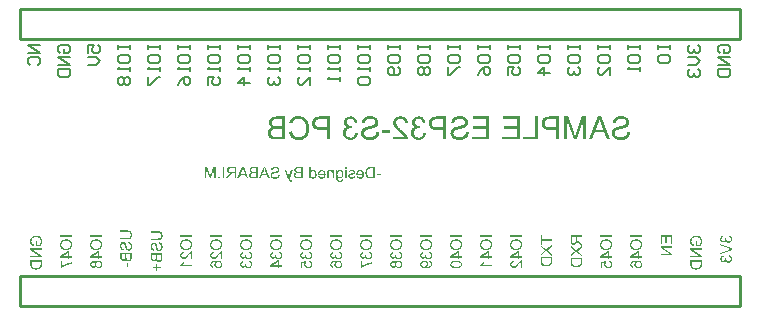
<source format=gbo>
G04*
G04 #@! TF.GenerationSoftware,Altium Limited,Altium Designer,24.10.1 (45)*
G04*
G04 Layer_Color=32896*
%FSLAX25Y25*%
%MOIN*%
G70*
G04*
G04 #@! TF.SameCoordinates,D3134D55-57E6-493F-9EDF-3C94872CC342*
G04*
G04*
G04 #@! TF.FilePolarity,Positive*
G04*
G01*
G75*
%ADD12C,0.00600*%
%ADD56C,0.01000*%
G36*
X138478Y46302D02*
X138006D01*
Y46841D01*
X138478D01*
Y46302D01*
D02*
G37*
G36*
X136397Y45842D02*
X136519Y45819D01*
X136630Y45786D01*
X136724Y45753D01*
X136802Y45720D01*
X136858Y45686D01*
X136880Y45675D01*
X136897Y45664D01*
X136902Y45658D01*
X136907D01*
X137002Y45586D01*
X137085Y45498D01*
X137157Y45414D01*
X137218Y45331D01*
X137263Y45253D01*
X137296Y45192D01*
X137307Y45170D01*
X137318Y45153D01*
X137324Y45142D01*
Y45137D01*
X137374Y45009D01*
X137407Y44881D01*
X137435Y44759D01*
X137451Y44648D01*
X137463Y44548D01*
Y44510D01*
X137468Y44471D01*
Y44443D01*
Y44421D01*
Y44410D01*
Y44404D01*
X137463Y44299D01*
X137457Y44193D01*
X137418Y44005D01*
X137396Y43916D01*
X137368Y43838D01*
X137340Y43760D01*
X137313Y43694D01*
X137285Y43627D01*
X137257Y43572D01*
X137229Y43527D01*
X137207Y43483D01*
X137185Y43455D01*
X137168Y43427D01*
X137163Y43416D01*
X137157Y43411D01*
X137096Y43339D01*
X137030Y43277D01*
X136958Y43222D01*
X136885Y43172D01*
X136808Y43133D01*
X136735Y43100D01*
X136663Y43072D01*
X136591Y43050D01*
X136525Y43033D01*
X136464Y43022D01*
X136408Y43011D01*
X136358Y43005D01*
X136319D01*
X136292Y43000D01*
X136264D01*
X136180Y43005D01*
X136097Y43017D01*
X136020Y43033D01*
X135947Y43055D01*
X135820Y43117D01*
X135703Y43183D01*
X135659Y43216D01*
X135614Y43250D01*
X135575Y43283D01*
X135548Y43311D01*
X135526Y43333D01*
X135509Y43350D01*
X135498Y43361D01*
X135492Y43366D01*
Y43283D01*
Y43211D01*
X135498Y43139D01*
Y43078D01*
Y43022D01*
X135503Y42972D01*
Y42928D01*
X135509Y42889D01*
X135514Y42834D01*
X135520Y42789D01*
X135526Y42767D01*
Y42761D01*
X135553Y42678D01*
X135592Y42606D01*
X135631Y42545D01*
X135670Y42489D01*
X135709Y42450D01*
X135742Y42417D01*
X135764Y42401D01*
X135770Y42395D01*
X135842Y42351D01*
X135925Y42317D01*
X136008Y42295D01*
X136086Y42279D01*
X136164Y42267D01*
X136219Y42262D01*
X136275D01*
X136380Y42267D01*
X136480Y42284D01*
X136563Y42306D01*
X136630Y42334D01*
X136686Y42356D01*
X136724Y42378D01*
X136747Y42395D01*
X136758Y42401D01*
X136802Y42439D01*
X136835Y42489D01*
X136863Y42539D01*
X136885Y42589D01*
X136897Y42639D01*
X136907Y42678D01*
X136913Y42700D01*
Y42711D01*
X137374Y42772D01*
Y42689D01*
X137363Y42617D01*
X137352Y42545D01*
X137335Y42478D01*
X137285Y42362D01*
X137229Y42267D01*
X137174Y42195D01*
X137129Y42145D01*
X137091Y42112D01*
X137085Y42107D01*
X137080Y42101D01*
X136958Y42023D01*
X136824Y41968D01*
X136691Y41929D01*
X136563Y41901D01*
X136502Y41890D01*
X136447Y41884D01*
X136402Y41879D01*
X136358D01*
X136325Y41873D01*
X136275D01*
X136125Y41879D01*
X135986Y41901D01*
X135864Y41923D01*
X135764Y41957D01*
X135681Y41984D01*
X135648Y41995D01*
X135620Y42012D01*
X135598Y42018D01*
X135581Y42029D01*
X135575Y42034D01*
X135570D01*
X135470Y42095D01*
X135381Y42167D01*
X135309Y42240D01*
X135248Y42306D01*
X135204Y42367D01*
X135176Y42417D01*
X135154Y42450D01*
X135148Y42456D01*
Y42462D01*
X135126Y42517D01*
X135104Y42578D01*
X135087Y42645D01*
X135071Y42717D01*
X135048Y42872D01*
X135032Y43022D01*
X135026Y43094D01*
X135021Y43161D01*
Y43222D01*
X135015Y43272D01*
Y43316D01*
Y43350D01*
Y43372D01*
Y43377D01*
Y45786D01*
X135448D01*
Y45442D01*
X135509Y45514D01*
X135575Y45575D01*
X135642Y45631D01*
X135709Y45675D01*
X135781Y45714D01*
X135847Y45747D01*
X135914Y45775D01*
X135975Y45797D01*
X136036Y45814D01*
X136092Y45825D01*
X136142Y45836D01*
X136180Y45842D01*
X136214Y45847D01*
X136264D01*
X136397Y45842D01*
D02*
G37*
G36*
X150000Y44154D02*
X148540D01*
Y44626D01*
X150000D01*
Y44154D01*
D02*
G37*
G36*
X94866Y43000D02*
X94378D01*
Y46269D01*
X93268Y43000D01*
X92813D01*
X91692Y46213D01*
Y43000D01*
X91203D01*
Y46841D01*
X91886D01*
X92807Y44166D01*
X92857Y44021D01*
X92896Y43899D01*
X92935Y43794D01*
X92963Y43705D01*
X92985Y43638D01*
X93002Y43588D01*
X93007Y43561D01*
X93013Y43549D01*
X93035Y43627D01*
X93063Y43716D01*
X93096Y43810D01*
X93124Y43905D01*
X93151Y43988D01*
X93174Y44054D01*
X93185Y44082D01*
X93190Y44099D01*
X93196Y44110D01*
Y44116D01*
X94106Y46841D01*
X94866D01*
Y43000D01*
D02*
G37*
G36*
X119486D02*
X119508Y42950D01*
X119519Y42911D01*
X119530Y42889D01*
Y42883D01*
X119564Y42789D01*
X119597Y42711D01*
X119619Y42645D01*
X119641Y42600D01*
X119653Y42567D01*
X119664Y42545D01*
X119675Y42534D01*
Y42528D01*
X119719Y42467D01*
X119769Y42423D01*
X119791Y42406D01*
X119808Y42395D01*
X119819Y42384D01*
X119825D01*
X119863Y42367D01*
X119902Y42351D01*
X119986Y42334D01*
X120019D01*
X120047Y42328D01*
X120074D01*
X120163Y42334D01*
X120252Y42351D01*
X120285Y42362D01*
X120313Y42367D01*
X120335Y42373D01*
X120341D01*
X120291Y41934D01*
X120230Y41912D01*
X120174Y41901D01*
X120124Y41890D01*
X120080Y41879D01*
X120041D01*
X120013Y41873D01*
X119991D01*
X119908Y41879D01*
X119836Y41890D01*
X119769Y41907D01*
X119714Y41929D01*
X119664Y41951D01*
X119630Y41968D01*
X119608Y41979D01*
X119603Y41984D01*
X119542Y42029D01*
X119492Y42084D01*
X119442Y42140D01*
X119397Y42195D01*
X119364Y42245D01*
X119336Y42284D01*
X119320Y42312D01*
X119314Y42323D01*
X119297Y42362D01*
X119275Y42401D01*
X119231Y42495D01*
X119186Y42600D01*
X119148Y42706D01*
X119109Y42800D01*
X119092Y42845D01*
X119075Y42883D01*
X119064Y42911D01*
X119053Y42933D01*
X119048Y42950D01*
Y42956D01*
X117988Y45786D01*
X118459D01*
X119059Y44160D01*
X119103Y44043D01*
X119136Y43932D01*
X119175Y43821D01*
X119203Y43727D01*
X119225Y43644D01*
X119236Y43611D01*
X119242Y43583D01*
X119247Y43561D01*
X119253Y43544D01*
X119258Y43533D01*
Y43527D01*
X119292Y43655D01*
X119325Y43771D01*
X119358Y43883D01*
X119392Y43977D01*
X119420Y44054D01*
X119431Y44088D01*
X119442Y44116D01*
X119447Y44143D01*
X119453Y44160D01*
X119458Y44166D01*
Y44171D01*
X120041Y45786D01*
X120541D01*
X119486Y43000D01*
D02*
G37*
G36*
X143118Y45842D02*
X143218Y45831D01*
X143312Y45814D01*
X143401Y45786D01*
X143484Y45758D01*
X143562Y45725D01*
X143634Y45692D01*
X143695Y45653D01*
X143756Y45620D01*
X143806Y45581D01*
X143851Y45547D01*
X143884Y45520D01*
X143912Y45492D01*
X143934Y45475D01*
X143945Y45464D01*
X143950Y45459D01*
X144012Y45381D01*
X144067Y45298D01*
X144117Y45214D01*
X144161Y45126D01*
X144195Y45031D01*
X144222Y44943D01*
X144267Y44765D01*
X144283Y44687D01*
X144295Y44609D01*
X144300Y44543D01*
X144306Y44482D01*
X144311Y44432D01*
Y44399D01*
Y44371D01*
Y44365D01*
X144306Y44243D01*
X144295Y44127D01*
X144278Y44016D01*
X144256Y43916D01*
X144228Y43821D01*
X144200Y43733D01*
X144167Y43655D01*
X144134Y43583D01*
X144100Y43522D01*
X144067Y43466D01*
X144039Y43422D01*
X144012Y43383D01*
X143989Y43350D01*
X143973Y43327D01*
X143962Y43316D01*
X143956Y43311D01*
X143884Y43244D01*
X143812Y43189D01*
X143734Y43139D01*
X143651Y43094D01*
X143573Y43061D01*
X143490Y43028D01*
X143334Y42983D01*
X143262Y42972D01*
X143196Y42961D01*
X143135Y42950D01*
X143085Y42944D01*
X143046Y42939D01*
X142985D01*
X142813Y42950D01*
X142657Y42978D01*
X142519Y43011D01*
X142463Y43033D01*
X142408Y43055D01*
X142358Y43078D01*
X142313Y43100D01*
X142280Y43117D01*
X142247Y43133D01*
X142225Y43150D01*
X142208Y43161D01*
X142197Y43172D01*
X142191D01*
X142080Y43272D01*
X141991Y43377D01*
X141914Y43488D01*
X141858Y43594D01*
X141814Y43688D01*
X141797Y43733D01*
X141780Y43766D01*
X141769Y43799D01*
X141764Y43821D01*
X141758Y43832D01*
Y43838D01*
X142247Y43899D01*
X142291Y43794D01*
X142341Y43705D01*
X142391Y43627D01*
X142435Y43566D01*
X142474Y43522D01*
X142508Y43488D01*
X142535Y43466D01*
X142541Y43461D01*
X142613Y43416D01*
X142685Y43383D01*
X142763Y43361D01*
X142829Y43344D01*
X142891Y43333D01*
X142940Y43327D01*
X142985D01*
X143051Y43333D01*
X143112Y43339D01*
X143224Y43366D01*
X143323Y43405D01*
X143412Y43450D01*
X143479Y43488D01*
X143529Y43527D01*
X143562Y43555D01*
X143568Y43566D01*
X143573D01*
X143651Y43666D01*
X143712Y43777D01*
X143756Y43899D01*
X143790Y44010D01*
X143806Y44110D01*
X143817Y44154D01*
X143823Y44193D01*
Y44227D01*
X143828Y44249D01*
Y44265D01*
Y44271D01*
X141747D01*
X141742Y44326D01*
Y44365D01*
Y44388D01*
Y44393D01*
X141747Y44521D01*
X141758Y44637D01*
X141775Y44748D01*
X141797Y44854D01*
X141825Y44948D01*
X141853Y45037D01*
X141886Y45115D01*
X141919Y45187D01*
X141953Y45253D01*
X141986Y45309D01*
X142014Y45353D01*
X142041Y45392D01*
X142063Y45425D01*
X142080Y45448D01*
X142091Y45459D01*
X142097Y45464D01*
X142163Y45531D01*
X142236Y45592D01*
X142313Y45642D01*
X142391Y45686D01*
X142469Y45725D01*
X142541Y45753D01*
X142619Y45781D01*
X142685Y45797D01*
X142757Y45814D01*
X142818Y45825D01*
X142874Y45836D01*
X142918Y45842D01*
X142957Y45847D01*
X143013D01*
X143118Y45842D01*
D02*
G37*
G36*
X130281D02*
X130381Y45831D01*
X130475Y45814D01*
X130564Y45786D01*
X130647Y45758D01*
X130725Y45725D01*
X130797Y45692D01*
X130858Y45653D01*
X130919Y45620D01*
X130969Y45581D01*
X131013Y45547D01*
X131047Y45520D01*
X131075Y45492D01*
X131097Y45475D01*
X131108Y45464D01*
X131113Y45459D01*
X131174Y45381D01*
X131230Y45298D01*
X131280Y45214D01*
X131324Y45126D01*
X131358Y45031D01*
X131385Y44943D01*
X131430Y44765D01*
X131446Y44687D01*
X131457Y44609D01*
X131463Y44543D01*
X131469Y44482D01*
X131474Y44432D01*
Y44399D01*
Y44371D01*
Y44365D01*
X131469Y44243D01*
X131457Y44127D01*
X131441Y44016D01*
X131419Y43916D01*
X131391Y43821D01*
X131363Y43733D01*
X131330Y43655D01*
X131297Y43583D01*
X131263Y43522D01*
X131230Y43466D01*
X131202Y43422D01*
X131174Y43383D01*
X131152Y43350D01*
X131135Y43327D01*
X131124Y43316D01*
X131119Y43311D01*
X131047Y43244D01*
X130975Y43189D01*
X130897Y43139D01*
X130814Y43094D01*
X130736Y43061D01*
X130653Y43028D01*
X130497Y42983D01*
X130425Y42972D01*
X130359Y42961D01*
X130298Y42950D01*
X130248Y42944D01*
X130209Y42939D01*
X130148D01*
X129976Y42950D01*
X129820Y42978D01*
X129681Y43011D01*
X129626Y43033D01*
X129570Y43055D01*
X129520Y43078D01*
X129476Y43100D01*
X129443Y43117D01*
X129410Y43133D01*
X129387Y43150D01*
X129371Y43161D01*
X129359Y43172D01*
X129354D01*
X129243Y43272D01*
X129154Y43377D01*
X129077Y43488D01*
X129021Y43594D01*
X128977Y43688D01*
X128960Y43733D01*
X128943Y43766D01*
X128932Y43799D01*
X128927Y43821D01*
X128921Y43832D01*
Y43838D01*
X129410Y43899D01*
X129454Y43794D01*
X129504Y43705D01*
X129554Y43627D01*
X129598Y43566D01*
X129637Y43522D01*
X129670Y43488D01*
X129698Y43466D01*
X129704Y43461D01*
X129776Y43416D01*
X129848Y43383D01*
X129926Y43361D01*
X129992Y43344D01*
X130053Y43333D01*
X130103Y43327D01*
X130148D01*
X130214Y43333D01*
X130275Y43339D01*
X130386Y43366D01*
X130486Y43405D01*
X130575Y43450D01*
X130642Y43488D01*
X130692Y43527D01*
X130725Y43555D01*
X130730Y43566D01*
X130736D01*
X130814Y43666D01*
X130875Y43777D01*
X130919Y43899D01*
X130952Y44010D01*
X130969Y44110D01*
X130980Y44154D01*
X130986Y44193D01*
Y44227D01*
X130991Y44249D01*
Y44265D01*
Y44271D01*
X128910D01*
X128904Y44326D01*
Y44365D01*
Y44388D01*
Y44393D01*
X128910Y44521D01*
X128921Y44637D01*
X128938Y44748D01*
X128960Y44854D01*
X128988Y44948D01*
X129016Y45037D01*
X129049Y45115D01*
X129082Y45187D01*
X129115Y45253D01*
X129149Y45309D01*
X129176Y45353D01*
X129204Y45392D01*
X129226Y45425D01*
X129243Y45448D01*
X129254Y45459D01*
X129260Y45464D01*
X129326Y45531D01*
X129398Y45592D01*
X129476Y45642D01*
X129554Y45686D01*
X129631Y45725D01*
X129704Y45753D01*
X129781Y45781D01*
X129848Y45797D01*
X129920Y45814D01*
X129981Y45825D01*
X130037Y45836D01*
X130081Y45842D01*
X130120Y45847D01*
X130175D01*
X130281Y45842D01*
D02*
G37*
G36*
X147963Y43000D02*
X146581D01*
X146453Y43005D01*
X146337Y43011D01*
X146231Y43022D01*
X146143Y43033D01*
X146065Y43044D01*
X146010Y43050D01*
X145993Y43055D01*
X145976Y43061D01*
X145965D01*
X145865Y43089D01*
X145776Y43122D01*
X145699Y43150D01*
X145632Y43183D01*
X145577Y43211D01*
X145538Y43233D01*
X145516Y43250D01*
X145504Y43255D01*
X145432Y43305D01*
X145371Y43366D01*
X145310Y43422D01*
X145260Y43477D01*
X145216Y43527D01*
X145183Y43566D01*
X145160Y43594D01*
X145155Y43605D01*
X145099Y43694D01*
X145044Y43788D01*
X145000Y43877D01*
X144966Y43966D01*
X144933Y44043D01*
X144911Y44104D01*
X144905Y44127D01*
X144899Y44143D01*
X144894Y44154D01*
Y44160D01*
X144861Y44293D01*
X144833Y44426D01*
X144816Y44554D01*
X144800Y44676D01*
X144794Y44782D01*
Y44826D01*
X144789Y44865D01*
Y44892D01*
Y44920D01*
Y44931D01*
Y44937D01*
X144794Y45126D01*
X144811Y45298D01*
X144839Y45453D01*
X144850Y45525D01*
X144866Y45586D01*
X144883Y45647D01*
X144894Y45697D01*
X144905Y45742D01*
X144922Y45781D01*
X144927Y45814D01*
X144938Y45836D01*
X144944Y45847D01*
Y45853D01*
X145005Y45997D01*
X145077Y46125D01*
X145155Y46236D01*
X145227Y46330D01*
X145294Y46408D01*
X145349Y46463D01*
X145371Y46480D01*
X145388Y46496D01*
X145394Y46502D01*
X145399Y46508D01*
X145488Y46580D01*
X145582Y46635D01*
X145677Y46685D01*
X145765Y46724D01*
X145843Y46752D01*
X145904Y46769D01*
X145926Y46780D01*
X145943D01*
X145954Y46785D01*
X145960D01*
X146054Y46802D01*
X146165Y46818D01*
X146276Y46830D01*
X146387Y46835D01*
X146487Y46841D01*
X147963D01*
Y43000D01*
D02*
G37*
G36*
X138478D02*
X138006D01*
Y45786D01*
X138478D01*
Y43000D01*
D02*
G37*
G36*
X133100Y45842D02*
X133200Y45825D01*
X133289Y45803D01*
X133378Y45775D01*
X133455Y45742D01*
X133528Y45703D01*
X133594Y45658D01*
X133650Y45620D01*
X133705Y45575D01*
X133750Y45531D01*
X133788Y45492D01*
X133822Y45459D01*
X133844Y45431D01*
X133861Y45409D01*
X133872Y45392D01*
X133877Y45386D01*
Y45786D01*
X134299D01*
Y43000D01*
X133827D01*
Y44515D01*
Y44609D01*
X133816Y44704D01*
X133805Y44782D01*
X133794Y44854D01*
X133777Y44920D01*
X133761Y44981D01*
X133739Y45037D01*
X133716Y45081D01*
X133700Y45120D01*
X133677Y45153D01*
X133661Y45181D01*
X133644Y45203D01*
X133622Y45231D01*
X133611Y45242D01*
X133528Y45309D01*
X133439Y45353D01*
X133350Y45386D01*
X133272Y45414D01*
X133200Y45425D01*
X133145Y45431D01*
X133123Y45436D01*
X133095D01*
X133028Y45431D01*
X132961Y45425D01*
X132906Y45409D01*
X132862Y45392D01*
X132823Y45375D01*
X132790Y45364D01*
X132773Y45353D01*
X132767Y45348D01*
X132717Y45314D01*
X132673Y45276D01*
X132640Y45237D01*
X132612Y45203D01*
X132595Y45170D01*
X132579Y45142D01*
X132568Y45126D01*
Y45120D01*
X132551Y45059D01*
X132534Y44993D01*
X132523Y44920D01*
X132518Y44848D01*
X132512Y44787D01*
Y44737D01*
Y44698D01*
Y44693D01*
Y44687D01*
Y43000D01*
X132040D01*
Y44709D01*
Y44826D01*
X132046Y44920D01*
X132051Y44998D01*
Y45065D01*
X132057Y45109D01*
X132062Y45142D01*
X132068Y45164D01*
Y45170D01*
X132085Y45242D01*
X132112Y45309D01*
X132134Y45364D01*
X132157Y45420D01*
X132185Y45459D01*
X132201Y45486D01*
X132212Y45509D01*
X132218Y45514D01*
X132262Y45570D01*
X132312Y45614D01*
X132362Y45658D01*
X132418Y45692D01*
X132462Y45720D01*
X132501Y45736D01*
X132523Y45747D01*
X132534Y45753D01*
X132612Y45786D01*
X132695Y45808D01*
X132773Y45825D01*
X132845Y45836D01*
X132906Y45842D01*
X132950Y45847D01*
X132995D01*
X133100Y45842D01*
D02*
G37*
G36*
X123810Y43000D02*
X122344D01*
X122211Y43005D01*
X122095Y43011D01*
X121989Y43022D01*
X121900Y43033D01*
X121828Y43044D01*
X121773Y43050D01*
X121739Y43061D01*
X121728D01*
X121634Y43089D01*
X121556Y43117D01*
X121484Y43150D01*
X121423Y43183D01*
X121373Y43205D01*
X121334Y43228D01*
X121312Y43244D01*
X121307Y43250D01*
X121246Y43300D01*
X121190Y43361D01*
X121146Y43422D01*
X121101Y43477D01*
X121068Y43533D01*
X121046Y43572D01*
X121029Y43599D01*
X121023Y43611D01*
X120985Y43699D01*
X120957Y43788D01*
X120935Y43871D01*
X120924Y43949D01*
X120912Y44016D01*
X120907Y44071D01*
Y44104D01*
Y44110D01*
Y44116D01*
X120912Y44238D01*
X120935Y44349D01*
X120968Y44443D01*
X121001Y44532D01*
X121035Y44598D01*
X121068Y44648D01*
X121090Y44682D01*
X121096Y44693D01*
X121173Y44782D01*
X121256Y44854D01*
X121351Y44915D01*
X121434Y44965D01*
X121512Y45004D01*
X121578Y45026D01*
X121601Y45037D01*
X121617Y45042D01*
X121628Y45048D01*
X121634D01*
X121540Y45103D01*
X121456Y45159D01*
X121390Y45220D01*
X121334Y45276D01*
X121290Y45320D01*
X121256Y45364D01*
X121240Y45386D01*
X121234Y45398D01*
X121190Y45481D01*
X121157Y45559D01*
X121129Y45636D01*
X121112Y45708D01*
X121101Y45770D01*
X121096Y45819D01*
Y45847D01*
Y45858D01*
X121101Y45953D01*
X121118Y46047D01*
X121146Y46130D01*
X121173Y46208D01*
X121201Y46275D01*
X121229Y46319D01*
X121246Y46352D01*
X121251Y46363D01*
X121312Y46447D01*
X121379Y46524D01*
X121451Y46585D01*
X121517Y46635D01*
X121573Y46674D01*
X121623Y46702D01*
X121656Y46718D01*
X121662Y46724D01*
X121667D01*
X121773Y46763D01*
X121889Y46791D01*
X122006Y46813D01*
X122117Y46824D01*
X122217Y46835D01*
X122261D01*
X122300Y46841D01*
X123810D01*
Y43000D01*
D02*
G37*
G36*
X112871D02*
X112332D01*
X111916Y44166D01*
X110306D01*
X109857Y43000D01*
X109280D01*
X110850Y46841D01*
X111405D01*
X112871Y43000D01*
D02*
G37*
G36*
X108891D02*
X107426D01*
X107293Y43005D01*
X107176Y43011D01*
X107071Y43022D01*
X106982Y43033D01*
X106910Y43044D01*
X106854Y43050D01*
X106821Y43061D01*
X106810D01*
X106716Y43089D01*
X106638Y43117D01*
X106566Y43150D01*
X106505Y43183D01*
X106455Y43205D01*
X106416Y43228D01*
X106394Y43244D01*
X106388Y43250D01*
X106327Y43300D01*
X106272Y43361D01*
X106227Y43422D01*
X106183Y43477D01*
X106149Y43533D01*
X106127Y43572D01*
X106111Y43599D01*
X106105Y43611D01*
X106066Y43699D01*
X106038Y43788D01*
X106016Y43871D01*
X106005Y43949D01*
X105994Y44016D01*
X105989Y44071D01*
Y44104D01*
Y44110D01*
Y44116D01*
X105994Y44238D01*
X106016Y44349D01*
X106050Y44443D01*
X106083Y44532D01*
X106116Y44598D01*
X106149Y44648D01*
X106172Y44682D01*
X106177Y44693D01*
X106255Y44782D01*
X106338Y44854D01*
X106432Y44915D01*
X106516Y44965D01*
X106594Y45004D01*
X106660Y45026D01*
X106682Y45037D01*
X106699Y45042D01*
X106710Y45048D01*
X106716D01*
X106621Y45103D01*
X106538Y45159D01*
X106471Y45220D01*
X106416Y45276D01*
X106371Y45320D01*
X106338Y45364D01*
X106322Y45386D01*
X106316Y45398D01*
X106272Y45481D01*
X106238Y45559D01*
X106210Y45636D01*
X106194Y45708D01*
X106183Y45770D01*
X106177Y45819D01*
Y45847D01*
Y45858D01*
X106183Y45953D01*
X106199Y46047D01*
X106227Y46130D01*
X106255Y46208D01*
X106283Y46275D01*
X106310Y46319D01*
X106327Y46352D01*
X106333Y46363D01*
X106394Y46447D01*
X106460Y46524D01*
X106532Y46585D01*
X106599Y46635D01*
X106655Y46674D01*
X106704Y46702D01*
X106738Y46718D01*
X106743Y46724D01*
X106749D01*
X106854Y46763D01*
X106971Y46791D01*
X107087Y46813D01*
X107198Y46824D01*
X107298Y46835D01*
X107343D01*
X107381Y46841D01*
X108891D01*
Y43000D01*
D02*
G37*
G36*
X105711D02*
X105173D01*
X104756Y44166D01*
X103147D01*
X102697Y43000D01*
X102120D01*
X103691Y46841D01*
X104246D01*
X105711Y43000D01*
D02*
G37*
G36*
X101704D02*
X101193D01*
Y44704D01*
X100538D01*
X100477Y44698D01*
X100433D01*
X100394Y44693D01*
X100366Y44687D01*
X100344D01*
X100333Y44682D01*
X100328D01*
X100239Y44654D01*
X100200Y44637D01*
X100166Y44621D01*
X100133Y44604D01*
X100111Y44593D01*
X100100Y44587D01*
X100094Y44582D01*
X100050Y44548D01*
X100006Y44510D01*
X99922Y44426D01*
X99884Y44388D01*
X99856Y44354D01*
X99839Y44332D01*
X99834Y44326D01*
X99778Y44249D01*
X99717Y44166D01*
X99656Y44077D01*
X99595Y43993D01*
X99545Y43916D01*
X99506Y43855D01*
X99489Y43832D01*
X99478Y43816D01*
X99467Y43805D01*
Y43799D01*
X98962Y43000D01*
X98330D01*
X98990Y44043D01*
X99068Y44154D01*
X99140Y44254D01*
X99212Y44337D01*
X99273Y44415D01*
X99329Y44471D01*
X99373Y44515D01*
X99401Y44543D01*
X99412Y44554D01*
X99456Y44587D01*
X99506Y44626D01*
X99606Y44687D01*
X99650Y44709D01*
X99684Y44732D01*
X99706Y44743D01*
X99717Y44748D01*
X99617Y44765D01*
X99523Y44782D01*
X99440Y44809D01*
X99356Y44831D01*
X99284Y44859D01*
X99217Y44892D01*
X99156Y44920D01*
X99101Y44948D01*
X99057Y44981D01*
X99012Y45009D01*
X98979Y45031D01*
X98951Y45053D01*
X98929Y45070D01*
X98912Y45087D01*
X98907Y45092D01*
X98901Y45098D01*
X98857Y45153D01*
X98812Y45209D01*
X98746Y45325D01*
X98701Y45442D01*
X98668Y45553D01*
X98646Y45647D01*
X98640Y45686D01*
Y45725D01*
X98635Y45753D01*
Y45775D01*
Y45786D01*
Y45792D01*
X98640Y45908D01*
X98657Y46014D01*
X98685Y46113D01*
X98712Y46197D01*
X98746Y46269D01*
X98768Y46325D01*
X98790Y46358D01*
X98796Y46363D01*
Y46369D01*
X98862Y46458D01*
X98929Y46535D01*
X99001Y46602D01*
X99068Y46652D01*
X99129Y46691D01*
X99179Y46713D01*
X99212Y46730D01*
X99217Y46735D01*
X99223D01*
X99273Y46752D01*
X99334Y46769D01*
X99456Y46796D01*
X99589Y46813D01*
X99712Y46830D01*
X99828Y46835D01*
X99878D01*
X99922Y46841D01*
X101704D01*
Y43000D01*
D02*
G37*
G36*
X97752D02*
X97242D01*
Y46841D01*
X97752D01*
Y43000D01*
D02*
G37*
G36*
X96271D02*
X95732D01*
Y43538D01*
X96271D01*
Y43000D01*
D02*
G37*
G36*
X140410Y45836D02*
X140476Y45831D01*
X140537Y45819D01*
X140587Y45808D01*
X140626Y45797D01*
X140648Y45792D01*
X140659Y45786D01*
X140726Y45764D01*
X140787Y45742D01*
X140837Y45720D01*
X140881Y45697D01*
X140915Y45681D01*
X140937Y45664D01*
X140954Y45658D01*
X140959Y45653D01*
X141015Y45614D01*
X141059Y45570D01*
X141098Y45520D01*
X141131Y45481D01*
X141159Y45442D01*
X141175Y45414D01*
X141187Y45392D01*
X141192Y45386D01*
X141220Y45325D01*
X141242Y45270D01*
X141253Y45209D01*
X141264Y45159D01*
X141270Y45109D01*
X141275Y45076D01*
Y45053D01*
Y45042D01*
X141270Y44965D01*
X141259Y44898D01*
X141242Y44831D01*
X141226Y44776D01*
X141209Y44732D01*
X141192Y44693D01*
X141181Y44671D01*
X141175Y44665D01*
X141131Y44604D01*
X141081Y44554D01*
X141031Y44510D01*
X140981Y44471D01*
X140937Y44443D01*
X140903Y44421D01*
X140881Y44410D01*
X140870Y44404D01*
X140831Y44388D01*
X140781Y44365D01*
X140671Y44326D01*
X140554Y44293D01*
X140432Y44254D01*
X140326Y44227D01*
X140276Y44210D01*
X140232Y44199D01*
X140199Y44188D01*
X140171Y44182D01*
X140154Y44177D01*
X140149D01*
X140077Y44160D01*
X140016Y44143D01*
X139960Y44127D01*
X139910Y44110D01*
X139866Y44099D01*
X139827Y44082D01*
X139760Y44060D01*
X139716Y44043D01*
X139688Y44027D01*
X139672Y44021D01*
X139666Y44016D01*
X139616Y43982D01*
X139583Y43938D01*
X139555Y43899D01*
X139538Y43860D01*
X139527Y43821D01*
X139522Y43794D01*
Y43771D01*
Y43766D01*
X139527Y43699D01*
X139544Y43644D01*
X139572Y43588D01*
X139599Y43544D01*
X139633Y43505D01*
X139655Y43477D01*
X139677Y43461D01*
X139682Y43455D01*
X139749Y43411D01*
X139821Y43383D01*
X139904Y43361D01*
X139982Y43344D01*
X140054Y43333D01*
X140110Y43327D01*
X140165D01*
X140282Y43333D01*
X140382Y43350D01*
X140465Y43372D01*
X140537Y43400D01*
X140593Y43427D01*
X140637Y43450D01*
X140659Y43466D01*
X140671Y43472D01*
X140732Y43533D01*
X140781Y43605D01*
X140815Y43677D01*
X140842Y43744D01*
X140865Y43805D01*
X140876Y43860D01*
X140887Y43894D01*
Y43899D01*
Y43905D01*
X141353Y43832D01*
X141314Y43677D01*
X141264Y43538D01*
X141203Y43427D01*
X141142Y43333D01*
X141087Y43255D01*
X141037Y43205D01*
X141003Y43172D01*
X140998Y43167D01*
X140992Y43161D01*
X140937Y43122D01*
X140876Y43089D01*
X140743Y43033D01*
X140604Y42994D01*
X140471Y42967D01*
X140410Y42956D01*
X140354Y42950D01*
X140299Y42944D01*
X140254D01*
X140215Y42939D01*
X140165D01*
X140043Y42944D01*
X139938Y42956D01*
X139838Y42972D01*
X139749Y42994D01*
X139677Y43017D01*
X139621Y43033D01*
X139588Y43044D01*
X139583Y43050D01*
X139577D01*
X139483Y43100D01*
X139405Y43150D01*
X139338Y43205D01*
X139277Y43255D01*
X139233Y43300D01*
X139205Y43339D01*
X139183Y43361D01*
X139178Y43372D01*
X139133Y43450D01*
X139100Y43533D01*
X139072Y43605D01*
X139055Y43672D01*
X139044Y43733D01*
X139039Y43777D01*
Y43805D01*
Y43816D01*
X139044Y43905D01*
X139055Y43982D01*
X139078Y44049D01*
X139094Y44110D01*
X139117Y44160D01*
X139139Y44193D01*
X139150Y44215D01*
X139155Y44221D01*
X139200Y44276D01*
X139250Y44326D01*
X139300Y44371D01*
X139349Y44404D01*
X139400Y44432D01*
X139433Y44449D01*
X139455Y44460D01*
X139466Y44465D01*
X139505Y44482D01*
X139549Y44499D01*
X139655Y44537D01*
X139771Y44576D01*
X139888Y44609D01*
X139993Y44643D01*
X140043Y44654D01*
X140082Y44665D01*
X140115Y44676D01*
X140143Y44682D01*
X140160Y44687D01*
X140165D01*
X140226Y44704D01*
X140282Y44721D01*
X140332Y44732D01*
X140376Y44748D01*
X140448Y44765D01*
X140504Y44782D01*
X140543Y44798D01*
X140565Y44804D01*
X140576Y44809D01*
X140582D01*
X140626Y44831D01*
X140665Y44848D01*
X140698Y44870D01*
X140720Y44887D01*
X140743Y44904D01*
X140754Y44920D01*
X140759Y44926D01*
X140765Y44931D01*
X140798Y44987D01*
X140815Y45042D01*
Y45065D01*
X140820Y45081D01*
Y45092D01*
Y45098D01*
X140815Y45148D01*
X140798Y45198D01*
X140776Y45242D01*
X140748Y45276D01*
X140726Y45309D01*
X140704Y45331D01*
X140687Y45342D01*
X140682Y45348D01*
X140621Y45386D01*
X140548Y45414D01*
X140471Y45431D01*
X140399Y45448D01*
X140326Y45453D01*
X140271Y45459D01*
X140215D01*
X140121Y45453D01*
X140032Y45442D01*
X139960Y45420D01*
X139904Y45398D01*
X139855Y45375D01*
X139821Y45353D01*
X139799Y45342D01*
X139794Y45336D01*
X139738Y45287D01*
X139699Y45231D01*
X139666Y45176D01*
X139638Y45126D01*
X139621Y45076D01*
X139610Y45037D01*
X139605Y45015D01*
Y45004D01*
X139144Y45065D01*
X139166Y45159D01*
X139189Y45242D01*
X139216Y45314D01*
X139244Y45381D01*
X139272Y45425D01*
X139294Y45464D01*
X139305Y45486D01*
X139311Y45492D01*
X139361Y45547D01*
X139416Y45597D01*
X139477Y45642D01*
X139538Y45681D01*
X139594Y45708D01*
X139638Y45731D01*
X139666Y45742D01*
X139672Y45747D01*
X139677D01*
X139771Y45781D01*
X139871Y45803D01*
X139966Y45825D01*
X140054Y45836D01*
X140138Y45842D01*
X140199Y45847D01*
X140332D01*
X140410Y45836D01*
D02*
G37*
G36*
X126562Y45464D02*
X126612Y45525D01*
X126668Y45575D01*
X126718Y45625D01*
X126773Y45664D01*
X126818Y45692D01*
X126851Y45720D01*
X126873Y45731D01*
X126884Y45736D01*
X126956Y45775D01*
X127034Y45803D01*
X127112Y45819D01*
X127184Y45836D01*
X127245Y45842D01*
X127289Y45847D01*
X127334D01*
X127456Y45842D01*
X127573Y45819D01*
X127678Y45792D01*
X127767Y45758D01*
X127844Y45720D01*
X127900Y45692D01*
X127922Y45681D01*
X127939Y45669D01*
X127944Y45664D01*
X127950D01*
X128050Y45592D01*
X128133Y45503D01*
X128205Y45420D01*
X128261Y45336D01*
X128305Y45259D01*
X128338Y45198D01*
X128349Y45176D01*
X128360Y45159D01*
X128366Y45148D01*
Y45142D01*
X128410Y45015D01*
X128444Y44881D01*
X128472Y44754D01*
X128488Y44637D01*
X128499Y44537D01*
Y44493D01*
X128505Y44460D01*
Y44426D01*
Y44404D01*
Y44393D01*
Y44388D01*
X128499Y44232D01*
X128483Y44088D01*
X128455Y43960D01*
X128427Y43849D01*
X128416Y43799D01*
X128405Y43760D01*
X128388Y43722D01*
X128377Y43688D01*
X128366Y43666D01*
X128360Y43649D01*
X128355Y43638D01*
Y43633D01*
X128294Y43516D01*
X128222Y43416D01*
X128150Y43327D01*
X128077Y43255D01*
X128016Y43200D01*
X127966Y43155D01*
X127933Y43133D01*
X127928Y43122D01*
X127922D01*
X127817Y43061D01*
X127711Y43017D01*
X127606Y42983D01*
X127511Y42961D01*
X127434Y42950D01*
X127367Y42944D01*
X127345Y42939D01*
X127312D01*
X127217Y42944D01*
X127128Y42956D01*
X127045Y42978D01*
X126973Y43005D01*
X126901Y43033D01*
X126834Y43067D01*
X126779Y43106D01*
X126729Y43144D01*
X126679Y43183D01*
X126640Y43222D01*
X126607Y43255D01*
X126579Y43283D01*
X126557Y43311D01*
X126540Y43333D01*
X126535Y43344D01*
X126529Y43350D01*
Y43000D01*
X126091D01*
Y46841D01*
X126562D01*
Y45464D01*
D02*
G37*
G36*
X114852Y46902D02*
X114980Y46885D01*
X115102Y46863D01*
X115207Y46841D01*
X115290Y46818D01*
X115329Y46807D01*
X115357Y46796D01*
X115379Y46785D01*
X115396Y46780D01*
X115407Y46774D01*
X115412D01*
X115523Y46718D01*
X115623Y46657D01*
X115707Y46591D01*
X115773Y46530D01*
X115823Y46474D01*
X115862Y46430D01*
X115890Y46397D01*
X115895Y46391D01*
Y46385D01*
X115951Y46291D01*
X115990Y46197D01*
X116017Y46102D01*
X116034Y46019D01*
X116045Y45947D01*
X116056Y45892D01*
Y45869D01*
Y45853D01*
Y45847D01*
Y45842D01*
X116051Y45747D01*
X116034Y45658D01*
X116012Y45575D01*
X115990Y45503D01*
X115967Y45448D01*
X115945Y45403D01*
X115928Y45375D01*
X115923Y45364D01*
X115867Y45287D01*
X115801Y45214D01*
X115734Y45153D01*
X115668Y45103D01*
X115612Y45059D01*
X115562Y45031D01*
X115529Y45009D01*
X115523Y45004D01*
X115518D01*
X115473Y44981D01*
X115424Y44959D01*
X115313Y44920D01*
X115185Y44881D01*
X115063Y44843D01*
X114952Y44809D01*
X114902Y44798D01*
X114857Y44787D01*
X114824Y44776D01*
X114796Y44770D01*
X114780Y44765D01*
X114774D01*
X114680Y44743D01*
X114591Y44721D01*
X114513Y44698D01*
X114447Y44682D01*
X114380Y44665D01*
X114325Y44648D01*
X114275Y44637D01*
X114236Y44621D01*
X114197Y44609D01*
X114169Y44604D01*
X114125Y44587D01*
X114097Y44582D01*
X114092Y44576D01*
X114008Y44543D01*
X113936Y44504D01*
X113875Y44465D01*
X113831Y44432D01*
X113792Y44399D01*
X113770Y44376D01*
X113753Y44360D01*
X113747Y44354D01*
X113708Y44304D01*
X113681Y44249D01*
X113664Y44193D01*
X113647Y44149D01*
X113642Y44104D01*
X113636Y44071D01*
Y44043D01*
Y44038D01*
X113642Y43971D01*
X113653Y43910D01*
X113670Y43855D01*
X113692Y43810D01*
X113714Y43766D01*
X113731Y43738D01*
X113742Y43716D01*
X113747Y43710D01*
X113792Y43655D01*
X113847Y43611D01*
X113903Y43572D01*
X113953Y43533D01*
X114003Y43511D01*
X114042Y43488D01*
X114069Y43477D01*
X114080Y43472D01*
X114164Y43444D01*
X114252Y43422D01*
X114341Y43411D01*
X114419Y43400D01*
X114486Y43394D01*
X114541Y43389D01*
X114591D01*
X114713Y43394D01*
X114824Y43405D01*
X114924Y43422D01*
X115013Y43444D01*
X115085Y43466D01*
X115140Y43483D01*
X115157Y43488D01*
X115174Y43494D01*
X115179Y43499D01*
X115185D01*
X115274Y43544D01*
X115357Y43594D01*
X115418Y43644D01*
X115473Y43694D01*
X115518Y43733D01*
X115546Y43771D01*
X115562Y43794D01*
X115568Y43799D01*
X115607Y43871D01*
X115646Y43949D01*
X115668Y44032D01*
X115690Y44104D01*
X115707Y44177D01*
X115718Y44227D01*
Y44249D01*
X115723Y44265D01*
Y44271D01*
Y44276D01*
X116200Y44232D01*
X116189Y44093D01*
X116167Y43960D01*
X116134Y43844D01*
X116095Y43738D01*
X116056Y43655D01*
X116040Y43622D01*
X116028Y43594D01*
X116012Y43572D01*
X116006Y43555D01*
X115995Y43544D01*
Y43538D01*
X115912Y43433D01*
X115823Y43339D01*
X115729Y43261D01*
X115640Y43194D01*
X115562Y43144D01*
X115496Y43111D01*
X115473Y43100D01*
X115457Y43089D01*
X115446Y43083D01*
X115440D01*
X115301Y43033D01*
X115157Y42994D01*
X115013Y42972D01*
X114874Y42950D01*
X114807Y42944D01*
X114752Y42939D01*
X114702D01*
X114658Y42933D01*
X114569D01*
X114419Y42939D01*
X114280Y42956D01*
X114153Y42983D01*
X114047Y43011D01*
X113958Y43033D01*
X113919Y43050D01*
X113886Y43061D01*
X113864Y43072D01*
X113847Y43078D01*
X113836Y43083D01*
X113831D01*
X113714Y43144D01*
X113614Y43211D01*
X113525Y43283D01*
X113453Y43350D01*
X113398Y43405D01*
X113359Y43455D01*
X113331Y43488D01*
X113326Y43494D01*
Y43499D01*
X113265Y43605D01*
X113220Y43705D01*
X113192Y43799D01*
X113170Y43888D01*
X113159Y43966D01*
X113148Y44027D01*
Y44049D01*
Y44066D01*
Y44071D01*
Y44077D01*
X113154Y44188D01*
X113170Y44293D01*
X113198Y44388D01*
X113226Y44465D01*
X113259Y44532D01*
X113281Y44582D01*
X113303Y44609D01*
X113309Y44621D01*
X113375Y44704D01*
X113453Y44782D01*
X113537Y44848D01*
X113620Y44909D01*
X113692Y44954D01*
X113753Y44987D01*
X113775Y44998D01*
X113792Y45009D01*
X113803Y45015D01*
X113808D01*
X113853Y45037D01*
X113908Y45053D01*
X113969Y45076D01*
X114036Y45098D01*
X114175Y45137D01*
X114319Y45176D01*
X114386Y45192D01*
X114447Y45209D01*
X114508Y45226D01*
X114558Y45237D01*
X114597Y45248D01*
X114630Y45253D01*
X114652Y45259D01*
X114658D01*
X114769Y45287D01*
X114868Y45309D01*
X114957Y45336D01*
X115035Y45359D01*
X115107Y45386D01*
X115168Y45409D01*
X115224Y45431D01*
X115274Y45448D01*
X115313Y45470D01*
X115346Y45486D01*
X115368Y45498D01*
X115390Y45514D01*
X115418Y45531D01*
X115424Y45536D01*
X115473Y45592D01*
X115507Y45647D01*
X115534Y45703D01*
X115551Y45758D01*
X115562Y45803D01*
X115568Y45842D01*
Y45864D01*
Y45875D01*
X115557Y45964D01*
X115534Y46041D01*
X115501Y46108D01*
X115462Y46169D01*
X115429Y46213D01*
X115396Y46252D01*
X115374Y46275D01*
X115362Y46280D01*
X115318Y46308D01*
X115274Y46336D01*
X115168Y46380D01*
X115057Y46408D01*
X114946Y46430D01*
X114846Y46441D01*
X114802Y46447D01*
X114769Y46452D01*
X114691D01*
X114535Y46447D01*
X114397Y46424D01*
X114286Y46391D01*
X114191Y46358D01*
X114119Y46325D01*
X114064Y46291D01*
X114036Y46269D01*
X114025Y46263D01*
X113947Y46186D01*
X113886Y46102D01*
X113836Y46014D01*
X113803Y45925D01*
X113781Y45842D01*
X113764Y45781D01*
X113759Y45753D01*
X113753Y45736D01*
Y45725D01*
Y45720D01*
X113265Y45758D01*
X113276Y45880D01*
X113303Y45991D01*
X113331Y46097D01*
X113370Y46186D01*
X113403Y46258D01*
X113431Y46313D01*
X113442Y46330D01*
X113453Y46347D01*
X113459Y46352D01*
Y46358D01*
X113531Y46452D01*
X113609Y46535D01*
X113692Y46608D01*
X113775Y46663D01*
X113847Y46713D01*
X113903Y46741D01*
X113925Y46752D01*
X113942Y46763D01*
X113953Y46769D01*
X113958D01*
X114080Y46813D01*
X114214Y46846D01*
X114336Y46874D01*
X114452Y46891D01*
X114558Y46902D01*
X114597D01*
X114635Y46907D01*
X114708D01*
X114852Y46902D01*
D02*
G37*
G36*
X162874Y63699D02*
X163174Y63644D01*
X163429Y63555D01*
X163651Y63466D01*
X163751Y63410D01*
X163829Y63366D01*
X163907Y63322D01*
X163962Y63277D01*
X164007Y63244D01*
X164040Y63222D01*
X164062Y63210D01*
X164074Y63199D01*
X164285Y62988D01*
X164451Y62755D01*
X164585Y62511D01*
X164696Y62266D01*
X164762Y62055D01*
X164796Y61966D01*
X164818Y61888D01*
X164829Y61822D01*
X164840Y61777D01*
X164851Y61744D01*
Y61733D01*
X163907Y61566D01*
X163863Y61810D01*
X163796Y62022D01*
X163718Y62199D01*
X163640Y62344D01*
X163563Y62455D01*
X163496Y62533D01*
X163451Y62588D01*
X163440Y62599D01*
X163296Y62710D01*
X163140Y62799D01*
X162996Y62855D01*
X162852Y62899D01*
X162718Y62922D01*
X162618Y62944D01*
X162529D01*
X162329Y62933D01*
X162152Y62888D01*
X161996Y62833D01*
X161863Y62777D01*
X161763Y62710D01*
X161685Y62655D01*
X161629Y62611D01*
X161618Y62599D01*
X161496Y62466D01*
X161407Y62322D01*
X161352Y62177D01*
X161307Y62044D01*
X161285Y61922D01*
X161263Y61833D01*
Y61766D01*
Y61755D01*
Y61744D01*
Y61622D01*
X161285Y61511D01*
X161340Y61322D01*
X161418Y61155D01*
X161507Y61011D01*
X161596Y60911D01*
X161674Y60833D01*
X161729Y60788D01*
X161741Y60777D01*
X161752D01*
X161940Y60677D01*
X162118Y60599D01*
X162307Y60544D01*
X162474Y60511D01*
X162618Y60488D01*
X162740Y60466D01*
X162885D01*
X162929Y60477D01*
X162985D01*
X163096Y59644D01*
X162951Y59677D01*
X162818Y59700D01*
X162707Y59722D01*
X162607Y59733D01*
X162529Y59744D01*
X162429D01*
X162196Y59722D01*
X161985Y59677D01*
X161796Y59611D01*
X161641Y59533D01*
X161518Y59455D01*
X161429Y59389D01*
X161374Y59344D01*
X161352Y59322D01*
X161207Y59155D01*
X161096Y58978D01*
X161018Y58800D01*
X160974Y58622D01*
X160941Y58477D01*
X160929Y58355D01*
X160918Y58311D01*
Y58277D01*
Y58255D01*
Y58244D01*
X160941Y58000D01*
X160996Y57778D01*
X161063Y57589D01*
X161152Y57422D01*
X161240Y57289D01*
X161307Y57189D01*
X161363Y57122D01*
X161385Y57100D01*
X161563Y56944D01*
X161752Y56833D01*
X161940Y56756D01*
X162118Y56700D01*
X162274Y56667D01*
X162396Y56656D01*
X162440Y56644D01*
X162507D01*
X162707Y56656D01*
X162896Y56700D01*
X163063Y56756D01*
X163196Y56822D01*
X163307Y56878D01*
X163396Y56933D01*
X163440Y56978D01*
X163462Y56989D01*
X163596Y57144D01*
X163707Y57322D01*
X163807Y57511D01*
X163885Y57711D01*
X163940Y57878D01*
X163962Y57955D01*
X163974Y58022D01*
X163985Y58078D01*
X163996Y58122D01*
X164007Y58144D01*
Y58155D01*
X164951Y58033D01*
X164929Y57855D01*
X164896Y57689D01*
X164796Y57378D01*
X164673Y57111D01*
X164607Y57000D01*
X164540Y56889D01*
X164473Y56789D01*
X164407Y56711D01*
X164351Y56633D01*
X164296Y56578D01*
X164262Y56533D01*
X164229Y56500D01*
X164207Y56478D01*
X164196Y56467D01*
X164062Y56367D01*
X163929Y56267D01*
X163796Y56189D01*
X163651Y56122D01*
X163374Y56011D01*
X163107Y55944D01*
X162985Y55922D01*
X162874Y55900D01*
X162774Y55889D01*
X162685Y55878D01*
X162618Y55867D01*
X162518D01*
X162307Y55878D01*
X162118Y55900D01*
X161929Y55933D01*
X161752Y55978D01*
X161585Y56033D01*
X161441Y56089D01*
X161296Y56156D01*
X161174Y56222D01*
X161052Y56278D01*
X160952Y56344D01*
X160863Y56400D01*
X160796Y56455D01*
X160741Y56500D01*
X160696Y56533D01*
X160674Y56555D01*
X160663Y56567D01*
X160529Y56700D01*
X160418Y56844D01*
X160318Y56989D01*
X160230Y57133D01*
X160163Y57266D01*
X160096Y57411D01*
X160007Y57678D01*
X159985Y57800D01*
X159963Y57911D01*
X159941Y58011D01*
X159930Y58100D01*
X159918Y58166D01*
Y58222D01*
Y58255D01*
Y58266D01*
X159930Y58533D01*
X159974Y58777D01*
X160041Y58989D01*
X160107Y59166D01*
X160174Y59311D01*
X160241Y59422D01*
X160285Y59488D01*
X160296Y59511D01*
X160452Y59677D01*
X160618Y59822D01*
X160796Y59933D01*
X160974Y60022D01*
X161129Y60088D01*
X161252Y60133D01*
X161296Y60144D01*
X161329Y60155D01*
X161352Y60166D01*
X161363D01*
X161174Y60266D01*
X161018Y60366D01*
X160885Y60477D01*
X160774Y60577D01*
X160685Y60666D01*
X160618Y60744D01*
X160585Y60788D01*
X160574Y60811D01*
X160485Y60966D01*
X160418Y61122D01*
X160363Y61277D01*
X160329Y61422D01*
X160307Y61544D01*
X160296Y61633D01*
Y61699D01*
Y61722D01*
X160307Y61910D01*
X160341Y62099D01*
X160385Y62266D01*
X160441Y62410D01*
X160496Y62533D01*
X160541Y62633D01*
X160574Y62688D01*
X160585Y62710D01*
X160696Y62877D01*
X160829Y63021D01*
X160963Y63144D01*
X161096Y63255D01*
X161207Y63333D01*
X161307Y63399D01*
X161374Y63433D01*
X161385Y63444D01*
X161396D01*
X161596Y63533D01*
X161796Y63599D01*
X161996Y63655D01*
X162174Y63688D01*
X162318Y63710D01*
X162440Y63722D01*
X162718D01*
X162874Y63699D01*
D02*
G37*
G36*
X140176D02*
X140476Y63644D01*
X140731Y63555D01*
X140954Y63466D01*
X141054Y63410D01*
X141131Y63366D01*
X141209Y63322D01*
X141265Y63277D01*
X141309Y63244D01*
X141342Y63222D01*
X141365Y63210D01*
X141376Y63199D01*
X141587Y62988D01*
X141754Y62755D01*
X141887Y62511D01*
X141998Y62266D01*
X142065Y62055D01*
X142098Y61966D01*
X142120Y61888D01*
X142131Y61822D01*
X142142Y61777D01*
X142154Y61744D01*
Y61733D01*
X141209Y61566D01*
X141165Y61810D01*
X141098Y62022D01*
X141020Y62199D01*
X140943Y62344D01*
X140865Y62455D01*
X140798Y62533D01*
X140754Y62588D01*
X140743Y62599D01*
X140598Y62710D01*
X140443Y62799D01*
X140298Y62855D01*
X140154Y62899D01*
X140020Y62922D01*
X139920Y62944D01*
X139831D01*
X139632Y62933D01*
X139454Y62888D01*
X139298Y62833D01*
X139165Y62777D01*
X139065Y62710D01*
X138987Y62655D01*
X138932Y62611D01*
X138920Y62599D01*
X138798Y62466D01*
X138709Y62322D01*
X138654Y62177D01*
X138609Y62044D01*
X138587Y61922D01*
X138565Y61833D01*
Y61766D01*
Y61755D01*
Y61744D01*
Y61622D01*
X138587Y61511D01*
X138643Y61322D01*
X138721Y61155D01*
X138809Y61011D01*
X138898Y60911D01*
X138976Y60833D01*
X139032Y60788D01*
X139043Y60777D01*
X139054D01*
X139243Y60677D01*
X139420Y60599D01*
X139609Y60544D01*
X139776Y60511D01*
X139920Y60488D01*
X140043Y60466D01*
X140187D01*
X140232Y60477D01*
X140287D01*
X140398Y59644D01*
X140254Y59677D01*
X140120Y59700D01*
X140009Y59722D01*
X139909Y59733D01*
X139831Y59744D01*
X139732D01*
X139498Y59722D01*
X139287Y59677D01*
X139098Y59611D01*
X138943Y59533D01*
X138821Y59455D01*
X138732Y59389D01*
X138676Y59344D01*
X138654Y59322D01*
X138509Y59155D01*
X138398Y58978D01*
X138321Y58800D01*
X138276Y58622D01*
X138243Y58477D01*
X138232Y58355D01*
X138221Y58311D01*
Y58277D01*
Y58255D01*
Y58244D01*
X138243Y58000D01*
X138298Y57778D01*
X138365Y57589D01*
X138454Y57422D01*
X138543Y57289D01*
X138609Y57189D01*
X138665Y57122D01*
X138687Y57100D01*
X138865Y56944D01*
X139054Y56833D01*
X139243Y56756D01*
X139420Y56700D01*
X139576Y56667D01*
X139698Y56656D01*
X139743Y56644D01*
X139809D01*
X140009Y56656D01*
X140198Y56700D01*
X140365Y56756D01*
X140498Y56822D01*
X140609Y56878D01*
X140698Y56933D01*
X140743Y56978D01*
X140765Y56989D01*
X140898Y57144D01*
X141009Y57322D01*
X141109Y57511D01*
X141187Y57711D01*
X141243Y57878D01*
X141265Y57955D01*
X141276Y58022D01*
X141287Y58078D01*
X141298Y58122D01*
X141309Y58144D01*
Y58155D01*
X142253Y58033D01*
X142231Y57855D01*
X142198Y57689D01*
X142098Y57378D01*
X141976Y57111D01*
X141909Y57000D01*
X141842Y56889D01*
X141776Y56789D01*
X141709Y56711D01*
X141654Y56633D01*
X141598Y56578D01*
X141565Y56533D01*
X141531Y56500D01*
X141509Y56478D01*
X141498Y56467D01*
X141365Y56367D01*
X141231Y56267D01*
X141098Y56189D01*
X140954Y56122D01*
X140676Y56011D01*
X140409Y55944D01*
X140287Y55922D01*
X140176Y55900D01*
X140076Y55889D01*
X139987Y55878D01*
X139920Y55867D01*
X139820D01*
X139609Y55878D01*
X139420Y55900D01*
X139232Y55933D01*
X139054Y55978D01*
X138887Y56033D01*
X138743Y56089D01*
X138598Y56156D01*
X138476Y56222D01*
X138354Y56278D01*
X138254Y56344D01*
X138165Y56400D01*
X138098Y56455D01*
X138043Y56500D01*
X137998Y56533D01*
X137976Y56555D01*
X137965Y56567D01*
X137832Y56700D01*
X137721Y56844D01*
X137621Y56989D01*
X137532Y57133D01*
X137465Y57266D01*
X137399Y57411D01*
X137310Y57678D01*
X137287Y57800D01*
X137265Y57911D01*
X137243Y58011D01*
X137232Y58100D01*
X137221Y58166D01*
Y58222D01*
Y58255D01*
Y58266D01*
X137232Y58533D01*
X137276Y58777D01*
X137343Y58989D01*
X137410Y59166D01*
X137476Y59311D01*
X137543Y59422D01*
X137587Y59488D01*
X137598Y59511D01*
X137754Y59677D01*
X137921Y59822D01*
X138098Y59933D01*
X138276Y60022D01*
X138432Y60088D01*
X138554Y60133D01*
X138598Y60144D01*
X138632Y60155D01*
X138654Y60166D01*
X138665D01*
X138476Y60266D01*
X138321Y60366D01*
X138187Y60477D01*
X138076Y60577D01*
X137987Y60666D01*
X137921Y60744D01*
X137887Y60788D01*
X137876Y60811D01*
X137787Y60966D01*
X137721Y61122D01*
X137665Y61277D01*
X137632Y61422D01*
X137610Y61544D01*
X137598Y61633D01*
Y61699D01*
Y61722D01*
X137610Y61910D01*
X137643Y62099D01*
X137687Y62266D01*
X137743Y62410D01*
X137798Y62533D01*
X137843Y62633D01*
X137876Y62688D01*
X137887Y62710D01*
X137998Y62877D01*
X138132Y63021D01*
X138265Y63144D01*
X138398Y63255D01*
X138509Y63333D01*
X138609Y63399D01*
X138676Y63433D01*
X138687Y63444D01*
X138698D01*
X138898Y63533D01*
X139098Y63599D01*
X139298Y63655D01*
X139476Y63688D01*
X139620Y63710D01*
X139743Y63722D01*
X140020D01*
X140176Y63699D01*
D02*
G37*
G36*
X156641Y63710D02*
X156830Y63699D01*
X157008Y63666D01*
X157174Y63633D01*
X157330Y63588D01*
X157474Y63544D01*
X157607Y63488D01*
X157730Y63433D01*
X157841Y63377D01*
X157930Y63322D01*
X158008Y63277D01*
X158074Y63233D01*
X158130Y63199D01*
X158163Y63166D01*
X158185Y63155D01*
X158196Y63144D01*
X158308Y63033D01*
X158407Y62910D01*
X158507Y62777D01*
X158585Y62644D01*
X158719Y62377D01*
X158807Y62111D01*
X158841Y61988D01*
X158874Y61866D01*
X158896Y61766D01*
X158918Y61677D01*
X158930Y61599D01*
Y61544D01*
X158941Y61511D01*
Y61500D01*
X157974Y61400D01*
X157952Y61655D01*
X157907Y61877D01*
X157841Y62077D01*
X157763Y62233D01*
X157696Y62366D01*
X157630Y62455D01*
X157585Y62511D01*
X157563Y62533D01*
X157396Y62666D01*
X157219Y62766D01*
X157030Y62844D01*
X156863Y62888D01*
X156708Y62922D01*
X156574Y62933D01*
X156530Y62944D01*
X156463D01*
X156230Y62933D01*
X156019Y62888D01*
X155841Y62822D01*
X155685Y62755D01*
X155563Y62677D01*
X155485Y62622D01*
X155430Y62577D01*
X155408Y62555D01*
X155274Y62399D01*
X155175Y62244D01*
X155097Y62088D01*
X155052Y61933D01*
X155019Y61810D01*
X155008Y61699D01*
X154997Y61633D01*
Y61622D01*
Y61611D01*
X155019Y61411D01*
X155063Y61199D01*
X155141Y61011D01*
X155219Y60833D01*
X155308Y60688D01*
X155385Y60566D01*
X155408Y60522D01*
X155430Y60488D01*
X155452Y60477D01*
Y60466D01*
X155541Y60344D01*
X155652Y60222D01*
X155774Y60088D01*
X155908Y59955D01*
X156185Y59689D01*
X156463Y59422D01*
X156608Y59300D01*
X156730Y59189D01*
X156852Y59089D01*
X156952Y59000D01*
X157030Y58933D01*
X157097Y58877D01*
X157141Y58844D01*
X157152Y58833D01*
X157430Y58600D01*
X157685Y58377D01*
X157896Y58178D01*
X158063Y58011D01*
X158207Y57867D01*
X158308Y57766D01*
X158363Y57700D01*
X158385Y57689D01*
Y57678D01*
X158541Y57489D01*
X158663Y57311D01*
X158774Y57133D01*
X158863Y56978D01*
X158930Y56844D01*
X158974Y56744D01*
X158996Y56678D01*
X159007Y56667D01*
Y56656D01*
X159052Y56533D01*
X159074Y56422D01*
X159096Y56311D01*
X159107Y56211D01*
X159118Y56122D01*
Y56056D01*
Y56011D01*
Y56000D01*
X154019D01*
Y56911D01*
X157808D01*
X157674Y57100D01*
X157607Y57178D01*
X157552Y57255D01*
X157496Y57322D01*
X157452Y57367D01*
X157419Y57400D01*
X157408Y57411D01*
X157352Y57467D01*
X157285Y57522D01*
X157130Y57666D01*
X156952Y57833D01*
X156763Y58000D01*
X156585Y58144D01*
X156508Y58211D01*
X156441Y58277D01*
X156385Y58322D01*
X156341Y58355D01*
X156319Y58377D01*
X156308Y58389D01*
X156130Y58544D01*
X155952Y58689D01*
X155797Y58833D01*
X155652Y58955D01*
X155519Y59078D01*
X155408Y59189D01*
X155297Y59289D01*
X155208Y59377D01*
X155119Y59466D01*
X155052Y59533D01*
X154997Y59588D01*
X154941Y59644D01*
X154886Y59711D01*
X154863Y59733D01*
X154708Y59922D01*
X154575Y60088D01*
X154463Y60255D01*
X154375Y60388D01*
X154308Y60511D01*
X154263Y60599D01*
X154241Y60655D01*
X154230Y60677D01*
X154163Y60844D01*
X154119Y61011D01*
X154075Y61166D01*
X154052Y61300D01*
X154041Y61422D01*
X154030Y61511D01*
Y61566D01*
Y61588D01*
X154041Y61755D01*
X154063Y61910D01*
X154086Y62066D01*
X154130Y62199D01*
X154241Y62466D01*
X154352Y62677D01*
X154419Y62777D01*
X154474Y62855D01*
X154530Y62933D01*
X154586Y62988D01*
X154630Y63033D01*
X154652Y63077D01*
X154674Y63088D01*
X154686Y63099D01*
X154808Y63210D01*
X154941Y63310D01*
X155086Y63388D01*
X155230Y63455D01*
X155519Y63566D01*
X155808Y63644D01*
X155930Y63666D01*
X156052Y63688D01*
X156163Y63699D01*
X156252Y63710D01*
X156330Y63722D01*
X156441D01*
X156641Y63710D01*
D02*
G37*
G36*
X153119Y58311D02*
X150197D01*
Y59255D01*
X153119D01*
Y58311D01*
D02*
G37*
G36*
X218357Y56000D02*
X217379D01*
Y62544D01*
X215157Y56000D01*
X214246D01*
X212002Y62433D01*
Y56000D01*
X211024D01*
Y63688D01*
X212391D01*
X214235Y58333D01*
X214335Y58044D01*
X214413Y57800D01*
X214491Y57589D01*
X214546Y57411D01*
X214591Y57278D01*
X214624Y57178D01*
X214635Y57122D01*
X214646Y57100D01*
X214691Y57255D01*
X214746Y57433D01*
X214813Y57622D01*
X214868Y57811D01*
X214924Y57978D01*
X214968Y58111D01*
X214991Y58166D01*
X215002Y58200D01*
X215013Y58222D01*
Y58233D01*
X216835Y63688D01*
X218357D01*
Y56000D01*
D02*
G37*
G36*
X122789Y63799D02*
X123144Y63744D01*
X123455Y63677D01*
X123600Y63633D01*
X123733Y63588D01*
X123855Y63544D01*
X123967Y63499D01*
X124055Y63466D01*
X124144Y63433D01*
X124200Y63399D01*
X124244Y63377D01*
X124277Y63366D01*
X124289Y63355D01*
X124589Y63166D01*
X124844Y62944D01*
X125066Y62722D01*
X125255Y62499D01*
X125400Y62299D01*
X125455Y62211D01*
X125500Y62133D01*
X125544Y62077D01*
X125566Y62033D01*
X125577Y61999D01*
X125589Y61988D01*
X125744Y61644D01*
X125855Y61288D01*
X125933Y60933D01*
X125988Y60611D01*
X126011Y60466D01*
X126022Y60322D01*
X126033Y60211D01*
Y60100D01*
X126044Y60022D01*
Y59955D01*
Y59911D01*
Y59900D01*
X126022Y59500D01*
X125977Y59111D01*
X125922Y58766D01*
X125877Y58600D01*
X125844Y58455D01*
X125811Y58322D01*
X125766Y58200D01*
X125733Y58089D01*
X125711Y58000D01*
X125677Y57933D01*
X125666Y57878D01*
X125644Y57844D01*
Y57833D01*
X125477Y57500D01*
X125289Y57200D01*
X125089Y56944D01*
X124989Y56844D01*
X124900Y56744D01*
X124811Y56656D01*
X124722Y56578D01*
X124644Y56511D01*
X124577Y56467D01*
X124533Y56422D01*
X124489Y56389D01*
X124466Y56378D01*
X124455Y56367D01*
X124300Y56278D01*
X124144Y56200D01*
X123811Y56078D01*
X123478Y55989D01*
X123155Y55933D01*
X123000Y55911D01*
X122867Y55889D01*
X122744Y55878D01*
X122644D01*
X122555Y55867D01*
X122433D01*
X122211Y55878D01*
X122000Y55900D01*
X121800Y55922D01*
X121611Y55967D01*
X121433Y56022D01*
X121267Y56078D01*
X121111Y56133D01*
X120967Y56200D01*
X120845Y56256D01*
X120722Y56311D01*
X120633Y56367D01*
X120545Y56422D01*
X120489Y56467D01*
X120433Y56489D01*
X120411Y56511D01*
X120400Y56522D01*
X120245Y56656D01*
X120111Y56789D01*
X119989Y56944D01*
X119867Y57100D01*
X119667Y57411D01*
X119511Y57722D01*
X119445Y57867D01*
X119389Y58000D01*
X119345Y58122D01*
X119311Y58222D01*
X119278Y58311D01*
X119256Y58377D01*
X119245Y58422D01*
Y58433D01*
X120267Y58689D01*
X120311Y58511D01*
X120367Y58344D01*
X120422Y58189D01*
X120478Y58044D01*
X120545Y57911D01*
X120611Y57800D01*
X120689Y57689D01*
X120756Y57589D01*
X120811Y57500D01*
X120878Y57433D01*
X120933Y57367D01*
X120978Y57311D01*
X121022Y57278D01*
X121056Y57244D01*
X121067Y57233D01*
X121078Y57222D01*
X121189Y57133D01*
X121311Y57067D01*
X121556Y56944D01*
X121789Y56855D01*
X122022Y56800D01*
X122222Y56756D01*
X122300Y56744D01*
X122378D01*
X122444Y56733D01*
X122522D01*
X122778Y56744D01*
X123022Y56789D01*
X123244Y56844D01*
X123444Y56911D01*
X123600Y56978D01*
X123667Y57011D01*
X123722Y57033D01*
X123767Y57055D01*
X123800Y57078D01*
X123822Y57089D01*
X123833D01*
X124044Y57244D01*
X124222Y57411D01*
X124378Y57600D01*
X124500Y57778D01*
X124600Y57933D01*
X124666Y58066D01*
X124689Y58122D01*
X124711Y58155D01*
X124722Y58178D01*
Y58189D01*
X124811Y58477D01*
X124878Y58766D01*
X124933Y59055D01*
X124966Y59322D01*
X124978Y59444D01*
X124989Y59555D01*
Y59655D01*
X125000Y59733D01*
Y59800D01*
Y59855D01*
Y59888D01*
Y59900D01*
X124989Y60189D01*
X124966Y60455D01*
X124922Y60699D01*
X124878Y60922D01*
X124844Y61111D01*
X124822Y61188D01*
X124800Y61255D01*
X124789Y61311D01*
X124777Y61344D01*
X124766Y61366D01*
Y61377D01*
X124655Y61633D01*
X124533Y61866D01*
X124400Y62055D01*
X124255Y62222D01*
X124133Y62355D01*
X124033Y62444D01*
X123955Y62499D01*
X123944Y62522D01*
X123933D01*
X123700Y62666D01*
X123444Y62777D01*
X123200Y62855D01*
X122967Y62899D01*
X122756Y62933D01*
X122667Y62944D01*
X122589D01*
X122533Y62955D01*
X122444D01*
X122167Y62944D01*
X121911Y62899D01*
X121700Y62833D01*
X121511Y62766D01*
X121367Y62688D01*
X121256Y62633D01*
X121189Y62588D01*
X121167Y62566D01*
X120989Y62399D01*
X120822Y62211D01*
X120689Y62011D01*
X120578Y61810D01*
X120489Y61633D01*
X120456Y61544D01*
X120433Y61477D01*
X120411Y61422D01*
X120389Y61377D01*
X120378Y61355D01*
Y61344D01*
X119378Y61577D01*
X119445Y61777D01*
X119511Y61955D01*
X119600Y62122D01*
X119678Y62288D01*
X119767Y62433D01*
X119867Y62566D01*
X119956Y62699D01*
X120045Y62810D01*
X120133Y62899D01*
X120211Y62988D01*
X120289Y63066D01*
X120345Y63121D01*
X120400Y63177D01*
X120445Y63210D01*
X120467Y63222D01*
X120478Y63233D01*
X120633Y63333D01*
X120789Y63433D01*
X120944Y63510D01*
X121111Y63577D01*
X121444Y63677D01*
X121745Y63744D01*
X121889Y63777D01*
X122011Y63788D01*
X122133Y63799D01*
X122233Y63810D01*
X122311Y63821D01*
X122422D01*
X122789Y63799D01*
D02*
G37*
G36*
X226334Y56000D02*
X225256D01*
X224423Y58333D01*
X221201D01*
X220301Y56000D01*
X219146D01*
X222290Y63688D01*
X223401D01*
X226334Y56000D01*
D02*
G37*
G36*
X209369D02*
X208347D01*
Y59122D01*
X206380D01*
X206092Y59133D01*
X205814Y59155D01*
X205569Y59189D01*
X205347Y59233D01*
X205136Y59277D01*
X204958Y59333D01*
X204792Y59400D01*
X204647Y59466D01*
X204525Y59522D01*
X204414Y59588D01*
X204325Y59644D01*
X204258Y59700D01*
X204203Y59733D01*
X204170Y59766D01*
X204147Y59789D01*
X204136Y59800D01*
X204025Y59933D01*
X203925Y60066D01*
X203847Y60200D01*
X203770Y60344D01*
X203703Y60488D01*
X203659Y60622D01*
X203581Y60877D01*
X203558Y61000D01*
X203536Y61111D01*
X203525Y61211D01*
X203514Y61288D01*
X203503Y61366D01*
Y61411D01*
Y61444D01*
Y61455D01*
X203514Y61666D01*
X203536Y61866D01*
X203581Y62044D01*
X203614Y62199D01*
X203659Y62333D01*
X203703Y62433D01*
X203725Y62488D01*
X203736Y62511D01*
X203825Y62677D01*
X203936Y62822D01*
X204036Y62955D01*
X204136Y63055D01*
X204225Y63133D01*
X204292Y63199D01*
X204336Y63233D01*
X204358Y63244D01*
X204503Y63333D01*
X204669Y63410D01*
X204825Y63477D01*
X204970Y63533D01*
X205103Y63566D01*
X205203Y63588D01*
X205280Y63610D01*
X205303D01*
X205469Y63633D01*
X205658Y63655D01*
X205858Y63666D01*
X206047Y63677D01*
X206214Y63688D01*
X209369D01*
Y56000D01*
D02*
G37*
G36*
X202248D02*
X197437D01*
Y56911D01*
X201225D01*
Y63688D01*
X202248D01*
Y56000D01*
D02*
G37*
G36*
X196215D02*
X190471D01*
Y56911D01*
X195193D01*
Y59522D01*
X190937D01*
Y60433D01*
X195193D01*
Y62777D01*
X190649D01*
Y63688D01*
X196215D01*
Y56000D01*
D02*
G37*
G36*
X186060D02*
X180316D01*
Y56911D01*
X185038D01*
Y59522D01*
X180783D01*
Y60433D01*
X185038D01*
Y62777D01*
X180494D01*
Y63688D01*
X186060D01*
Y56000D01*
D02*
G37*
G36*
X171739D02*
X170717D01*
Y59122D01*
X168751D01*
X168462Y59133D01*
X168184Y59155D01*
X167940Y59189D01*
X167718Y59233D01*
X167507Y59277D01*
X167329Y59333D01*
X167162Y59400D01*
X167018Y59466D01*
X166895Y59522D01*
X166784Y59588D01*
X166695Y59644D01*
X166629Y59700D01*
X166573Y59733D01*
X166540Y59766D01*
X166518Y59789D01*
X166507Y59800D01*
X166396Y59933D01*
X166296Y60066D01*
X166218Y60200D01*
X166140Y60344D01*
X166073Y60488D01*
X166029Y60622D01*
X165951Y60877D01*
X165929Y61000D01*
X165907Y61111D01*
X165896Y61211D01*
X165884Y61288D01*
X165873Y61366D01*
Y61411D01*
Y61444D01*
Y61455D01*
X165884Y61666D01*
X165907Y61866D01*
X165951Y62044D01*
X165984Y62199D01*
X166029Y62333D01*
X166073Y62433D01*
X166096Y62488D01*
X166107Y62511D01*
X166196Y62677D01*
X166307Y62822D01*
X166407Y62955D01*
X166507Y63055D01*
X166595Y63133D01*
X166662Y63199D01*
X166707Y63233D01*
X166729Y63244D01*
X166873Y63333D01*
X167040Y63410D01*
X167195Y63477D01*
X167340Y63533D01*
X167473Y63566D01*
X167573Y63588D01*
X167651Y63610D01*
X167673D01*
X167840Y63633D01*
X168029Y63655D01*
X168229Y63666D01*
X168418Y63677D01*
X168584Y63688D01*
X171739D01*
Y56000D01*
D02*
G37*
G36*
X132910D02*
X131888D01*
Y59122D01*
X129921D01*
X129633Y59133D01*
X129355Y59155D01*
X129110Y59189D01*
X128888Y59233D01*
X128677Y59277D01*
X128499Y59333D01*
X128333Y59400D01*
X128188Y59466D01*
X128066Y59522D01*
X127955Y59588D01*
X127866Y59644D01*
X127799Y59700D01*
X127744Y59733D01*
X127710Y59766D01*
X127688Y59789D01*
X127677Y59800D01*
X127566Y59933D01*
X127466Y60066D01*
X127388Y60200D01*
X127311Y60344D01*
X127244Y60488D01*
X127199Y60622D01*
X127122Y60877D01*
X127100Y61000D01*
X127077Y61111D01*
X127066Y61211D01*
X127055Y61288D01*
X127044Y61366D01*
Y61411D01*
Y61444D01*
Y61455D01*
X127055Y61666D01*
X127077Y61866D01*
X127122Y62044D01*
X127155Y62199D01*
X127199Y62333D01*
X127244Y62433D01*
X127266Y62488D01*
X127277Y62511D01*
X127366Y62677D01*
X127477Y62822D01*
X127577Y62955D01*
X127677Y63055D01*
X127766Y63133D01*
X127833Y63199D01*
X127877Y63233D01*
X127899Y63244D01*
X128044Y63333D01*
X128210Y63410D01*
X128366Y63477D01*
X128510Y63533D01*
X128644Y63566D01*
X128744Y63588D01*
X128822Y63610D01*
X128844D01*
X129010Y63633D01*
X129199Y63655D01*
X129399Y63666D01*
X129588Y63677D01*
X129755Y63688D01*
X132910D01*
Y56000D01*
D02*
G37*
G36*
X118034D02*
X115101D01*
X114834Y56011D01*
X114601Y56022D01*
X114390Y56044D01*
X114212Y56067D01*
X114067Y56089D01*
X113956Y56100D01*
X113890Y56122D01*
X113867D01*
X113679Y56178D01*
X113523Y56233D01*
X113379Y56300D01*
X113256Y56367D01*
X113156Y56411D01*
X113079Y56455D01*
X113034Y56489D01*
X113023Y56500D01*
X112901Y56600D01*
X112790Y56722D01*
X112701Y56844D01*
X112612Y56955D01*
X112545Y57067D01*
X112501Y57144D01*
X112468Y57200D01*
X112457Y57222D01*
X112379Y57400D01*
X112323Y57578D01*
X112279Y57744D01*
X112257Y57900D01*
X112234Y58033D01*
X112223Y58144D01*
Y58211D01*
Y58222D01*
Y58233D01*
X112234Y58477D01*
X112279Y58700D01*
X112345Y58889D01*
X112412Y59066D01*
X112479Y59200D01*
X112545Y59300D01*
X112590Y59366D01*
X112601Y59389D01*
X112757Y59566D01*
X112923Y59711D01*
X113112Y59833D01*
X113279Y59933D01*
X113434Y60011D01*
X113567Y60055D01*
X113612Y60077D01*
X113645Y60088D01*
X113668Y60100D01*
X113679D01*
X113490Y60211D01*
X113323Y60322D01*
X113190Y60444D01*
X113079Y60555D01*
X112990Y60644D01*
X112923Y60733D01*
X112890Y60777D01*
X112879Y60799D01*
X112790Y60966D01*
X112723Y61122D01*
X112668Y61277D01*
X112634Y61422D01*
X112612Y61544D01*
X112601Y61644D01*
Y61699D01*
Y61722D01*
X112612Y61910D01*
X112645Y62099D01*
X112701Y62266D01*
X112757Y62422D01*
X112812Y62555D01*
X112868Y62644D01*
X112901Y62710D01*
X112912Y62733D01*
X113034Y62899D01*
X113168Y63055D01*
X113312Y63177D01*
X113445Y63277D01*
X113556Y63355D01*
X113656Y63410D01*
X113723Y63444D01*
X113734Y63455D01*
X113745D01*
X113956Y63533D01*
X114190Y63588D01*
X114423Y63633D01*
X114645Y63655D01*
X114845Y63677D01*
X114934D01*
X115012Y63688D01*
X118034D01*
Y56000D01*
D02*
G37*
G36*
X230300Y63810D02*
X230556Y63777D01*
X230800Y63733D01*
X231011Y63688D01*
X231178Y63644D01*
X231256Y63621D01*
X231311Y63599D01*
X231356Y63577D01*
X231389Y63566D01*
X231411Y63555D01*
X231422D01*
X231645Y63444D01*
X231845Y63322D01*
X232011Y63188D01*
X232144Y63066D01*
X232244Y62955D01*
X232322Y62866D01*
X232378Y62799D01*
X232389Y62788D01*
Y62777D01*
X232500Y62588D01*
X232578Y62399D01*
X232633Y62211D01*
X232667Y62044D01*
X232689Y61899D01*
X232711Y61788D01*
Y61744D01*
Y61711D01*
Y61699D01*
Y61688D01*
X232700Y61500D01*
X232667Y61322D01*
X232622Y61155D01*
X232578Y61011D01*
X232533Y60900D01*
X232489Y60811D01*
X232456Y60755D01*
X232445Y60733D01*
X232333Y60577D01*
X232200Y60433D01*
X232067Y60311D01*
X231933Y60211D01*
X231822Y60122D01*
X231722Y60066D01*
X231656Y60022D01*
X231645Y60011D01*
X231633D01*
X231545Y59966D01*
X231445Y59922D01*
X231222Y59844D01*
X230967Y59766D01*
X230722Y59689D01*
X230500Y59622D01*
X230400Y59600D01*
X230311Y59577D01*
X230245Y59555D01*
X230189Y59544D01*
X230156Y59533D01*
X230145D01*
X229956Y59488D01*
X229778Y59444D01*
X229623Y59400D01*
X229489Y59366D01*
X229356Y59333D01*
X229245Y59300D01*
X229145Y59277D01*
X229067Y59244D01*
X228989Y59222D01*
X228934Y59211D01*
X228845Y59178D01*
X228789Y59166D01*
X228778Y59155D01*
X228611Y59089D01*
X228467Y59011D01*
X228345Y58933D01*
X228256Y58866D01*
X228178Y58800D01*
X228134Y58755D01*
X228100Y58722D01*
X228089Y58711D01*
X228012Y58611D01*
X227956Y58500D01*
X227923Y58389D01*
X227889Y58300D01*
X227878Y58211D01*
X227867Y58144D01*
Y58089D01*
Y58078D01*
X227878Y57944D01*
X227901Y57822D01*
X227934Y57711D01*
X227978Y57622D01*
X228023Y57533D01*
X228056Y57478D01*
X228078Y57433D01*
X228089Y57422D01*
X228178Y57311D01*
X228289Y57222D01*
X228400Y57144D01*
X228501Y57067D01*
X228600Y57022D01*
X228678Y56978D01*
X228734Y56955D01*
X228756Y56944D01*
X228923Y56889D01*
X229100Y56844D01*
X229278Y56822D01*
X229434Y56800D01*
X229567Y56789D01*
X229678Y56778D01*
X229778D01*
X230023Y56789D01*
X230245Y56811D01*
X230445Y56844D01*
X230623Y56889D01*
X230767Y56933D01*
X230878Y56967D01*
X230911Y56978D01*
X230945Y56989D01*
X230956Y57000D01*
X230967D01*
X231145Y57089D01*
X231311Y57189D01*
X231434Y57289D01*
X231545Y57389D01*
X231633Y57467D01*
X231689Y57544D01*
X231722Y57589D01*
X231733Y57600D01*
X231811Y57744D01*
X231889Y57900D01*
X231933Y58066D01*
X231978Y58211D01*
X232011Y58355D01*
X232033Y58455D01*
Y58500D01*
X232045Y58533D01*
Y58544D01*
Y58555D01*
X233000Y58466D01*
X232978Y58189D01*
X232933Y57922D01*
X232867Y57689D01*
X232789Y57478D01*
X232711Y57311D01*
X232678Y57244D01*
X232656Y57189D01*
X232622Y57144D01*
X232611Y57111D01*
X232589Y57089D01*
Y57078D01*
X232422Y56867D01*
X232244Y56678D01*
X232056Y56522D01*
X231878Y56389D01*
X231722Y56289D01*
X231589Y56222D01*
X231545Y56200D01*
X231511Y56178D01*
X231489Y56167D01*
X231478D01*
X231200Y56067D01*
X230911Y55989D01*
X230623Y55944D01*
X230345Y55900D01*
X230211Y55889D01*
X230100Y55878D01*
X230000D01*
X229911Y55867D01*
X229734D01*
X229434Y55878D01*
X229156Y55911D01*
X228900Y55967D01*
X228689Y56022D01*
X228512Y56067D01*
X228434Y56100D01*
X228367Y56122D01*
X228323Y56144D01*
X228289Y56156D01*
X228267Y56167D01*
X228256D01*
X228023Y56289D01*
X227823Y56422D01*
X227645Y56567D01*
X227501Y56700D01*
X227389Y56811D01*
X227312Y56911D01*
X227256Y56978D01*
X227245Y56989D01*
Y57000D01*
X227123Y57211D01*
X227034Y57411D01*
X226978Y57600D01*
X226934Y57778D01*
X226912Y57933D01*
X226889Y58055D01*
Y58100D01*
Y58133D01*
Y58144D01*
Y58155D01*
X226901Y58377D01*
X226934Y58589D01*
X226990Y58777D01*
X227045Y58933D01*
X227112Y59066D01*
X227156Y59166D01*
X227201Y59222D01*
X227212Y59244D01*
X227345Y59411D01*
X227501Y59566D01*
X227667Y59700D01*
X227834Y59822D01*
X227978Y59911D01*
X228100Y59977D01*
X228145Y60000D01*
X228178Y60022D01*
X228201Y60033D01*
X228212D01*
X228300Y60077D01*
X228412Y60111D01*
X228534Y60155D01*
X228667Y60200D01*
X228945Y60277D01*
X229234Y60355D01*
X229367Y60388D01*
X229489Y60422D01*
X229611Y60455D01*
X229711Y60477D01*
X229789Y60500D01*
X229856Y60511D01*
X229900Y60522D01*
X229911D01*
X230134Y60577D01*
X230334Y60622D01*
X230511Y60677D01*
X230667Y60722D01*
X230811Y60777D01*
X230933Y60822D01*
X231045Y60866D01*
X231145Y60900D01*
X231222Y60944D01*
X231289Y60977D01*
X231333Y61000D01*
X231378Y61033D01*
X231434Y61066D01*
X231445Y61077D01*
X231545Y61188D01*
X231611Y61300D01*
X231667Y61411D01*
X231700Y61522D01*
X231722Y61611D01*
X231733Y61688D01*
Y61733D01*
Y61755D01*
X231711Y61933D01*
X231667Y62088D01*
X231600Y62222D01*
X231522Y62344D01*
X231456Y62433D01*
X231389Y62511D01*
X231345Y62555D01*
X231322Y62566D01*
X231234Y62622D01*
X231145Y62677D01*
X230933Y62766D01*
X230711Y62822D01*
X230489Y62866D01*
X230289Y62888D01*
X230200Y62899D01*
X230134Y62910D01*
X229978D01*
X229667Y62899D01*
X229389Y62855D01*
X229167Y62788D01*
X228978Y62722D01*
X228834Y62655D01*
X228723Y62588D01*
X228667Y62544D01*
X228645Y62533D01*
X228489Y62377D01*
X228367Y62211D01*
X228267Y62033D01*
X228201Y61855D01*
X228156Y61688D01*
X228123Y61566D01*
X228112Y61511D01*
X228100Y61477D01*
Y61455D01*
Y61444D01*
X227123Y61522D01*
X227145Y61766D01*
X227201Y61988D01*
X227256Y62199D01*
X227334Y62377D01*
X227401Y62522D01*
X227456Y62633D01*
X227478Y62666D01*
X227501Y62699D01*
X227512Y62710D01*
Y62722D01*
X227656Y62910D01*
X227812Y63077D01*
X227978Y63222D01*
X228145Y63333D01*
X228289Y63433D01*
X228400Y63488D01*
X228445Y63510D01*
X228478Y63533D01*
X228501Y63544D01*
X228512D01*
X228756Y63633D01*
X229023Y63699D01*
X229267Y63755D01*
X229500Y63788D01*
X229711Y63810D01*
X229789D01*
X229867Y63821D01*
X230011D01*
X230300Y63810D01*
D02*
G37*
G36*
X176550D02*
X176806Y63777D01*
X177050Y63733D01*
X177261Y63688D01*
X177428Y63644D01*
X177506Y63621D01*
X177561Y63599D01*
X177605Y63577D01*
X177639Y63566D01*
X177661Y63555D01*
X177672D01*
X177894Y63444D01*
X178094Y63322D01*
X178261Y63188D01*
X178394Y63066D01*
X178494Y62955D01*
X178572Y62866D01*
X178628Y62799D01*
X178639Y62788D01*
Y62777D01*
X178750Y62588D01*
X178828Y62399D01*
X178883Y62211D01*
X178917Y62044D01*
X178939Y61899D01*
X178961Y61788D01*
Y61744D01*
Y61711D01*
Y61699D01*
Y61688D01*
X178950Y61500D01*
X178917Y61322D01*
X178872Y61155D01*
X178828Y61011D01*
X178783Y60900D01*
X178739Y60811D01*
X178705Y60755D01*
X178694Y60733D01*
X178583Y60577D01*
X178450Y60433D01*
X178317Y60311D01*
X178183Y60211D01*
X178072Y60122D01*
X177972Y60066D01*
X177905Y60022D01*
X177894Y60011D01*
X177883D01*
X177794Y59966D01*
X177694Y59922D01*
X177472Y59844D01*
X177217Y59766D01*
X176972Y59689D01*
X176750Y59622D01*
X176650Y59600D01*
X176561Y59577D01*
X176495Y59555D01*
X176439Y59544D01*
X176406Y59533D01*
X176395D01*
X176206Y59488D01*
X176028Y59444D01*
X175872Y59400D01*
X175739Y59366D01*
X175606Y59333D01*
X175495Y59300D01*
X175395Y59277D01*
X175317Y59244D01*
X175239Y59222D01*
X175184Y59211D01*
X175095Y59178D01*
X175039Y59166D01*
X175028Y59155D01*
X174861Y59089D01*
X174717Y59011D01*
X174595Y58933D01*
X174506Y58866D01*
X174428Y58800D01*
X174384Y58755D01*
X174350Y58722D01*
X174339Y58711D01*
X174261Y58611D01*
X174206Y58500D01*
X174173Y58389D01*
X174139Y58300D01*
X174128Y58211D01*
X174117Y58144D01*
Y58089D01*
Y58078D01*
X174128Y57944D01*
X174150Y57822D01*
X174184Y57711D01*
X174228Y57622D01*
X174273Y57533D01*
X174306Y57478D01*
X174328Y57433D01*
X174339Y57422D01*
X174428Y57311D01*
X174539Y57222D01*
X174650Y57144D01*
X174750Y57067D01*
X174850Y57022D01*
X174928Y56978D01*
X174984Y56955D01*
X175006Y56944D01*
X175172Y56889D01*
X175350Y56844D01*
X175528Y56822D01*
X175683Y56800D01*
X175817Y56789D01*
X175928Y56778D01*
X176028D01*
X176272Y56789D01*
X176495Y56811D01*
X176695Y56844D01*
X176872Y56889D01*
X177017Y56933D01*
X177128Y56967D01*
X177161Y56978D01*
X177194Y56989D01*
X177206Y57000D01*
X177217D01*
X177394Y57089D01*
X177561Y57189D01*
X177683Y57289D01*
X177794Y57389D01*
X177883Y57467D01*
X177939Y57544D01*
X177972Y57589D01*
X177983Y57600D01*
X178061Y57744D01*
X178139Y57900D01*
X178183Y58066D01*
X178228Y58211D01*
X178261Y58355D01*
X178283Y58455D01*
Y58500D01*
X178294Y58533D01*
Y58544D01*
Y58555D01*
X179250Y58466D01*
X179228Y58189D01*
X179183Y57922D01*
X179116Y57689D01*
X179039Y57478D01*
X178961Y57311D01*
X178928Y57244D01*
X178905Y57189D01*
X178872Y57144D01*
X178861Y57111D01*
X178839Y57089D01*
Y57078D01*
X178672Y56867D01*
X178494Y56678D01*
X178305Y56522D01*
X178128Y56389D01*
X177972Y56289D01*
X177839Y56222D01*
X177794Y56200D01*
X177761Y56178D01*
X177739Y56167D01*
X177728D01*
X177450Y56067D01*
X177161Y55989D01*
X176872Y55944D01*
X176594Y55900D01*
X176461Y55889D01*
X176350Y55878D01*
X176250D01*
X176161Y55867D01*
X175984D01*
X175683Y55878D01*
X175406Y55911D01*
X175150Y55967D01*
X174939Y56022D01*
X174761Y56067D01*
X174684Y56100D01*
X174617Y56122D01*
X174573Y56144D01*
X174539Y56156D01*
X174517Y56167D01*
X174506D01*
X174273Y56289D01*
X174073Y56422D01*
X173895Y56567D01*
X173750Y56700D01*
X173639Y56811D01*
X173562Y56911D01*
X173506Y56978D01*
X173495Y56989D01*
Y57000D01*
X173373Y57211D01*
X173284Y57411D01*
X173228Y57600D01*
X173184Y57778D01*
X173161Y57933D01*
X173139Y58055D01*
Y58100D01*
Y58133D01*
Y58144D01*
Y58155D01*
X173150Y58377D01*
X173184Y58589D01*
X173239Y58777D01*
X173295Y58933D01*
X173362Y59066D01*
X173406Y59166D01*
X173450Y59222D01*
X173461Y59244D01*
X173595Y59411D01*
X173750Y59566D01*
X173917Y59700D01*
X174084Y59822D01*
X174228Y59911D01*
X174350Y59977D01*
X174395Y60000D01*
X174428Y60022D01*
X174450Y60033D01*
X174461D01*
X174550Y60077D01*
X174661Y60111D01*
X174784Y60155D01*
X174917Y60200D01*
X175195Y60277D01*
X175484Y60355D01*
X175617Y60388D01*
X175739Y60422D01*
X175861Y60455D01*
X175961Y60477D01*
X176039Y60500D01*
X176106Y60511D01*
X176150Y60522D01*
X176161D01*
X176383Y60577D01*
X176583Y60622D01*
X176761Y60677D01*
X176917Y60722D01*
X177061Y60777D01*
X177183Y60822D01*
X177295Y60866D01*
X177394Y60900D01*
X177472Y60944D01*
X177539Y60977D01*
X177583Y61000D01*
X177628Y61033D01*
X177683Y61066D01*
X177694Y61077D01*
X177794Y61188D01*
X177861Y61300D01*
X177917Y61411D01*
X177950Y61522D01*
X177972Y61611D01*
X177983Y61688D01*
Y61733D01*
Y61755D01*
X177961Y61933D01*
X177917Y62088D01*
X177850Y62222D01*
X177772Y62344D01*
X177706Y62433D01*
X177639Y62511D01*
X177594Y62555D01*
X177572Y62566D01*
X177483Y62622D01*
X177394Y62677D01*
X177183Y62766D01*
X176961Y62822D01*
X176739Y62866D01*
X176539Y62888D01*
X176450Y62899D01*
X176383Y62910D01*
X176228D01*
X175917Y62899D01*
X175639Y62855D01*
X175417Y62788D01*
X175228Y62722D01*
X175084Y62655D01*
X174972Y62588D01*
X174917Y62544D01*
X174895Y62533D01*
X174739Y62377D01*
X174617Y62211D01*
X174517Y62033D01*
X174450Y61855D01*
X174406Y61688D01*
X174372Y61566D01*
X174361Y61511D01*
X174350Y61477D01*
Y61455D01*
Y61444D01*
X173373Y61522D01*
X173395Y61766D01*
X173450Y61988D01*
X173506Y62199D01*
X173584Y62377D01*
X173650Y62522D01*
X173706Y62633D01*
X173728Y62666D01*
X173750Y62699D01*
X173761Y62710D01*
Y62722D01*
X173906Y62910D01*
X174061Y63077D01*
X174228Y63222D01*
X174395Y63333D01*
X174539Y63433D01*
X174650Y63488D01*
X174695Y63510D01*
X174728Y63533D01*
X174750Y63544D01*
X174761D01*
X175006Y63633D01*
X175272Y63699D01*
X175517Y63755D01*
X175750Y63788D01*
X175961Y63810D01*
X176039D01*
X176117Y63821D01*
X176261D01*
X176550Y63810D01*
D02*
G37*
G36*
X146686D02*
X146942Y63777D01*
X147186Y63733D01*
X147397Y63688D01*
X147564Y63644D01*
X147642Y63621D01*
X147697Y63599D01*
X147742Y63577D01*
X147775Y63566D01*
X147797Y63555D01*
X147809D01*
X148031Y63444D01*
X148231Y63322D01*
X148397Y63188D01*
X148531Y63066D01*
X148631Y62955D01*
X148708Y62866D01*
X148764Y62799D01*
X148775Y62788D01*
Y62777D01*
X148886Y62588D01*
X148964Y62399D01*
X149020Y62211D01*
X149053Y62044D01*
X149075Y61899D01*
X149097Y61788D01*
Y61744D01*
Y61711D01*
Y61699D01*
Y61688D01*
X149086Y61500D01*
X149053Y61322D01*
X149008Y61155D01*
X148964Y61011D01*
X148919Y60900D01*
X148875Y60811D01*
X148842Y60755D01*
X148831Y60733D01*
X148720Y60577D01*
X148586Y60433D01*
X148453Y60311D01*
X148320Y60211D01*
X148208Y60122D01*
X148108Y60066D01*
X148042Y60022D01*
X148031Y60011D01*
X148020D01*
X147931Y59966D01*
X147831Y59922D01*
X147608Y59844D01*
X147353Y59766D01*
X147109Y59689D01*
X146886Y59622D01*
X146786Y59600D01*
X146697Y59577D01*
X146631Y59555D01*
X146575Y59544D01*
X146542Y59533D01*
X146531D01*
X146342Y59488D01*
X146164Y59444D01*
X146009Y59400D01*
X145875Y59366D01*
X145742Y59333D01*
X145631Y59300D01*
X145531Y59277D01*
X145453Y59244D01*
X145375Y59222D01*
X145320Y59211D01*
X145231Y59178D01*
X145176Y59166D01*
X145164Y59155D01*
X144998Y59089D01*
X144853Y59011D01*
X144731Y58933D01*
X144642Y58866D01*
X144564Y58800D01*
X144520Y58755D01*
X144487Y58722D01*
X144475Y58711D01*
X144398Y58611D01*
X144342Y58500D01*
X144309Y58389D01*
X144275Y58300D01*
X144264Y58211D01*
X144253Y58144D01*
Y58089D01*
Y58078D01*
X144264Y57944D01*
X144287Y57822D01*
X144320Y57711D01*
X144364Y57622D01*
X144409Y57533D01*
X144442Y57478D01*
X144464Y57433D01*
X144475Y57422D01*
X144564Y57311D01*
X144676Y57222D01*
X144787Y57144D01*
X144887Y57067D01*
X144987Y57022D01*
X145064Y56978D01*
X145120Y56955D01*
X145142Y56944D01*
X145309Y56889D01*
X145486Y56844D01*
X145664Y56822D01*
X145820Y56800D01*
X145953Y56789D01*
X146064Y56778D01*
X146164D01*
X146409Y56789D01*
X146631Y56811D01*
X146831Y56844D01*
X147009Y56889D01*
X147153Y56933D01*
X147264Y56967D01*
X147298Y56978D01*
X147331Y56989D01*
X147342Y57000D01*
X147353D01*
X147531Y57089D01*
X147697Y57189D01*
X147820Y57289D01*
X147931Y57389D01*
X148020Y57467D01*
X148075Y57544D01*
X148108Y57589D01*
X148120Y57600D01*
X148197Y57744D01*
X148275Y57900D01*
X148320Y58066D01*
X148364Y58211D01*
X148397Y58355D01*
X148420Y58455D01*
Y58500D01*
X148431Y58533D01*
Y58544D01*
Y58555D01*
X149386Y58466D01*
X149364Y58189D01*
X149320Y57922D01*
X149253Y57689D01*
X149175Y57478D01*
X149097Y57311D01*
X149064Y57244D01*
X149042Y57189D01*
X149008Y57144D01*
X148997Y57111D01*
X148975Y57089D01*
Y57078D01*
X148808Y56867D01*
X148631Y56678D01*
X148442Y56522D01*
X148264Y56389D01*
X148108Y56289D01*
X147975Y56222D01*
X147931Y56200D01*
X147897Y56178D01*
X147875Y56167D01*
X147864D01*
X147586Y56067D01*
X147298Y55989D01*
X147009Y55944D01*
X146731Y55900D01*
X146598Y55889D01*
X146486Y55878D01*
X146386D01*
X146298Y55867D01*
X146120D01*
X145820Y55878D01*
X145542Y55911D01*
X145287Y55967D01*
X145076Y56022D01*
X144898Y56067D01*
X144820Y56100D01*
X144753Y56122D01*
X144709Y56144D01*
X144676Y56156D01*
X144653Y56167D01*
X144642D01*
X144409Y56289D01*
X144209Y56422D01*
X144031Y56567D01*
X143887Y56700D01*
X143776Y56811D01*
X143698Y56911D01*
X143642Y56978D01*
X143631Y56989D01*
Y57000D01*
X143509Y57211D01*
X143420Y57411D01*
X143365Y57600D01*
X143320Y57778D01*
X143298Y57933D01*
X143276Y58055D01*
Y58100D01*
Y58133D01*
Y58144D01*
Y58155D01*
X143287Y58377D01*
X143320Y58589D01*
X143376Y58777D01*
X143431Y58933D01*
X143498Y59066D01*
X143542Y59166D01*
X143587Y59222D01*
X143598Y59244D01*
X143731Y59411D01*
X143887Y59566D01*
X144053Y59700D01*
X144220Y59822D01*
X144364Y59911D01*
X144487Y59977D01*
X144531Y60000D01*
X144564Y60022D01*
X144587Y60033D01*
X144598D01*
X144687Y60077D01*
X144798Y60111D01*
X144920Y60155D01*
X145053Y60200D01*
X145331Y60277D01*
X145620Y60355D01*
X145753Y60388D01*
X145875Y60422D01*
X145998Y60455D01*
X146098Y60477D01*
X146175Y60500D01*
X146242Y60511D01*
X146286Y60522D01*
X146298D01*
X146520Y60577D01*
X146720Y60622D01*
X146897Y60677D01*
X147053Y60722D01*
X147197Y60777D01*
X147320Y60822D01*
X147431Y60866D01*
X147531Y60900D01*
X147608Y60944D01*
X147675Y60977D01*
X147720Y61000D01*
X147764Y61033D01*
X147820Y61066D01*
X147831Y61077D01*
X147931Y61188D01*
X147997Y61300D01*
X148053Y61411D01*
X148086Y61522D01*
X148108Y61611D01*
X148120Y61688D01*
Y61733D01*
Y61755D01*
X148097Y61933D01*
X148053Y62088D01*
X147986Y62222D01*
X147908Y62344D01*
X147842Y62433D01*
X147775Y62511D01*
X147731Y62555D01*
X147708Y62566D01*
X147620Y62622D01*
X147531Y62677D01*
X147320Y62766D01*
X147098Y62822D01*
X146875Y62866D01*
X146675Y62888D01*
X146586Y62899D01*
X146520Y62910D01*
X146364D01*
X146053Y62899D01*
X145775Y62855D01*
X145553Y62788D01*
X145364Y62722D01*
X145220Y62655D01*
X145109Y62588D01*
X145053Y62544D01*
X145031Y62533D01*
X144876Y62377D01*
X144753Y62211D01*
X144653Y62033D01*
X144587Y61855D01*
X144542Y61688D01*
X144509Y61566D01*
X144498Y61511D01*
X144487Y61477D01*
Y61455D01*
Y61444D01*
X143509Y61522D01*
X143531Y61766D01*
X143587Y61988D01*
X143642Y62199D01*
X143720Y62377D01*
X143787Y62522D01*
X143842Y62633D01*
X143865Y62666D01*
X143887Y62699D01*
X143898Y62710D01*
Y62722D01*
X144042Y62910D01*
X144198Y63077D01*
X144364Y63222D01*
X144531Y63333D01*
X144676Y63433D01*
X144787Y63488D01*
X144831Y63510D01*
X144864Y63533D01*
X144887Y63544D01*
X144898D01*
X145142Y63633D01*
X145409Y63699D01*
X145653Y63755D01*
X145887Y63788D01*
X146098Y63810D01*
X146175D01*
X146253Y63821D01*
X146398D01*
X146686Y63810D01*
D02*
G37*
G36*
X65496Y25695D02*
X65596Y25689D01*
X65690Y25678D01*
X65773Y25667D01*
X65851Y25656D01*
X65923Y25639D01*
X65990Y25628D01*
X66051Y25617D01*
X66101Y25600D01*
X66145Y25589D01*
X66179Y25578D01*
X66206Y25567D01*
X66228Y25561D01*
X66240Y25556D01*
X66245D01*
X66367Y25495D01*
X66478Y25417D01*
X66567Y25339D01*
X66645Y25256D01*
X66706Y25184D01*
X66750Y25123D01*
X66761Y25101D01*
X66772Y25084D01*
X66783Y25073D01*
Y25067D01*
X66844Y24929D01*
X66889Y24784D01*
X66922Y24634D01*
X66944Y24496D01*
X66950Y24435D01*
X66956Y24374D01*
X66961Y24318D01*
Y24274D01*
X66967Y24235D01*
Y24185D01*
X66956Y23985D01*
X66944Y23896D01*
X66933Y23813D01*
X66917Y23730D01*
X66900Y23658D01*
X66883Y23591D01*
X66861Y23530D01*
X66839Y23474D01*
X66822Y23430D01*
X66806Y23386D01*
X66789Y23352D01*
X66772Y23325D01*
X66767Y23308D01*
X66756Y23297D01*
Y23291D01*
X66672Y23169D01*
X66578Y23069D01*
X66489Y22992D01*
X66400Y22925D01*
X66323Y22875D01*
X66262Y22842D01*
X66240Y22831D01*
X66223Y22820D01*
X66212Y22814D01*
X66206D01*
X66140Y22792D01*
X66067Y22770D01*
X65918Y22736D01*
X65762Y22714D01*
X65612Y22697D01*
X65546Y22692D01*
X65479Y22686D01*
X65424D01*
X65374Y22681D01*
X65335D01*
X65307D01*
X65285D01*
X65279D01*
X63059D01*
Y23191D01*
X65279D01*
X65407D01*
X65529Y23202D01*
X65635Y23214D01*
X65734Y23230D01*
X65823Y23247D01*
X65907Y23269D01*
X65979Y23286D01*
X66040Y23308D01*
X66090Y23330D01*
X66140Y23352D01*
X66173Y23374D01*
X66206Y23391D01*
X66228Y23408D01*
X66245Y23419D01*
X66251Y23425D01*
X66256Y23430D01*
X66301Y23480D01*
X66339Y23536D01*
X66400Y23658D01*
X66445Y23785D01*
X66473Y23919D01*
X66495Y24040D01*
X66500Y24091D01*
Y24140D01*
X66506Y24174D01*
Y24229D01*
X66500Y24346D01*
X66484Y24451D01*
X66467Y24551D01*
X66439Y24629D01*
X66417Y24695D01*
X66400Y24745D01*
X66384Y24773D01*
X66378Y24784D01*
X66328Y24862D01*
X66267Y24929D01*
X66206Y24984D01*
X66151Y25023D01*
X66095Y25056D01*
X66056Y25084D01*
X66029Y25095D01*
X66018Y25101D01*
X65968Y25117D01*
X65918Y25128D01*
X65801Y25151D01*
X65679Y25167D01*
X65557Y25178D01*
X65451Y25184D01*
X65402D01*
X65363Y25189D01*
X65329D01*
X65302D01*
X65285D01*
X65279D01*
X63059D01*
Y25700D01*
X65279D01*
X65390D01*
X65496Y25695D01*
D02*
G37*
G36*
X65807Y21993D02*
X65940Y21970D01*
X66056Y21937D01*
X66162Y21898D01*
X66245Y21859D01*
X66278Y21843D01*
X66306Y21832D01*
X66328Y21815D01*
X66345Y21810D01*
X66356Y21798D01*
X66362D01*
X66467Y21715D01*
X66562Y21626D01*
X66639Y21532D01*
X66706Y21443D01*
X66756Y21365D01*
X66789Y21299D01*
X66800Y21277D01*
X66811Y21260D01*
X66817Y21249D01*
Y21243D01*
X66867Y21105D01*
X66906Y20960D01*
X66928Y20816D01*
X66950Y20677D01*
X66956Y20611D01*
X66961Y20555D01*
Y20505D01*
X66967Y20461D01*
Y20372D01*
X66961Y20222D01*
X66944Y20083D01*
X66917Y19956D01*
X66889Y19850D01*
X66867Y19761D01*
X66850Y19723D01*
X66839Y19689D01*
X66828Y19667D01*
X66822Y19650D01*
X66817Y19639D01*
Y19634D01*
X66756Y19517D01*
X66689Y19417D01*
X66617Y19329D01*
X66550Y19256D01*
X66495Y19201D01*
X66445Y19162D01*
X66412Y19134D01*
X66406Y19129D01*
X66400D01*
X66295Y19068D01*
X66195Y19023D01*
X66101Y18996D01*
X66012Y18973D01*
X65934Y18962D01*
X65873Y18951D01*
X65851D01*
X65834D01*
X65829D01*
X65823D01*
X65712Y18957D01*
X65607Y18973D01*
X65513Y19001D01*
X65435Y19029D01*
X65368Y19062D01*
X65318Y19084D01*
X65290Y19107D01*
X65279Y19112D01*
X65196Y19179D01*
X65118Y19256D01*
X65052Y19340D01*
X64991Y19423D01*
X64946Y19495D01*
X64913Y19556D01*
X64902Y19578D01*
X64891Y19595D01*
X64885Y19606D01*
Y19612D01*
X64863Y19656D01*
X64846Y19712D01*
X64824Y19773D01*
X64802Y19839D01*
X64763Y19978D01*
X64724Y20122D01*
X64708Y20189D01*
X64691Y20250D01*
X64675Y20311D01*
X64663Y20361D01*
X64652Y20400D01*
X64647Y20433D01*
X64641Y20455D01*
Y20461D01*
X64613Y20572D01*
X64591Y20672D01*
X64564Y20761D01*
X64541Y20838D01*
X64513Y20910D01*
X64491Y20971D01*
X64469Y21027D01*
X64452Y21077D01*
X64430Y21116D01*
X64414Y21149D01*
X64403Y21171D01*
X64386Y21193D01*
X64369Y21221D01*
X64364Y21227D01*
X64308Y21277D01*
X64253Y21310D01*
X64197Y21338D01*
X64142Y21354D01*
X64097Y21365D01*
X64058Y21371D01*
X64036D01*
X64025D01*
X63936Y21360D01*
X63859Y21338D01*
X63792Y21304D01*
X63731Y21265D01*
X63687Y21232D01*
X63648Y21199D01*
X63626Y21177D01*
X63620Y21166D01*
X63592Y21121D01*
X63564Y21077D01*
X63520Y20971D01*
X63492Y20860D01*
X63470Y20749D01*
X63459Y20650D01*
X63453Y20605D01*
X63448Y20572D01*
Y20494D01*
X63453Y20339D01*
X63476Y20200D01*
X63509Y20089D01*
X63542Y19995D01*
X63576Y19922D01*
X63609Y19867D01*
X63631Y19839D01*
X63637Y19828D01*
X63714Y19750D01*
X63798Y19689D01*
X63886Y19639D01*
X63975Y19606D01*
X64058Y19584D01*
X64119Y19567D01*
X64147Y19562D01*
X64164Y19556D01*
X64175D01*
X64180D01*
X64142Y19068D01*
X64020Y19079D01*
X63909Y19107D01*
X63803Y19134D01*
X63714Y19173D01*
X63642Y19207D01*
X63587Y19234D01*
X63570Y19245D01*
X63553Y19256D01*
X63548Y19262D01*
X63542D01*
X63448Y19334D01*
X63365Y19412D01*
X63292Y19495D01*
X63237Y19578D01*
X63187Y19650D01*
X63159Y19706D01*
X63148Y19728D01*
X63137Y19745D01*
X63132Y19756D01*
Y19761D01*
X63087Y19884D01*
X63054Y20017D01*
X63026Y20139D01*
X63010Y20255D01*
X62998Y20361D01*
Y20400D01*
X62993Y20439D01*
Y20511D01*
X62998Y20655D01*
X63015Y20783D01*
X63037Y20905D01*
X63059Y21010D01*
X63082Y21093D01*
X63093Y21132D01*
X63104Y21160D01*
X63115Y21182D01*
X63121Y21199D01*
X63126Y21210D01*
Y21216D01*
X63182Y21327D01*
X63243Y21427D01*
X63309Y21510D01*
X63370Y21576D01*
X63426Y21626D01*
X63470Y21665D01*
X63503Y21693D01*
X63509Y21698D01*
X63515D01*
X63609Y21754D01*
X63703Y21793D01*
X63798Y21821D01*
X63881Y21837D01*
X63953Y21848D01*
X64008Y21859D01*
X64031D01*
X64047D01*
X64053D01*
X64058D01*
X64153Y21854D01*
X64241Y21837D01*
X64325Y21815D01*
X64397Y21793D01*
X64452Y21771D01*
X64497Y21748D01*
X64525Y21732D01*
X64536Y21726D01*
X64613Y21671D01*
X64686Y21604D01*
X64747Y21538D01*
X64797Y21471D01*
X64841Y21415D01*
X64869Y21365D01*
X64891Y21332D01*
X64897Y21327D01*
Y21321D01*
X64919Y21277D01*
X64941Y21227D01*
X64980Y21116D01*
X65019Y20988D01*
X65057Y20866D01*
X65091Y20755D01*
X65102Y20705D01*
X65113Y20661D01*
X65124Y20627D01*
X65130Y20599D01*
X65135Y20583D01*
Y20577D01*
X65157Y20483D01*
X65180Y20394D01*
X65202Y20316D01*
X65218Y20250D01*
X65235Y20183D01*
X65252Y20128D01*
X65263Y20078D01*
X65279Y20039D01*
X65290Y20000D01*
X65296Y19972D01*
X65313Y19928D01*
X65318Y19900D01*
X65324Y19895D01*
X65357Y19811D01*
X65396Y19739D01*
X65435Y19678D01*
X65468Y19634D01*
X65501Y19595D01*
X65524Y19573D01*
X65540Y19556D01*
X65546Y19551D01*
X65596Y19512D01*
X65651Y19484D01*
X65707Y19467D01*
X65751Y19451D01*
X65796Y19445D01*
X65829Y19440D01*
X65857D01*
X65862D01*
X65929Y19445D01*
X65990Y19456D01*
X66045Y19473D01*
X66090Y19495D01*
X66134Y19517D01*
X66162Y19534D01*
X66184Y19545D01*
X66190Y19551D01*
X66245Y19595D01*
X66290Y19650D01*
X66328Y19706D01*
X66367Y19756D01*
X66389Y19806D01*
X66412Y19845D01*
X66423Y19873D01*
X66428Y19884D01*
X66456Y19967D01*
X66478Y20056D01*
X66489Y20144D01*
X66500Y20222D01*
X66506Y20289D01*
X66511Y20344D01*
Y20394D01*
X66506Y20516D01*
X66495Y20627D01*
X66478Y20727D01*
X66456Y20816D01*
X66434Y20888D01*
X66417Y20944D01*
X66412Y20960D01*
X66406Y20977D01*
X66400Y20982D01*
Y20988D01*
X66356Y21077D01*
X66306Y21160D01*
X66256Y21221D01*
X66206Y21277D01*
X66167Y21321D01*
X66128Y21349D01*
X66106Y21365D01*
X66101Y21371D01*
X66029Y21410D01*
X65951Y21449D01*
X65868Y21471D01*
X65796Y21493D01*
X65723Y21510D01*
X65674Y21521D01*
X65651D01*
X65635Y21526D01*
X65629D01*
X65623D01*
X65668Y22004D01*
X65807Y21993D01*
D02*
G37*
G36*
X66900Y16809D02*
X66894Y16676D01*
X66889Y16559D01*
X66878Y16454D01*
X66867Y16365D01*
X66856Y16293D01*
X66850Y16237D01*
X66839Y16204D01*
Y16193D01*
X66811Y16098D01*
X66783Y16021D01*
X66750Y15949D01*
X66717Y15888D01*
X66695Y15838D01*
X66672Y15799D01*
X66656Y15777D01*
X66650Y15771D01*
X66600Y15710D01*
X66539Y15654D01*
X66478Y15610D01*
X66423Y15566D01*
X66367Y15532D01*
X66328Y15510D01*
X66301Y15494D01*
X66290Y15488D01*
X66201Y15449D01*
X66112Y15421D01*
X66029Y15399D01*
X65951Y15388D01*
X65884Y15377D01*
X65829Y15371D01*
X65796D01*
X65790D01*
X65785D01*
X65662Y15377D01*
X65551Y15399D01*
X65457Y15432D01*
X65368Y15466D01*
X65302Y15499D01*
X65252Y15532D01*
X65218Y15555D01*
X65207Y15560D01*
X65118Y15638D01*
X65046Y15721D01*
X64985Y15815D01*
X64935Y15899D01*
X64897Y15976D01*
X64874Y16043D01*
X64863Y16065D01*
X64858Y16082D01*
X64852Y16093D01*
Y16098D01*
X64797Y16004D01*
X64741Y15921D01*
X64680Y15854D01*
X64625Y15799D01*
X64580Y15754D01*
X64536Y15721D01*
X64513Y15704D01*
X64502Y15699D01*
X64419Y15654D01*
X64341Y15621D01*
X64264Y15594D01*
X64192Y15577D01*
X64131Y15566D01*
X64081Y15560D01*
X64053D01*
X64042D01*
X63947Y15566D01*
X63853Y15582D01*
X63770Y15610D01*
X63692Y15638D01*
X63626Y15666D01*
X63581Y15693D01*
X63548Y15710D01*
X63537Y15716D01*
X63453Y15777D01*
X63376Y15843D01*
X63315Y15915D01*
X63265Y15982D01*
X63226Y16037D01*
X63198Y16087D01*
X63182Y16121D01*
X63176Y16126D01*
Y16132D01*
X63137Y16237D01*
X63109Y16354D01*
X63087Y16470D01*
X63076Y16581D01*
X63065Y16681D01*
Y16726D01*
X63059Y16765D01*
Y18274D01*
X66900D01*
Y16809D01*
D02*
G37*
G36*
X65746Y13462D02*
X65274D01*
Y14922D01*
X65746D01*
Y13462D01*
D02*
G37*
G36*
X56933Y23489D02*
X53093D01*
Y24000D01*
X56933D01*
Y23489D01*
D02*
G37*
G36*
X55257Y22735D02*
X55429Y22712D01*
X55596Y22679D01*
X55668Y22657D01*
X55740Y22635D01*
X55801Y22618D01*
X55857Y22596D01*
X55907Y22579D01*
X55951Y22562D01*
X55984Y22551D01*
X56007Y22540D01*
X56023Y22529D01*
X56029D01*
X56190Y22435D01*
X56328Y22335D01*
X56450Y22224D01*
X56551Y22118D01*
X56634Y22024D01*
X56667Y21985D01*
X56689Y21952D01*
X56711Y21919D01*
X56728Y21896D01*
X56734Y21885D01*
X56739Y21880D01*
X56784Y21797D01*
X56822Y21713D01*
X56889Y21547D01*
X56933Y21386D01*
X56967Y21236D01*
X56978Y21164D01*
X56983Y21103D01*
X56994Y21047D01*
Y20998D01*
X57000Y20964D01*
Y20909D01*
X56989Y20726D01*
X56961Y20553D01*
X56928Y20392D01*
X56906Y20320D01*
X56884Y20254D01*
X56861Y20193D01*
X56839Y20137D01*
X56822Y20093D01*
X56806Y20054D01*
X56789Y20021D01*
X56778Y19993D01*
X56767Y19982D01*
Y19976D01*
X56667Y19821D01*
X56556Y19688D01*
X56439Y19577D01*
X56328Y19482D01*
X56223Y19405D01*
X56184Y19377D01*
X56145Y19355D01*
X56112Y19332D01*
X56090Y19321D01*
X56073Y19310D01*
X56068D01*
X55979Y19266D01*
X55890Y19233D01*
X55712Y19172D01*
X55535Y19127D01*
X55374Y19099D01*
X55302Y19094D01*
X55235Y19083D01*
X55174Y19077D01*
X55124D01*
X55080Y19072D01*
X55052D01*
X55030D01*
X55024D01*
X54813Y19083D01*
X54619Y19105D01*
X54530Y19121D01*
X54441Y19144D01*
X54364Y19166D01*
X54292Y19183D01*
X54225Y19205D01*
X54164Y19227D01*
X54114Y19244D01*
X54070Y19266D01*
X54036Y19277D01*
X54014Y19288D01*
X53997Y19299D01*
X53992D01*
X53831Y19388D01*
X53687Y19493D01*
X53565Y19604D01*
X53465Y19704D01*
X53387Y19799D01*
X53354Y19843D01*
X53326Y19876D01*
X53309Y19910D01*
X53293Y19932D01*
X53287Y19943D01*
X53281Y19949D01*
X53237Y20032D01*
X53198Y20115D01*
X53132Y20276D01*
X53087Y20442D01*
X53060Y20587D01*
X53048Y20653D01*
X53037Y20720D01*
X53032Y20770D01*
Y20820D01*
X53026Y20859D01*
Y20909D01*
X53032Y21058D01*
X53048Y21197D01*
X53076Y21330D01*
X53110Y21458D01*
X53154Y21575D01*
X53198Y21686D01*
X53248Y21786D01*
X53298Y21874D01*
X53348Y21958D01*
X53398Y22030D01*
X53442Y22091D01*
X53487Y22141D01*
X53520Y22180D01*
X53548Y22213D01*
X53565Y22230D01*
X53570Y22235D01*
X53676Y22324D01*
X53786Y22402D01*
X53909Y22474D01*
X54031Y22529D01*
X54158Y22579D01*
X54281Y22624D01*
X54403Y22657D01*
X54519Y22679D01*
X54630Y22701D01*
X54736Y22718D01*
X54830Y22729D01*
X54908Y22740D01*
X54974D01*
X55024Y22746D01*
X55058D01*
X55063D01*
X55069D01*
X55257Y22735D01*
D02*
G37*
G36*
X56012Y17101D02*
X56933D01*
Y16630D01*
X56012D01*
Y16108D01*
X55579D01*
Y16630D01*
X53093D01*
Y17012D01*
X55579Y18772D01*
X56012D01*
Y17101D01*
D02*
G37*
G36*
X55918Y15625D02*
X56007Y15614D01*
X56090Y15597D01*
X56173Y15575D01*
X56312Y15520D01*
X56378Y15492D01*
X56434Y15459D01*
X56489Y15425D01*
X56534Y15397D01*
X56573Y15364D01*
X56606Y15342D01*
X56634Y15320D01*
X56650Y15303D01*
X56661Y15292D01*
X56667Y15286D01*
X56728Y15220D01*
X56778Y15148D01*
X56822Y15070D01*
X56861Y14992D01*
X56889Y14920D01*
X56917Y14842D01*
X56956Y14693D01*
X56972Y14626D01*
X56983Y14565D01*
X56989Y14510D01*
X56994Y14459D01*
X57000Y14421D01*
Y14365D01*
X56994Y14260D01*
X56983Y14165D01*
X56967Y14071D01*
X56950Y13982D01*
X56922Y13905D01*
X56895Y13827D01*
X56867Y13755D01*
X56833Y13694D01*
X56800Y13638D01*
X56773Y13588D01*
X56745Y13549D01*
X56717Y13510D01*
X56700Y13483D01*
X56684Y13466D01*
X56673Y13455D01*
X56667Y13449D01*
X56600Y13388D01*
X56534Y13333D01*
X56467Y13288D01*
X56395Y13250D01*
X56328Y13211D01*
X56256Y13183D01*
X56129Y13144D01*
X56068Y13127D01*
X56012Y13116D01*
X55962Y13111D01*
X55923Y13105D01*
X55890Y13100D01*
X55862D01*
X55846D01*
X55840D01*
X55712Y13105D01*
X55596Y13127D01*
X55490Y13161D01*
X55402Y13194D01*
X55329Y13227D01*
X55274Y13261D01*
X55241Y13283D01*
X55235Y13288D01*
X55230D01*
X55141Y13366D01*
X55063Y13449D01*
X55002Y13538D01*
X54947Y13622D01*
X54908Y13699D01*
X54880Y13766D01*
X54869Y13788D01*
X54863Y13805D01*
X54858Y13816D01*
Y13821D01*
X54813Y13721D01*
X54763Y13638D01*
X54713Y13566D01*
X54663Y13505D01*
X54619Y13461D01*
X54586Y13427D01*
X54563Y13405D01*
X54552Y13399D01*
X54475Y13350D01*
X54397Y13316D01*
X54319Y13288D01*
X54242Y13272D01*
X54181Y13261D01*
X54131Y13255D01*
X54097D01*
X54092D01*
X54086D01*
X54009Y13261D01*
X53936Y13266D01*
X53798Y13305D01*
X53676Y13355D01*
X53570Y13411D01*
X53487Y13466D01*
X53453Y13494D01*
X53420Y13516D01*
X53398Y13538D01*
X53381Y13555D01*
X53376Y13561D01*
X53370Y13566D01*
X53320Y13627D01*
X53270Y13688D01*
X53232Y13755D01*
X53198Y13821D01*
X53148Y13954D01*
X53115Y14088D01*
X53098Y14143D01*
X53093Y14199D01*
X53087Y14249D01*
X53082Y14293D01*
X53076Y14326D01*
Y14376D01*
X53082Y14465D01*
X53087Y14554D01*
X53121Y14709D01*
X53143Y14782D01*
X53165Y14848D01*
X53193Y14909D01*
X53220Y14965D01*
X53248Y15009D01*
X53276Y15053D01*
X53298Y15092D01*
X53320Y15120D01*
X53337Y15142D01*
X53354Y15159D01*
X53359Y15170D01*
X53365Y15176D01*
X53420Y15225D01*
X53476Y15275D01*
X53537Y15314D01*
X53598Y15348D01*
X53714Y15403D01*
X53825Y15436D01*
X53920Y15459D01*
X53964Y15464D01*
X53997Y15470D01*
X54031Y15475D01*
X54053D01*
X54064D01*
X54070D01*
X54169Y15470D01*
X54264Y15453D01*
X54347Y15431D01*
X54419Y15403D01*
X54475Y15381D01*
X54519Y15359D01*
X54541Y15342D01*
X54552Y15336D01*
X54619Y15275D01*
X54680Y15209D01*
X54736Y15137D01*
X54780Y15065D01*
X54813Y14998D01*
X54835Y14948D01*
X54847Y14926D01*
X54852Y14909D01*
X54858Y14904D01*
Y14898D01*
X54897Y15026D01*
X54947Y15131D01*
X55008Y15225D01*
X55063Y15303D01*
X55119Y15364D01*
X55163Y15409D01*
X55191Y15431D01*
X55196Y15442D01*
X55202D01*
X55302Y15503D01*
X55407Y15553D01*
X55507Y15586D01*
X55607Y15608D01*
X55696Y15619D01*
X55735Y15625D01*
X55768D01*
X55790Y15631D01*
X55812D01*
X55823D01*
X55829D01*
X55918Y15625D01*
D02*
G37*
G36*
X46933Y23489D02*
X43093D01*
Y24000D01*
X46933D01*
Y23489D01*
D02*
G37*
G36*
X45257Y22735D02*
X45429Y22712D01*
X45596Y22679D01*
X45668Y22657D01*
X45740Y22635D01*
X45801Y22618D01*
X45857Y22596D01*
X45907Y22579D01*
X45951Y22562D01*
X45984Y22551D01*
X46007Y22540D01*
X46023Y22529D01*
X46029D01*
X46190Y22435D01*
X46328Y22335D01*
X46450Y22224D01*
X46551Y22118D01*
X46634Y22024D01*
X46667Y21985D01*
X46689Y21952D01*
X46711Y21919D01*
X46728Y21896D01*
X46734Y21885D01*
X46739Y21880D01*
X46784Y21797D01*
X46822Y21713D01*
X46889Y21547D01*
X46933Y21386D01*
X46967Y21236D01*
X46978Y21164D01*
X46983Y21103D01*
X46995Y21047D01*
Y20998D01*
X47000Y20964D01*
Y20909D01*
X46989Y20726D01*
X46961Y20553D01*
X46928Y20392D01*
X46906Y20320D01*
X46883Y20254D01*
X46861Y20193D01*
X46839Y20137D01*
X46822Y20093D01*
X46806Y20054D01*
X46789Y20021D01*
X46778Y19993D01*
X46767Y19982D01*
Y19976D01*
X46667Y19821D01*
X46556Y19688D01*
X46439Y19577D01*
X46328Y19482D01*
X46223Y19405D01*
X46184Y19377D01*
X46145Y19355D01*
X46112Y19332D01*
X46090Y19321D01*
X46073Y19310D01*
X46068D01*
X45979Y19266D01*
X45890Y19233D01*
X45712Y19172D01*
X45535Y19127D01*
X45374Y19099D01*
X45302Y19094D01*
X45235Y19083D01*
X45174Y19077D01*
X45124D01*
X45080Y19072D01*
X45052D01*
X45030D01*
X45024D01*
X44813Y19083D01*
X44619Y19105D01*
X44530Y19121D01*
X44441Y19144D01*
X44364Y19166D01*
X44292Y19183D01*
X44225Y19205D01*
X44164Y19227D01*
X44114Y19244D01*
X44070Y19266D01*
X44036Y19277D01*
X44014Y19288D01*
X43997Y19299D01*
X43992D01*
X43831Y19388D01*
X43687Y19493D01*
X43565Y19604D01*
X43465Y19704D01*
X43387Y19799D01*
X43354Y19843D01*
X43326Y19876D01*
X43309Y19910D01*
X43293Y19932D01*
X43287Y19943D01*
X43281Y19949D01*
X43237Y20032D01*
X43198Y20115D01*
X43132Y20276D01*
X43087Y20442D01*
X43060Y20587D01*
X43048Y20653D01*
X43037Y20720D01*
X43032Y20770D01*
Y20820D01*
X43026Y20859D01*
Y20909D01*
X43032Y21058D01*
X43048Y21197D01*
X43076Y21330D01*
X43109Y21458D01*
X43154Y21575D01*
X43198Y21686D01*
X43248Y21786D01*
X43298Y21874D01*
X43348Y21958D01*
X43398Y22030D01*
X43442Y22091D01*
X43487Y22141D01*
X43520Y22180D01*
X43548Y22213D01*
X43565Y22230D01*
X43570Y22235D01*
X43676Y22324D01*
X43786Y22402D01*
X43909Y22474D01*
X44031Y22529D01*
X44158Y22579D01*
X44280Y22624D01*
X44403Y22657D01*
X44519Y22679D01*
X44630Y22701D01*
X44736Y22718D01*
X44830Y22729D01*
X44908Y22740D01*
X44974D01*
X45024Y22746D01*
X45057D01*
X45063D01*
X45069D01*
X45257Y22735D01*
D02*
G37*
G36*
X46012Y17101D02*
X46933D01*
Y16630D01*
X46012D01*
Y16108D01*
X45579D01*
Y16630D01*
X43093D01*
Y17012D01*
X45579Y18772D01*
X46012D01*
Y17101D01*
D02*
G37*
G36*
X43598Y13710D02*
X43759Y13844D01*
X43931Y13971D01*
X44097Y14082D01*
X44258Y14188D01*
X44330Y14232D01*
X44397Y14271D01*
X44458Y14310D01*
X44508Y14337D01*
X44552Y14360D01*
X44580Y14376D01*
X44602Y14387D01*
X44608Y14393D01*
X44830Y14504D01*
X45052Y14604D01*
X45263Y14687D01*
X45357Y14720D01*
X45452Y14754D01*
X45535Y14787D01*
X45612Y14809D01*
X45679Y14831D01*
X45735Y14848D01*
X45785Y14865D01*
X45818Y14876D01*
X45840Y14881D01*
X45846D01*
X46073Y14937D01*
X46184Y14959D01*
X46284Y14976D01*
X46378Y14992D01*
X46473Y15009D01*
X46551Y15020D01*
X46628Y15031D01*
X46695Y15037D01*
X46756Y15042D01*
X46811Y15048D01*
X46856D01*
X46889Y15053D01*
X46911D01*
X46928D01*
X46933D01*
Y14571D01*
X46722Y14554D01*
X46528Y14526D01*
X46351Y14498D01*
X46267Y14482D01*
X46190Y14465D01*
X46123Y14454D01*
X46062Y14437D01*
X46007Y14426D01*
X45962Y14415D01*
X45929Y14404D01*
X45901Y14399D01*
X45884Y14393D01*
X45879D01*
X45624Y14310D01*
X45385Y14221D01*
X45268Y14176D01*
X45157Y14132D01*
X45057Y14082D01*
X44958Y14038D01*
X44869Y13999D01*
X44791Y13960D01*
X44725Y13927D01*
X44664Y13899D01*
X44614Y13871D01*
X44580Y13855D01*
X44558Y13844D01*
X44552Y13838D01*
X44436Y13771D01*
X44319Y13705D01*
X44214Y13638D01*
X44114Y13571D01*
X44025Y13510D01*
X43936Y13449D01*
X43859Y13388D01*
X43792Y13339D01*
X43725Y13288D01*
X43670Y13244D01*
X43626Y13200D01*
X43587Y13166D01*
X43553Y13144D01*
X43531Y13122D01*
X43520Y13111D01*
X43515Y13105D01*
X43143D01*
Y15592D01*
X43598D01*
Y13710D01*
D02*
G37*
G36*
X35241Y23989D02*
X35435Y23961D01*
X35524Y23945D01*
X35607Y23928D01*
X35690Y23906D01*
X35762Y23883D01*
X35829Y23861D01*
X35884Y23839D01*
X35940Y23822D01*
X35979Y23806D01*
X36018Y23789D01*
X36040Y23778D01*
X36057Y23767D01*
X36062D01*
X36223Y23667D01*
X36362Y23556D01*
X36484Y23439D01*
X36584Y23328D01*
X36661Y23223D01*
X36689Y23184D01*
X36717Y23145D01*
X36734Y23112D01*
X36750Y23090D01*
X36756Y23073D01*
X36761Y23068D01*
X36806Y22979D01*
X36839Y22890D01*
X36900Y22712D01*
X36939Y22540D01*
X36972Y22379D01*
X36978Y22307D01*
X36989Y22241D01*
X36994Y22180D01*
Y22130D01*
X37000Y22091D01*
Y22035D01*
X36994Y21880D01*
X36978Y21730D01*
X36950Y21591D01*
X36922Y21469D01*
X36911Y21419D01*
X36900Y21369D01*
X36883Y21325D01*
X36872Y21286D01*
X36861Y21258D01*
X36856Y21236D01*
X36850Y21225D01*
Y21219D01*
X36789Y21070D01*
X36717Y20931D01*
X36639Y20798D01*
X36567Y20681D01*
X36534Y20631D01*
X36500Y20581D01*
X36473Y20542D01*
X36450Y20509D01*
X36428Y20481D01*
X36412Y20459D01*
X36406Y20448D01*
X36401Y20442D01*
X34974D01*
Y22074D01*
X35429D01*
Y20942D01*
X36151D01*
X36206Y21009D01*
X36256Y21086D01*
X36301Y21170D01*
X36340Y21247D01*
X36373Y21314D01*
X36401Y21375D01*
X36412Y21397D01*
X36417Y21408D01*
X36423Y21419D01*
Y21425D01*
X36462Y21541D01*
X36495Y21658D01*
X36517Y21763D01*
X36528Y21863D01*
X36539Y21947D01*
Y21980D01*
X36545Y22013D01*
Y22069D01*
X36539Y22207D01*
X36517Y22341D01*
X36489Y22463D01*
X36462Y22574D01*
X36428Y22662D01*
X36417Y22701D01*
X36406Y22729D01*
X36395Y22757D01*
X36384Y22773D01*
X36378Y22784D01*
Y22790D01*
X36306Y22907D01*
X36229Y23012D01*
X36145Y23101D01*
X36062Y23173D01*
X35984Y23234D01*
X35923Y23273D01*
X35901Y23290D01*
X35884Y23295D01*
X35873Y23306D01*
X35868D01*
X35729Y23362D01*
X35585Y23406D01*
X35440Y23434D01*
X35302Y23456D01*
X35241Y23462D01*
X35185Y23467D01*
X35130Y23473D01*
X35085D01*
X35052Y23478D01*
X35024D01*
X35008D01*
X35002D01*
X34847Y23473D01*
X34708Y23456D01*
X34575Y23434D01*
X34458Y23406D01*
X34408Y23395D01*
X34364Y23378D01*
X34325Y23367D01*
X34292Y23356D01*
X34264Y23345D01*
X34247Y23339D01*
X34236Y23334D01*
X34231D01*
X34153Y23295D01*
X34081Y23256D01*
X34014Y23217D01*
X33959Y23179D01*
X33914Y23145D01*
X33875Y23118D01*
X33853Y23095D01*
X33848Y23090D01*
X33786Y23029D01*
X33731Y22962D01*
X33687Y22890D01*
X33642Y22823D01*
X33615Y22768D01*
X33587Y22724D01*
X33576Y22690D01*
X33570Y22679D01*
X33531Y22579D01*
X33503Y22479D01*
X33487Y22374D01*
X33470Y22279D01*
X33465Y22196D01*
Y22163D01*
X33459Y22135D01*
Y22074D01*
X33465Y21969D01*
X33476Y21869D01*
X33492Y21780D01*
X33509Y21702D01*
X33531Y21636D01*
X33548Y21586D01*
X33559Y21558D01*
X33565Y21547D01*
X33603Y21464D01*
X33648Y21392D01*
X33692Y21325D01*
X33737Y21275D01*
X33775Y21236D01*
X33803Y21203D01*
X33825Y21186D01*
X33831Y21181D01*
X33898Y21131D01*
X33975Y21092D01*
X34047Y21053D01*
X34125Y21020D01*
X34192Y20998D01*
X34242Y20981D01*
X34264Y20975D01*
X34280Y20970D01*
X34286Y20964D01*
X34292D01*
X34170Y20504D01*
X34031Y20542D01*
X33909Y20592D01*
X33798Y20642D01*
X33709Y20687D01*
X33637Y20731D01*
X33587Y20764D01*
X33553Y20786D01*
X33542Y20798D01*
X33454Y20875D01*
X33381Y20959D01*
X33315Y21047D01*
X33259Y21131D01*
X33220Y21208D01*
X33187Y21269D01*
X33176Y21292D01*
X33171Y21308D01*
X33165Y21319D01*
Y21325D01*
X33121Y21452D01*
X33087Y21586D01*
X33059Y21708D01*
X33043Y21824D01*
X33032Y21930D01*
Y21974D01*
X33026Y22008D01*
Y22185D01*
X33037Y22285D01*
X33065Y22479D01*
X33082Y22568D01*
X33104Y22651D01*
X33121Y22729D01*
X33143Y22801D01*
X33165Y22868D01*
X33187Y22923D01*
X33209Y22973D01*
X33226Y23018D01*
X33243Y23051D01*
X33254Y23073D01*
X33259Y23090D01*
X33265Y23095D01*
X33315Y23173D01*
X33365Y23251D01*
X33481Y23384D01*
X33598Y23501D01*
X33720Y23595D01*
X33825Y23673D01*
X33870Y23700D01*
X33914Y23722D01*
X33948Y23745D01*
X33970Y23756D01*
X33986Y23761D01*
X33992Y23767D01*
X34175Y23845D01*
X34358Y23900D01*
X34536Y23945D01*
X34619Y23956D01*
X34697Y23972D01*
X34769Y23978D01*
X34830Y23989D01*
X34891Y23994D01*
X34941D01*
X34980Y24000D01*
X35008D01*
X35030D01*
X35035D01*
X35241Y23989D01*
D02*
G37*
G36*
X36933Y19210D02*
X33920D01*
X36933Y17201D01*
Y16674D01*
X33093D01*
Y17162D01*
X36112D01*
X33093Y19177D01*
Y19699D01*
X36933D01*
Y19210D01*
D02*
G37*
G36*
Y14437D02*
X36928Y14310D01*
X36922Y14193D01*
X36911Y14088D01*
X36900Y13999D01*
X36889Y13921D01*
X36883Y13866D01*
X36878Y13849D01*
X36872Y13832D01*
Y13821D01*
X36845Y13721D01*
X36811Y13633D01*
X36784Y13555D01*
X36750Y13488D01*
X36722Y13433D01*
X36700Y13394D01*
X36684Y13372D01*
X36678Y13361D01*
X36628Y13288D01*
X36567Y13227D01*
X36512Y13166D01*
X36456Y13116D01*
X36406Y13072D01*
X36367Y13039D01*
X36340Y13017D01*
X36328Y13011D01*
X36240Y12956D01*
X36145Y12900D01*
X36057Y12856D01*
X35968Y12822D01*
X35890Y12789D01*
X35829Y12767D01*
X35807Y12761D01*
X35790Y12756D01*
X35779Y12750D01*
X35774D01*
X35640Y12717D01*
X35507Y12689D01*
X35379Y12673D01*
X35257Y12656D01*
X35152Y12650D01*
X35107D01*
X35069Y12645D01*
X35041D01*
X35013D01*
X35002D01*
X34996D01*
X34808Y12650D01*
X34636Y12667D01*
X34480Y12695D01*
X34408Y12706D01*
X34347Y12722D01*
X34286Y12739D01*
X34236Y12750D01*
X34192Y12761D01*
X34153Y12778D01*
X34119Y12784D01*
X34097Y12795D01*
X34086Y12800D01*
X34081D01*
X33936Y12861D01*
X33809Y12933D01*
X33698Y13011D01*
X33603Y13083D01*
X33526Y13150D01*
X33470Y13205D01*
X33454Y13227D01*
X33437Y13244D01*
X33431Y13250D01*
X33426Y13255D01*
X33354Y13344D01*
X33298Y13438D01*
X33248Y13533D01*
X33209Y13622D01*
X33182Y13699D01*
X33165Y13760D01*
X33154Y13782D01*
Y13799D01*
X33148Y13810D01*
Y13816D01*
X33132Y13910D01*
X33115Y14021D01*
X33104Y14132D01*
X33098Y14243D01*
X33093Y14343D01*
Y15819D01*
X36933D01*
Y14437D01*
D02*
G37*
G36*
X75696Y25495D02*
X75796Y25489D01*
X75890Y25478D01*
X75973Y25467D01*
X76051Y25456D01*
X76123Y25439D01*
X76190Y25428D01*
X76251Y25417D01*
X76301Y25400D01*
X76345Y25389D01*
X76379Y25378D01*
X76406Y25367D01*
X76428Y25361D01*
X76439Y25356D01*
X76445D01*
X76567Y25295D01*
X76678Y25217D01*
X76767Y25139D01*
X76845Y25056D01*
X76906Y24984D01*
X76950Y24923D01*
X76961Y24901D01*
X76972Y24884D01*
X76983Y24873D01*
Y24867D01*
X77044Y24729D01*
X77089Y24584D01*
X77122Y24434D01*
X77144Y24296D01*
X77150Y24235D01*
X77156Y24174D01*
X77161Y24118D01*
Y24074D01*
X77167Y24035D01*
Y23985D01*
X77156Y23785D01*
X77144Y23696D01*
X77133Y23613D01*
X77117Y23530D01*
X77100Y23458D01*
X77083Y23391D01*
X77061Y23330D01*
X77039Y23274D01*
X77022Y23230D01*
X77006Y23186D01*
X76989Y23152D01*
X76972Y23125D01*
X76967Y23108D01*
X76956Y23097D01*
Y23091D01*
X76872Y22969D01*
X76778Y22869D01*
X76689Y22792D01*
X76600Y22725D01*
X76523Y22675D01*
X76462Y22642D01*
X76439Y22631D01*
X76423Y22620D01*
X76412Y22614D01*
X76406D01*
X76340Y22592D01*
X76267Y22570D01*
X76118Y22536D01*
X75962Y22514D01*
X75812Y22498D01*
X75746Y22492D01*
X75679Y22486D01*
X75624D01*
X75574Y22481D01*
X75535D01*
X75507D01*
X75485D01*
X75479D01*
X73259D01*
Y22991D01*
X75479D01*
X75607D01*
X75729Y23002D01*
X75835Y23014D01*
X75934Y23030D01*
X76023Y23047D01*
X76107Y23069D01*
X76179Y23086D01*
X76240Y23108D01*
X76290Y23130D01*
X76340Y23152D01*
X76373Y23175D01*
X76406Y23191D01*
X76428Y23208D01*
X76445Y23219D01*
X76451Y23224D01*
X76456Y23230D01*
X76501Y23280D01*
X76539Y23336D01*
X76600Y23458D01*
X76645Y23585D01*
X76673Y23719D01*
X76695Y23841D01*
X76700Y23890D01*
Y23941D01*
X76706Y23974D01*
Y24029D01*
X76700Y24146D01*
X76684Y24251D01*
X76667Y24351D01*
X76639Y24429D01*
X76617Y24495D01*
X76600Y24545D01*
X76584Y24573D01*
X76578Y24584D01*
X76528Y24662D01*
X76467Y24729D01*
X76406Y24784D01*
X76351Y24823D01*
X76295Y24856D01*
X76256Y24884D01*
X76229Y24895D01*
X76218Y24901D01*
X76168Y24917D01*
X76118Y24928D01*
X76001Y24951D01*
X75879Y24967D01*
X75757Y24978D01*
X75651Y24984D01*
X75602D01*
X75563Y24989D01*
X75529D01*
X75502D01*
X75485D01*
X75479D01*
X73259D01*
Y25500D01*
X75479D01*
X75590D01*
X75696Y25495D01*
D02*
G37*
G36*
X76007Y21793D02*
X76140Y21770D01*
X76256Y21737D01*
X76362Y21698D01*
X76445Y21659D01*
X76478Y21643D01*
X76506Y21632D01*
X76528Y21615D01*
X76545Y21610D01*
X76556Y21598D01*
X76562D01*
X76667Y21515D01*
X76762Y21426D01*
X76839Y21332D01*
X76906Y21243D01*
X76956Y21166D01*
X76989Y21099D01*
X77000Y21077D01*
X77011Y21060D01*
X77017Y21049D01*
Y21043D01*
X77067Y20905D01*
X77106Y20760D01*
X77128Y20616D01*
X77150Y20477D01*
X77156Y20411D01*
X77161Y20355D01*
Y20305D01*
X77167Y20261D01*
Y20172D01*
X77161Y20022D01*
X77144Y19883D01*
X77117Y19756D01*
X77089Y19650D01*
X77067Y19561D01*
X77050Y19523D01*
X77039Y19489D01*
X77028Y19467D01*
X77022Y19451D01*
X77017Y19439D01*
Y19434D01*
X76956Y19317D01*
X76889Y19217D01*
X76817Y19129D01*
X76750Y19057D01*
X76695Y19001D01*
X76645Y18962D01*
X76612Y18934D01*
X76606Y18929D01*
X76600D01*
X76495Y18868D01*
X76395Y18823D01*
X76301Y18796D01*
X76212Y18773D01*
X76134Y18762D01*
X76073Y18751D01*
X76051D01*
X76034D01*
X76029D01*
X76023D01*
X75912Y18757D01*
X75807Y18773D01*
X75713Y18801D01*
X75635Y18829D01*
X75568Y18862D01*
X75518Y18884D01*
X75490Y18907D01*
X75479Y18912D01*
X75396Y18979D01*
X75318Y19057D01*
X75252Y19140D01*
X75191Y19223D01*
X75146Y19295D01*
X75113Y19356D01*
X75102Y19378D01*
X75091Y19395D01*
X75085Y19406D01*
Y19412D01*
X75063Y19456D01*
X75046Y19512D01*
X75024Y19573D01*
X75002Y19639D01*
X74963Y19778D01*
X74924Y19922D01*
X74908Y19989D01*
X74891Y20050D01*
X74875Y20111D01*
X74863Y20161D01*
X74852Y20200D01*
X74847Y20233D01*
X74841Y20255D01*
Y20261D01*
X74813Y20372D01*
X74791Y20472D01*
X74764Y20561D01*
X74741Y20638D01*
X74713Y20710D01*
X74691Y20771D01*
X74669Y20827D01*
X74652Y20877D01*
X74630Y20916D01*
X74614Y20949D01*
X74603Y20971D01*
X74586Y20993D01*
X74569Y21021D01*
X74564Y21027D01*
X74508Y21077D01*
X74453Y21110D01*
X74397Y21138D01*
X74342Y21154D01*
X74297Y21166D01*
X74258Y21171D01*
X74236D01*
X74225D01*
X74136Y21160D01*
X74059Y21138D01*
X73992Y21104D01*
X73931Y21066D01*
X73887Y21032D01*
X73848Y20999D01*
X73826Y20977D01*
X73820Y20966D01*
X73792Y20921D01*
X73764Y20877D01*
X73720Y20771D01*
X73692Y20660D01*
X73670Y20549D01*
X73659Y20449D01*
X73653Y20405D01*
X73648Y20372D01*
Y20294D01*
X73653Y20139D01*
X73676Y20000D01*
X73709Y19889D01*
X73742Y19795D01*
X73776Y19723D01*
X73809Y19667D01*
X73831Y19639D01*
X73837Y19628D01*
X73914Y19550D01*
X73998Y19489D01*
X74086Y19439D01*
X74175Y19406D01*
X74258Y19384D01*
X74319Y19367D01*
X74347Y19362D01*
X74364Y19356D01*
X74375D01*
X74380D01*
X74342Y18868D01*
X74220Y18879D01*
X74109Y18907D01*
X74003Y18934D01*
X73914Y18973D01*
X73842Y19006D01*
X73787Y19034D01*
X73770Y19045D01*
X73753Y19057D01*
X73748Y19062D01*
X73742D01*
X73648Y19134D01*
X73565Y19212D01*
X73492Y19295D01*
X73437Y19378D01*
X73387Y19451D01*
X73359Y19506D01*
X73348Y19528D01*
X73337Y19545D01*
X73332Y19556D01*
Y19561D01*
X73287Y19684D01*
X73254Y19817D01*
X73226Y19939D01*
X73210Y20055D01*
X73198Y20161D01*
Y20200D01*
X73193Y20239D01*
Y20311D01*
X73198Y20455D01*
X73215Y20583D01*
X73237Y20705D01*
X73259Y20810D01*
X73282Y20893D01*
X73293Y20932D01*
X73304Y20960D01*
X73315Y20982D01*
X73321Y20999D01*
X73326Y21010D01*
Y21016D01*
X73382Y21127D01*
X73443Y21226D01*
X73509Y21310D01*
X73570Y21376D01*
X73626Y21426D01*
X73670Y21465D01*
X73703Y21493D01*
X73709Y21498D01*
X73715D01*
X73809Y21554D01*
X73903Y21593D01*
X73998Y21621D01*
X74081Y21637D01*
X74153Y21648D01*
X74208Y21659D01*
X74231D01*
X74247D01*
X74253D01*
X74258D01*
X74353Y21654D01*
X74441Y21637D01*
X74525Y21615D01*
X74597Y21593D01*
X74652Y21571D01*
X74697Y21548D01*
X74725Y21532D01*
X74736Y21526D01*
X74813Y21471D01*
X74886Y21404D01*
X74947Y21338D01*
X74997Y21271D01*
X75041Y21215D01*
X75069Y21166D01*
X75091Y21132D01*
X75096Y21127D01*
Y21121D01*
X75119Y21077D01*
X75141Y21027D01*
X75180Y20916D01*
X75219Y20788D01*
X75257Y20666D01*
X75291Y20555D01*
X75302Y20505D01*
X75313Y20461D01*
X75324Y20427D01*
X75330Y20400D01*
X75335Y20383D01*
Y20377D01*
X75357Y20283D01*
X75380Y20194D01*
X75402Y20117D01*
X75418Y20050D01*
X75435Y19983D01*
X75452Y19928D01*
X75463Y19878D01*
X75479Y19839D01*
X75490Y19800D01*
X75496Y19772D01*
X75513Y19728D01*
X75518Y19700D01*
X75524Y19695D01*
X75557Y19611D01*
X75596Y19539D01*
X75635Y19478D01*
X75668Y19434D01*
X75701Y19395D01*
X75724Y19373D01*
X75740Y19356D01*
X75746Y19351D01*
X75796Y19312D01*
X75851Y19284D01*
X75907Y19267D01*
X75951Y19251D01*
X75996Y19245D01*
X76029Y19240D01*
X76057D01*
X76062D01*
X76129Y19245D01*
X76190Y19256D01*
X76245Y19273D01*
X76290Y19295D01*
X76334Y19317D01*
X76362Y19334D01*
X76384Y19345D01*
X76390Y19351D01*
X76445Y19395D01*
X76490Y19451D01*
X76528Y19506D01*
X76567Y19556D01*
X76589Y19606D01*
X76612Y19645D01*
X76623Y19672D01*
X76628Y19684D01*
X76656Y19767D01*
X76678Y19856D01*
X76689Y19944D01*
X76700Y20022D01*
X76706Y20089D01*
X76711Y20144D01*
Y20194D01*
X76706Y20316D01*
X76695Y20427D01*
X76678Y20527D01*
X76656Y20616D01*
X76634Y20688D01*
X76617Y20744D01*
X76612Y20760D01*
X76606Y20777D01*
X76600Y20783D01*
Y20788D01*
X76556Y20877D01*
X76506Y20960D01*
X76456Y21021D01*
X76406Y21077D01*
X76367Y21121D01*
X76328Y21149D01*
X76306Y21166D01*
X76301Y21171D01*
X76229Y21210D01*
X76151Y21249D01*
X76068Y21271D01*
X75996Y21293D01*
X75923Y21310D01*
X75874Y21321D01*
X75851D01*
X75835Y21326D01*
X75829D01*
X75823D01*
X75868Y21804D01*
X76007Y21793D01*
D02*
G37*
G36*
X77100Y16609D02*
X77094Y16476D01*
X77089Y16359D01*
X77078Y16254D01*
X77067Y16165D01*
X77056Y16093D01*
X77050Y16037D01*
X77039Y16004D01*
Y15993D01*
X77011Y15899D01*
X76983Y15821D01*
X76950Y15749D01*
X76917Y15688D01*
X76895Y15638D01*
X76872Y15599D01*
X76856Y15577D01*
X76850Y15571D01*
X76800Y15510D01*
X76739Y15454D01*
X76678Y15410D01*
X76623Y15366D01*
X76567Y15332D01*
X76528Y15310D01*
X76501Y15293D01*
X76490Y15288D01*
X76401Y15249D01*
X76312Y15221D01*
X76229Y15199D01*
X76151Y15188D01*
X76084Y15177D01*
X76029Y15171D01*
X75996D01*
X75990D01*
X75985D01*
X75862Y15177D01*
X75751Y15199D01*
X75657Y15233D01*
X75568Y15266D01*
X75502Y15299D01*
X75452Y15332D01*
X75418Y15355D01*
X75407Y15360D01*
X75318Y15438D01*
X75246Y15521D01*
X75185Y15616D01*
X75135Y15699D01*
X75096Y15776D01*
X75074Y15843D01*
X75063Y15865D01*
X75058Y15882D01*
X75052Y15893D01*
Y15899D01*
X74997Y15804D01*
X74941Y15721D01*
X74880Y15654D01*
X74825Y15599D01*
X74780Y15554D01*
X74736Y15521D01*
X74713Y15504D01*
X74702Y15499D01*
X74619Y15454D01*
X74541Y15421D01*
X74464Y15394D01*
X74392Y15377D01*
X74331Y15366D01*
X74281Y15360D01*
X74253D01*
X74242D01*
X74147Y15366D01*
X74053Y15382D01*
X73970Y15410D01*
X73892Y15438D01*
X73826Y15466D01*
X73781Y15493D01*
X73748Y15510D01*
X73737Y15516D01*
X73653Y15577D01*
X73576Y15643D01*
X73515Y15715D01*
X73465Y15782D01*
X73426Y15837D01*
X73398Y15887D01*
X73382Y15921D01*
X73376Y15926D01*
Y15932D01*
X73337Y16037D01*
X73309Y16154D01*
X73287Y16270D01*
X73276Y16381D01*
X73265Y16481D01*
Y16526D01*
X73259Y16565D01*
Y18074D01*
X77100D01*
Y16609D01*
D02*
G37*
G36*
X75424Y13551D02*
X76478D01*
Y13107D01*
X75424D01*
Y12064D01*
X74985D01*
Y13107D01*
X73942D01*
Y13551D01*
X74985D01*
Y14594D01*
X75424D01*
Y13551D01*
D02*
G37*
G36*
X116933Y23489D02*
X113093D01*
Y24000D01*
X116933D01*
Y23489D01*
D02*
G37*
G36*
X115257Y22735D02*
X115429Y22712D01*
X115596Y22679D01*
X115668Y22657D01*
X115740Y22635D01*
X115801Y22618D01*
X115857Y22596D01*
X115907Y22579D01*
X115951Y22562D01*
X115984Y22551D01*
X116007Y22540D01*
X116023Y22529D01*
X116029D01*
X116190Y22435D01*
X116328Y22335D01*
X116451Y22224D01*
X116551Y22118D01*
X116634Y22024D01*
X116667Y21985D01*
X116689Y21952D01*
X116711Y21919D01*
X116728Y21896D01*
X116734Y21885D01*
X116739Y21880D01*
X116783Y21797D01*
X116822Y21713D01*
X116889Y21547D01*
X116933Y21386D01*
X116967Y21236D01*
X116978Y21164D01*
X116983Y21103D01*
X116995Y21047D01*
Y20998D01*
X117000Y20964D01*
Y20909D01*
X116989Y20726D01*
X116961Y20553D01*
X116928Y20392D01*
X116906Y20320D01*
X116883Y20254D01*
X116861Y20193D01*
X116839Y20137D01*
X116822Y20093D01*
X116806Y20054D01*
X116789Y20021D01*
X116778Y19993D01*
X116767Y19982D01*
Y19976D01*
X116667Y19821D01*
X116556Y19688D01*
X116439Y19577D01*
X116328Y19482D01*
X116223Y19405D01*
X116184Y19377D01*
X116145Y19355D01*
X116112Y19332D01*
X116090Y19321D01*
X116073Y19310D01*
X116068D01*
X115979Y19266D01*
X115890Y19233D01*
X115712Y19172D01*
X115535Y19127D01*
X115374Y19099D01*
X115302Y19094D01*
X115235Y19083D01*
X115174Y19077D01*
X115124D01*
X115080Y19072D01*
X115052D01*
X115030D01*
X115024D01*
X114813Y19083D01*
X114619Y19105D01*
X114530Y19121D01*
X114442Y19144D01*
X114364Y19166D01*
X114292Y19183D01*
X114225Y19205D01*
X114164Y19227D01*
X114114Y19244D01*
X114070Y19266D01*
X114036Y19277D01*
X114014Y19288D01*
X113997Y19299D01*
X113992D01*
X113831Y19388D01*
X113687Y19493D01*
X113565Y19604D01*
X113465Y19704D01*
X113387Y19799D01*
X113354Y19843D01*
X113326Y19876D01*
X113309Y19910D01*
X113293Y19932D01*
X113287Y19943D01*
X113282Y19949D01*
X113237Y20032D01*
X113198Y20115D01*
X113132Y20276D01*
X113087Y20442D01*
X113059Y20587D01*
X113048Y20653D01*
X113037Y20720D01*
X113032Y20770D01*
Y20820D01*
X113026Y20859D01*
Y20909D01*
X113032Y21058D01*
X113048Y21197D01*
X113076Y21330D01*
X113109Y21458D01*
X113154Y21575D01*
X113198Y21686D01*
X113248Y21786D01*
X113298Y21874D01*
X113348Y21958D01*
X113398Y22030D01*
X113443Y22091D01*
X113487Y22141D01*
X113520Y22180D01*
X113548Y22213D01*
X113565Y22230D01*
X113570Y22235D01*
X113675Y22324D01*
X113787Y22402D01*
X113909Y22474D01*
X114031Y22529D01*
X114158Y22579D01*
X114280Y22624D01*
X114403Y22657D01*
X114519Y22679D01*
X114630Y22701D01*
X114736Y22718D01*
X114830Y22729D01*
X114908Y22740D01*
X114974D01*
X115024Y22746D01*
X115058D01*
X115063D01*
X115069D01*
X115257Y22735D01*
D02*
G37*
G36*
X116007Y18594D02*
X116090Y18578D01*
X116245Y18528D01*
X116378Y18467D01*
X116434Y18433D01*
X116489Y18400D01*
X116539Y18367D01*
X116578Y18333D01*
X116617Y18306D01*
X116645Y18278D01*
X116667Y18261D01*
X116684Y18245D01*
X116695Y18234D01*
X116700Y18228D01*
X116750Y18161D01*
X116800Y18095D01*
X116839Y18028D01*
X116872Y17956D01*
X116928Y17817D01*
X116961Y17684D01*
X116972Y17623D01*
X116983Y17568D01*
X116989Y17518D01*
X116995Y17473D01*
X117000Y17440D01*
Y17390D01*
X116995Y17285D01*
X116983Y17190D01*
X116967Y17096D01*
X116945Y17007D01*
X116917Y16924D01*
X116889Y16852D01*
X116856Y16779D01*
X116822Y16718D01*
X116795Y16657D01*
X116761Y16607D01*
X116734Y16563D01*
X116706Y16530D01*
X116684Y16502D01*
X116667Y16480D01*
X116656Y16469D01*
X116650Y16463D01*
X116584Y16397D01*
X116512Y16341D01*
X116439Y16291D01*
X116367Y16247D01*
X116301Y16213D01*
X116228Y16180D01*
X116095Y16136D01*
X116034Y16125D01*
X115979Y16114D01*
X115929Y16102D01*
X115884Y16097D01*
X115851Y16091D01*
X115823D01*
X115807D01*
X115801D01*
X115668Y16097D01*
X115546Y16119D01*
X115440Y16152D01*
X115352Y16186D01*
X115279Y16219D01*
X115224Y16252D01*
X115191Y16274D01*
X115180Y16280D01*
X115096Y16358D01*
X115024Y16441D01*
X114969Y16530D01*
X114924Y16619D01*
X114891Y16696D01*
X114869Y16757D01*
X114863Y16779D01*
X114858Y16796D01*
X114852Y16807D01*
Y16813D01*
X114802Y16718D01*
X114752Y16641D01*
X114697Y16574D01*
X114647Y16519D01*
X114602Y16474D01*
X114564Y16441D01*
X114541Y16424D01*
X114530Y16419D01*
X114453Y16374D01*
X114375Y16341D01*
X114297Y16313D01*
X114225Y16297D01*
X114164Y16285D01*
X114120Y16280D01*
X114086D01*
X114075D01*
X113981Y16285D01*
X113886Y16302D01*
X113803Y16324D01*
X113731Y16352D01*
X113670Y16380D01*
X113620Y16402D01*
X113592Y16419D01*
X113581Y16424D01*
X113498Y16480D01*
X113426Y16546D01*
X113365Y16613D01*
X113309Y16680D01*
X113270Y16735D01*
X113237Y16785D01*
X113221Y16818D01*
X113215Y16824D01*
Y16829D01*
X113171Y16929D01*
X113137Y17029D01*
X113109Y17129D01*
X113093Y17218D01*
X113082Y17290D01*
X113076Y17351D01*
Y17490D01*
X113087Y17568D01*
X113115Y17717D01*
X113159Y17845D01*
X113204Y17956D01*
X113232Y18006D01*
X113254Y18045D01*
X113276Y18084D01*
X113298Y18111D01*
X113315Y18134D01*
X113326Y18150D01*
X113331Y18161D01*
X113337Y18167D01*
X113443Y18272D01*
X113559Y18356D01*
X113681Y18422D01*
X113803Y18478D01*
X113909Y18511D01*
X113953Y18528D01*
X113992Y18539D01*
X114025Y18544D01*
X114047Y18550D01*
X114064Y18555D01*
X114070D01*
X114153Y18084D01*
X114031Y18061D01*
X113925Y18028D01*
X113837Y17989D01*
X113764Y17951D01*
X113709Y17912D01*
X113670Y17878D01*
X113642Y17856D01*
X113637Y17851D01*
X113581Y17778D01*
X113537Y17701D01*
X113509Y17629D01*
X113487Y17557D01*
X113476Y17490D01*
X113465Y17440D01*
Y17395D01*
X113470Y17296D01*
X113492Y17207D01*
X113520Y17129D01*
X113548Y17063D01*
X113581Y17012D01*
X113609Y16974D01*
X113631Y16946D01*
X113637Y16940D01*
X113703Y16879D01*
X113776Y16835D01*
X113848Y16807D01*
X113914Y16785D01*
X113975Y16774D01*
X114020Y16763D01*
X114053D01*
X114058D01*
X114064D01*
X114125D01*
X114181Y16774D01*
X114275Y16802D01*
X114358Y16840D01*
X114430Y16885D01*
X114480Y16929D01*
X114519Y16968D01*
X114541Y16996D01*
X114547Y17001D01*
Y17007D01*
X114597Y17101D01*
X114636Y17190D01*
X114663Y17285D01*
X114680Y17368D01*
X114691Y17440D01*
X114702Y17501D01*
Y17573D01*
X114697Y17595D01*
Y17623D01*
X115113Y17679D01*
X115096Y17606D01*
X115085Y17540D01*
X115074Y17484D01*
X115069Y17434D01*
X115063Y17395D01*
Y17346D01*
X115074Y17229D01*
X115096Y17124D01*
X115130Y17029D01*
X115168Y16951D01*
X115207Y16891D01*
X115241Y16846D01*
X115263Y16818D01*
X115274Y16807D01*
X115357Y16735D01*
X115446Y16680D01*
X115535Y16641D01*
X115624Y16619D01*
X115696Y16602D01*
X115757Y16596D01*
X115779Y16591D01*
X115796D01*
X115807D01*
X115812D01*
X115934Y16602D01*
X116045Y16630D01*
X116140Y16663D01*
X116223Y16707D01*
X116290Y16752D01*
X116340Y16785D01*
X116373Y16813D01*
X116384Y16824D01*
X116462Y16913D01*
X116517Y17007D01*
X116556Y17101D01*
X116584Y17190D01*
X116600Y17268D01*
X116606Y17329D01*
X116612Y17351D01*
Y17384D01*
X116606Y17484D01*
X116584Y17579D01*
X116556Y17662D01*
X116523Y17729D01*
X116495Y17784D01*
X116467Y17828D01*
X116445Y17851D01*
X116439Y17862D01*
X116362Y17928D01*
X116273Y17984D01*
X116179Y18034D01*
X116079Y18073D01*
X115996Y18100D01*
X115957Y18111D01*
X115923Y18117D01*
X115896Y18123D01*
X115873Y18128D01*
X115862Y18134D01*
X115857D01*
X115918Y18605D01*
X116007Y18594D01*
D02*
G37*
G36*
X116012Y14116D02*
X116933D01*
Y13644D01*
X116012D01*
Y13122D01*
X115579D01*
Y13644D01*
X113093D01*
Y14027D01*
X115579Y15786D01*
X116012D01*
Y14116D01*
D02*
G37*
G36*
X106933Y23489D02*
X103093D01*
Y24000D01*
X106933D01*
Y23489D01*
D02*
G37*
G36*
X105257Y22735D02*
X105429Y22712D01*
X105596Y22679D01*
X105668Y22657D01*
X105740Y22635D01*
X105801Y22618D01*
X105857Y22596D01*
X105907Y22579D01*
X105951Y22562D01*
X105984Y22551D01*
X106007Y22540D01*
X106023Y22529D01*
X106029D01*
X106190Y22435D01*
X106328Y22335D01*
X106450Y22224D01*
X106551Y22118D01*
X106634Y22024D01*
X106667Y21985D01*
X106689Y21952D01*
X106711Y21919D01*
X106728Y21896D01*
X106734Y21885D01*
X106739Y21880D01*
X106783Y21797D01*
X106822Y21713D01*
X106889Y21547D01*
X106933Y21386D01*
X106967Y21236D01*
X106978Y21164D01*
X106983Y21103D01*
X106994Y21047D01*
Y20998D01*
X107000Y20964D01*
Y20909D01*
X106989Y20726D01*
X106961Y20553D01*
X106928Y20392D01*
X106906Y20320D01*
X106883Y20254D01*
X106861Y20193D01*
X106839Y20137D01*
X106822Y20093D01*
X106806Y20054D01*
X106789Y20021D01*
X106778Y19993D01*
X106767Y19982D01*
Y19976D01*
X106667Y19821D01*
X106556Y19688D01*
X106439Y19577D01*
X106328Y19482D01*
X106223Y19405D01*
X106184Y19377D01*
X106145Y19355D01*
X106112Y19332D01*
X106090Y19321D01*
X106073Y19310D01*
X106068D01*
X105979Y19266D01*
X105890Y19233D01*
X105712Y19172D01*
X105535Y19127D01*
X105374Y19099D01*
X105302Y19094D01*
X105235Y19083D01*
X105174Y19077D01*
X105124D01*
X105080Y19072D01*
X105052D01*
X105030D01*
X105024D01*
X104813Y19083D01*
X104619Y19105D01*
X104530Y19121D01*
X104441Y19144D01*
X104364Y19166D01*
X104292Y19183D01*
X104225Y19205D01*
X104164Y19227D01*
X104114Y19244D01*
X104070Y19266D01*
X104036Y19277D01*
X104014Y19288D01*
X103998Y19299D01*
X103992D01*
X103831Y19388D01*
X103687Y19493D01*
X103565Y19604D01*
X103465Y19704D01*
X103387Y19799D01*
X103354Y19843D01*
X103326Y19876D01*
X103309Y19910D01*
X103293Y19932D01*
X103287Y19943D01*
X103281Y19949D01*
X103237Y20032D01*
X103198Y20115D01*
X103132Y20276D01*
X103087Y20442D01*
X103059Y20587D01*
X103048Y20653D01*
X103037Y20720D01*
X103032Y20770D01*
Y20820D01*
X103026Y20859D01*
Y20909D01*
X103032Y21058D01*
X103048Y21197D01*
X103076Y21330D01*
X103109Y21458D01*
X103154Y21575D01*
X103198Y21686D01*
X103248Y21786D01*
X103298Y21874D01*
X103348Y21958D01*
X103398Y22030D01*
X103443Y22091D01*
X103487Y22141D01*
X103520Y22180D01*
X103548Y22213D01*
X103565Y22230D01*
X103570Y22235D01*
X103675Y22324D01*
X103787Y22402D01*
X103909Y22474D01*
X104031Y22529D01*
X104158Y22579D01*
X104280Y22624D01*
X104403Y22657D01*
X104519Y22679D01*
X104630Y22701D01*
X104736Y22718D01*
X104830Y22729D01*
X104908Y22740D01*
X104974D01*
X105024Y22746D01*
X105058D01*
X105063D01*
X105069D01*
X105257Y22735D01*
D02*
G37*
G36*
X106007Y18594D02*
X106090Y18578D01*
X106245Y18528D01*
X106378Y18467D01*
X106434Y18433D01*
X106489Y18400D01*
X106539Y18367D01*
X106578Y18333D01*
X106617Y18306D01*
X106645Y18278D01*
X106667Y18261D01*
X106684Y18245D01*
X106695Y18234D01*
X106700Y18228D01*
X106750Y18161D01*
X106800Y18095D01*
X106839Y18028D01*
X106872Y17956D01*
X106928Y17817D01*
X106961Y17684D01*
X106972Y17623D01*
X106983Y17568D01*
X106989Y17518D01*
X106994Y17473D01*
X107000Y17440D01*
Y17390D01*
X106994Y17285D01*
X106983Y17190D01*
X106967Y17096D01*
X106945Y17007D01*
X106917Y16924D01*
X106889Y16852D01*
X106856Y16779D01*
X106822Y16718D01*
X106795Y16657D01*
X106761Y16607D01*
X106734Y16563D01*
X106706Y16530D01*
X106684Y16502D01*
X106667Y16480D01*
X106656Y16469D01*
X106650Y16463D01*
X106584Y16397D01*
X106512Y16341D01*
X106439Y16291D01*
X106367Y16247D01*
X106301Y16213D01*
X106228Y16180D01*
X106095Y16136D01*
X106034Y16125D01*
X105979Y16114D01*
X105929Y16102D01*
X105884Y16097D01*
X105851Y16091D01*
X105823D01*
X105807D01*
X105801D01*
X105668Y16097D01*
X105546Y16119D01*
X105440Y16152D01*
X105352Y16186D01*
X105280Y16219D01*
X105224Y16252D01*
X105191Y16274D01*
X105180Y16280D01*
X105096Y16358D01*
X105024Y16441D01*
X104969Y16530D01*
X104924Y16619D01*
X104891Y16696D01*
X104869Y16757D01*
X104863Y16779D01*
X104858Y16796D01*
X104852Y16807D01*
Y16813D01*
X104802Y16718D01*
X104752Y16641D01*
X104697Y16574D01*
X104647Y16519D01*
X104602Y16474D01*
X104564Y16441D01*
X104541Y16424D01*
X104530Y16419D01*
X104453Y16374D01*
X104375Y16341D01*
X104297Y16313D01*
X104225Y16297D01*
X104164Y16285D01*
X104120Y16280D01*
X104086D01*
X104075D01*
X103981Y16285D01*
X103886Y16302D01*
X103803Y16324D01*
X103731Y16352D01*
X103670Y16380D01*
X103620Y16402D01*
X103592Y16419D01*
X103581Y16424D01*
X103498Y16480D01*
X103426Y16546D01*
X103365Y16613D01*
X103309Y16680D01*
X103270Y16735D01*
X103237Y16785D01*
X103220Y16818D01*
X103215Y16824D01*
Y16829D01*
X103171Y16929D01*
X103137Y17029D01*
X103109Y17129D01*
X103093Y17218D01*
X103082Y17290D01*
X103076Y17351D01*
Y17490D01*
X103087Y17568D01*
X103115Y17717D01*
X103159Y17845D01*
X103204Y17956D01*
X103232Y18006D01*
X103254Y18045D01*
X103276Y18084D01*
X103298Y18111D01*
X103315Y18134D01*
X103326Y18150D01*
X103331Y18161D01*
X103337Y18167D01*
X103443Y18272D01*
X103559Y18356D01*
X103681Y18422D01*
X103803Y18478D01*
X103909Y18511D01*
X103953Y18528D01*
X103992Y18539D01*
X104025Y18544D01*
X104047Y18550D01*
X104064Y18555D01*
X104070D01*
X104153Y18084D01*
X104031Y18061D01*
X103925Y18028D01*
X103837Y17989D01*
X103764Y17951D01*
X103709Y17912D01*
X103670Y17878D01*
X103642Y17856D01*
X103637Y17851D01*
X103581Y17778D01*
X103537Y17701D01*
X103509Y17629D01*
X103487Y17557D01*
X103476Y17490D01*
X103465Y17440D01*
Y17395D01*
X103470Y17296D01*
X103492Y17207D01*
X103520Y17129D01*
X103548Y17063D01*
X103581Y17012D01*
X103609Y16974D01*
X103631Y16946D01*
X103637Y16940D01*
X103703Y16879D01*
X103776Y16835D01*
X103848Y16807D01*
X103914Y16785D01*
X103975Y16774D01*
X104020Y16763D01*
X104053D01*
X104059D01*
X104064D01*
X104125D01*
X104181Y16774D01*
X104275Y16802D01*
X104358Y16840D01*
X104430Y16885D01*
X104480Y16929D01*
X104519Y16968D01*
X104541Y16996D01*
X104547Y17001D01*
Y17007D01*
X104597Y17101D01*
X104636Y17190D01*
X104663Y17285D01*
X104680Y17368D01*
X104691Y17440D01*
X104702Y17501D01*
Y17573D01*
X104697Y17595D01*
Y17623D01*
X105113Y17679D01*
X105096Y17606D01*
X105085Y17540D01*
X105074Y17484D01*
X105069Y17434D01*
X105063Y17395D01*
Y17346D01*
X105074Y17229D01*
X105096Y17124D01*
X105130Y17029D01*
X105168Y16951D01*
X105207Y16891D01*
X105241Y16846D01*
X105263Y16818D01*
X105274Y16807D01*
X105357Y16735D01*
X105446Y16680D01*
X105535Y16641D01*
X105624Y16619D01*
X105696Y16602D01*
X105757Y16596D01*
X105779Y16591D01*
X105796D01*
X105807D01*
X105812D01*
X105934Y16602D01*
X106045Y16630D01*
X106140Y16663D01*
X106223Y16707D01*
X106290Y16752D01*
X106340Y16785D01*
X106373Y16813D01*
X106384Y16824D01*
X106462Y16913D01*
X106517Y17007D01*
X106556Y17101D01*
X106584Y17190D01*
X106600Y17268D01*
X106606Y17329D01*
X106612Y17351D01*
Y17384D01*
X106606Y17484D01*
X106584Y17579D01*
X106556Y17662D01*
X106523Y17729D01*
X106495Y17784D01*
X106467Y17828D01*
X106445Y17851D01*
X106439Y17862D01*
X106362Y17928D01*
X106273Y17984D01*
X106179Y18034D01*
X106079Y18073D01*
X105996Y18100D01*
X105957Y18111D01*
X105923Y18117D01*
X105896Y18123D01*
X105873Y18128D01*
X105862Y18134D01*
X105857D01*
X105918Y18605D01*
X106007Y18594D01*
D02*
G37*
G36*
Y15608D02*
X106090Y15592D01*
X106245Y15542D01*
X106378Y15481D01*
X106434Y15448D01*
X106489Y15414D01*
X106539Y15381D01*
X106578Y15348D01*
X106617Y15320D01*
X106645Y15292D01*
X106667Y15275D01*
X106684Y15259D01*
X106695Y15248D01*
X106700Y15242D01*
X106750Y15176D01*
X106800Y15109D01*
X106839Y15042D01*
X106872Y14970D01*
X106928Y14831D01*
X106961Y14698D01*
X106972Y14637D01*
X106983Y14582D01*
X106989Y14532D01*
X106994Y14487D01*
X107000Y14454D01*
Y14404D01*
X106994Y14299D01*
X106983Y14204D01*
X106967Y14110D01*
X106945Y14021D01*
X106917Y13938D01*
X106889Y13866D01*
X106856Y13793D01*
X106822Y13733D01*
X106795Y13671D01*
X106761Y13622D01*
X106734Y13577D01*
X106706Y13544D01*
X106684Y13516D01*
X106667Y13494D01*
X106656Y13483D01*
X106650Y13477D01*
X106584Y13411D01*
X106512Y13355D01*
X106439Y13305D01*
X106367Y13261D01*
X106301Y13227D01*
X106228Y13194D01*
X106095Y13150D01*
X106034Y13139D01*
X105979Y13127D01*
X105929Y13116D01*
X105884Y13111D01*
X105851Y13105D01*
X105823D01*
X105807D01*
X105801D01*
X105668Y13111D01*
X105546Y13133D01*
X105440Y13166D01*
X105352Y13200D01*
X105280Y13233D01*
X105224Y13266D01*
X105191Y13288D01*
X105180Y13294D01*
X105096Y13372D01*
X105024Y13455D01*
X104969Y13544D01*
X104924Y13633D01*
X104891Y13710D01*
X104869Y13771D01*
X104863Y13793D01*
X104858Y13810D01*
X104852Y13821D01*
Y13827D01*
X104802Y13733D01*
X104752Y13655D01*
X104697Y13588D01*
X104647Y13533D01*
X104602Y13488D01*
X104564Y13455D01*
X104541Y13438D01*
X104530Y13433D01*
X104453Y13388D01*
X104375Y13355D01*
X104297Y13327D01*
X104225Y13311D01*
X104164Y13300D01*
X104120Y13294D01*
X104086D01*
X104075D01*
X103981Y13300D01*
X103886Y13316D01*
X103803Y13339D01*
X103731Y13366D01*
X103670Y13394D01*
X103620Y13416D01*
X103592Y13433D01*
X103581Y13438D01*
X103498Y13494D01*
X103426Y13561D01*
X103365Y13627D01*
X103309Y13694D01*
X103270Y13749D01*
X103237Y13799D01*
X103220Y13832D01*
X103215Y13838D01*
Y13844D01*
X103171Y13943D01*
X103137Y14043D01*
X103109Y14143D01*
X103093Y14232D01*
X103082Y14304D01*
X103076Y14365D01*
Y14504D01*
X103087Y14582D01*
X103115Y14731D01*
X103159Y14859D01*
X103204Y14970D01*
X103232Y15020D01*
X103254Y15059D01*
X103276Y15098D01*
X103298Y15126D01*
X103315Y15148D01*
X103326Y15164D01*
X103331Y15176D01*
X103337Y15181D01*
X103443Y15286D01*
X103559Y15370D01*
X103681Y15436D01*
X103803Y15492D01*
X103909Y15525D01*
X103953Y15542D01*
X103992Y15553D01*
X104025Y15558D01*
X104047Y15564D01*
X104064Y15570D01*
X104070D01*
X104153Y15098D01*
X104031Y15076D01*
X103925Y15042D01*
X103837Y15003D01*
X103764Y14965D01*
X103709Y14926D01*
X103670Y14892D01*
X103642Y14870D01*
X103637Y14865D01*
X103581Y14793D01*
X103537Y14715D01*
X103509Y14643D01*
X103487Y14571D01*
X103476Y14504D01*
X103465Y14454D01*
Y14410D01*
X103470Y14310D01*
X103492Y14221D01*
X103520Y14143D01*
X103548Y14077D01*
X103581Y14027D01*
X103609Y13988D01*
X103631Y13960D01*
X103637Y13954D01*
X103703Y13893D01*
X103776Y13849D01*
X103848Y13821D01*
X103914Y13799D01*
X103975Y13788D01*
X104020Y13777D01*
X104053D01*
X104059D01*
X104064D01*
X104125D01*
X104181Y13788D01*
X104275Y13816D01*
X104358Y13855D01*
X104430Y13899D01*
X104480Y13943D01*
X104519Y13982D01*
X104541Y14010D01*
X104547Y14016D01*
Y14021D01*
X104597Y14116D01*
X104636Y14204D01*
X104663Y14299D01*
X104680Y14382D01*
X104691Y14454D01*
X104702Y14515D01*
Y14587D01*
X104697Y14609D01*
Y14637D01*
X105113Y14693D01*
X105096Y14620D01*
X105085Y14554D01*
X105074Y14498D01*
X105069Y14448D01*
X105063Y14410D01*
Y14360D01*
X105074Y14243D01*
X105096Y14138D01*
X105130Y14043D01*
X105168Y13966D01*
X105207Y13905D01*
X105241Y13860D01*
X105263Y13832D01*
X105274Y13821D01*
X105357Y13749D01*
X105446Y13694D01*
X105535Y13655D01*
X105624Y13633D01*
X105696Y13616D01*
X105757Y13610D01*
X105779Y13605D01*
X105796D01*
X105807D01*
X105812D01*
X105934Y13616D01*
X106045Y13644D01*
X106140Y13677D01*
X106223Y13721D01*
X106290Y13766D01*
X106340Y13799D01*
X106373Y13827D01*
X106384Y13838D01*
X106462Y13927D01*
X106517Y14021D01*
X106556Y14116D01*
X106584Y14204D01*
X106600Y14282D01*
X106606Y14343D01*
X106612Y14365D01*
Y14399D01*
X106606Y14498D01*
X106584Y14593D01*
X106556Y14676D01*
X106523Y14743D01*
X106495Y14798D01*
X106467Y14842D01*
X106445Y14865D01*
X106439Y14876D01*
X106362Y14942D01*
X106273Y14998D01*
X106179Y15048D01*
X106079Y15087D01*
X105996Y15114D01*
X105957Y15126D01*
X105923Y15131D01*
X105896Y15137D01*
X105873Y15142D01*
X105862Y15148D01*
X105857D01*
X105918Y15619D01*
X106007Y15608D01*
D02*
G37*
G36*
X96933Y23489D02*
X93093D01*
Y24000D01*
X96933D01*
Y23489D01*
D02*
G37*
G36*
X95257Y22735D02*
X95429Y22712D01*
X95596Y22679D01*
X95668Y22657D01*
X95740Y22635D01*
X95801Y22618D01*
X95857Y22596D01*
X95907Y22579D01*
X95951Y22562D01*
X95984Y22551D01*
X96007Y22540D01*
X96023Y22529D01*
X96029D01*
X96190Y22435D01*
X96328Y22335D01*
X96451Y22224D01*
X96551Y22118D01*
X96634Y22024D01*
X96667Y21985D01*
X96689Y21952D01*
X96711Y21919D01*
X96728Y21896D01*
X96734Y21885D01*
X96739Y21880D01*
X96784Y21797D01*
X96822Y21713D01*
X96889Y21547D01*
X96933Y21386D01*
X96967Y21236D01*
X96978Y21164D01*
X96983Y21103D01*
X96994Y21047D01*
Y20998D01*
X97000Y20964D01*
Y20909D01*
X96989Y20726D01*
X96961Y20553D01*
X96928Y20392D01*
X96906Y20320D01*
X96883Y20254D01*
X96861Y20193D01*
X96839Y20137D01*
X96822Y20093D01*
X96806Y20054D01*
X96789Y20021D01*
X96778Y19993D01*
X96767Y19982D01*
Y19976D01*
X96667Y19821D01*
X96556Y19688D01*
X96439Y19577D01*
X96328Y19482D01*
X96223Y19405D01*
X96184Y19377D01*
X96145Y19355D01*
X96112Y19332D01*
X96090Y19321D01*
X96073Y19310D01*
X96068D01*
X95979Y19266D01*
X95890Y19233D01*
X95712Y19172D01*
X95535Y19127D01*
X95374Y19099D01*
X95302Y19094D01*
X95235Y19083D01*
X95174Y19077D01*
X95124D01*
X95080Y19072D01*
X95052D01*
X95030D01*
X95024D01*
X94813Y19083D01*
X94619Y19105D01*
X94530Y19121D01*
X94441Y19144D01*
X94364Y19166D01*
X94292Y19183D01*
X94225Y19205D01*
X94164Y19227D01*
X94114Y19244D01*
X94070Y19266D01*
X94036Y19277D01*
X94014Y19288D01*
X93998Y19299D01*
X93992D01*
X93831Y19388D01*
X93687Y19493D01*
X93564Y19604D01*
X93465Y19704D01*
X93387Y19799D01*
X93354Y19843D01*
X93326Y19876D01*
X93309Y19910D01*
X93293Y19932D01*
X93287Y19943D01*
X93282Y19949D01*
X93237Y20032D01*
X93198Y20115D01*
X93132Y20276D01*
X93087Y20442D01*
X93059Y20587D01*
X93048Y20653D01*
X93037Y20720D01*
X93032Y20770D01*
Y20820D01*
X93026Y20859D01*
Y20909D01*
X93032Y21058D01*
X93048Y21197D01*
X93076Y21330D01*
X93110Y21458D01*
X93154Y21575D01*
X93198Y21686D01*
X93248Y21786D01*
X93298Y21874D01*
X93348Y21958D01*
X93398Y22030D01*
X93442Y22091D01*
X93487Y22141D01*
X93520Y22180D01*
X93548Y22213D01*
X93564Y22230D01*
X93570Y22235D01*
X93676Y22324D01*
X93787Y22402D01*
X93909Y22474D01*
X94031Y22529D01*
X94158Y22579D01*
X94280Y22624D01*
X94403Y22657D01*
X94519Y22679D01*
X94630Y22701D01*
X94736Y22718D01*
X94830Y22729D01*
X94908Y22740D01*
X94974D01*
X95024Y22746D01*
X95057D01*
X95063D01*
X95069D01*
X95257Y22735D01*
D02*
G37*
G36*
X96933Y16130D02*
X96478D01*
Y18023D01*
X96384Y17956D01*
X96345Y17923D01*
X96306Y17895D01*
X96273Y17867D01*
X96251Y17845D01*
X96234Y17828D01*
X96228Y17823D01*
X96201Y17795D01*
X96173Y17762D01*
X96101Y17684D01*
X96018Y17595D01*
X95934Y17501D01*
X95862Y17412D01*
X95829Y17373D01*
X95796Y17340D01*
X95774Y17312D01*
X95757Y17290D01*
X95746Y17279D01*
X95740Y17273D01*
X95662Y17185D01*
X95590Y17096D01*
X95518Y17018D01*
X95457Y16946D01*
X95396Y16879D01*
X95341Y16824D01*
X95291Y16768D01*
X95246Y16724D01*
X95202Y16680D01*
X95169Y16646D01*
X95141Y16619D01*
X95113Y16591D01*
X95080Y16563D01*
X95069Y16552D01*
X94974Y16474D01*
X94891Y16408D01*
X94808Y16352D01*
X94741Y16308D01*
X94680Y16274D01*
X94636Y16252D01*
X94608Y16241D01*
X94597Y16236D01*
X94514Y16202D01*
X94430Y16180D01*
X94353Y16158D01*
X94286Y16147D01*
X94225Y16141D01*
X94181Y16136D01*
X94153D01*
X94142D01*
X94059Y16141D01*
X93981Y16152D01*
X93903Y16163D01*
X93836Y16186D01*
X93703Y16241D01*
X93598Y16297D01*
X93548Y16330D01*
X93509Y16358D01*
X93470Y16385D01*
X93442Y16413D01*
X93420Y16435D01*
X93398Y16446D01*
X93392Y16458D01*
X93387Y16463D01*
X93331Y16524D01*
X93282Y16591D01*
X93243Y16663D01*
X93209Y16735D01*
X93154Y16879D01*
X93115Y17024D01*
X93104Y17085D01*
X93093Y17146D01*
X93087Y17201D01*
X93082Y17246D01*
X93076Y17285D01*
Y17340D01*
X93082Y17440D01*
X93087Y17534D01*
X93104Y17623D01*
X93121Y17706D01*
X93143Y17784D01*
X93165Y17856D01*
X93193Y17923D01*
X93221Y17984D01*
X93248Y18039D01*
X93276Y18084D01*
X93298Y18123D01*
X93320Y18156D01*
X93337Y18184D01*
X93354Y18200D01*
X93359Y18211D01*
X93365Y18217D01*
X93420Y18272D01*
X93481Y18322D01*
X93548Y18372D01*
X93615Y18411D01*
X93748Y18478D01*
X93881Y18522D01*
X93942Y18539D01*
X94003Y18555D01*
X94053Y18567D01*
X94097Y18578D01*
X94136Y18583D01*
X94164D01*
X94181Y18589D01*
X94186D01*
X94236Y18106D01*
X94108Y18095D01*
X93998Y18073D01*
X93898Y18039D01*
X93820Y18000D01*
X93753Y17967D01*
X93709Y17934D01*
X93681Y17912D01*
X93670Y17901D01*
X93603Y17817D01*
X93553Y17729D01*
X93515Y17634D01*
X93492Y17551D01*
X93476Y17473D01*
X93470Y17407D01*
X93465Y17384D01*
Y17351D01*
X93470Y17234D01*
X93492Y17129D01*
X93526Y17040D01*
X93559Y16963D01*
X93598Y16902D01*
X93626Y16863D01*
X93648Y16835D01*
X93659Y16824D01*
X93737Y16757D01*
X93814Y16707D01*
X93892Y16669D01*
X93970Y16646D01*
X94031Y16630D01*
X94086Y16624D01*
X94120Y16619D01*
X94125D01*
X94131D01*
X94231Y16630D01*
X94336Y16652D01*
X94430Y16691D01*
X94519Y16729D01*
X94591Y16774D01*
X94652Y16813D01*
X94674Y16824D01*
X94691Y16835D01*
X94697Y16846D01*
X94702D01*
X94763Y16891D01*
X94824Y16946D01*
X94891Y17007D01*
X94958Y17074D01*
X95091Y17212D01*
X95224Y17351D01*
X95285Y17423D01*
X95341Y17484D01*
X95390Y17545D01*
X95435Y17595D01*
X95468Y17634D01*
X95496Y17667D01*
X95513Y17690D01*
X95518Y17695D01*
X95635Y17834D01*
X95746Y17962D01*
X95846Y18067D01*
X95929Y18150D01*
X96001Y18223D01*
X96051Y18272D01*
X96084Y18300D01*
X96090Y18311D01*
X96095D01*
X96190Y18389D01*
X96279Y18450D01*
X96367Y18506D01*
X96445Y18550D01*
X96512Y18583D01*
X96561Y18605D01*
X96595Y18617D01*
X96600Y18622D01*
X96606D01*
X96667Y18644D01*
X96723Y18655D01*
X96778Y18666D01*
X96828Y18672D01*
X96872Y18677D01*
X96906D01*
X96928D01*
X96933D01*
Y16130D01*
D02*
G37*
G36*
X95318Y15642D02*
X95485Y15631D01*
X95640Y15614D01*
X95785Y15586D01*
X95912Y15558D01*
X96029Y15531D01*
X96134Y15497D01*
X96228Y15459D01*
X96306Y15425D01*
X96378Y15392D01*
X96434Y15364D01*
X96484Y15331D01*
X96523Y15309D01*
X96545Y15292D01*
X96561Y15281D01*
X96567Y15275D01*
X96645Y15203D01*
X96711Y15126D01*
X96767Y15048D01*
X96817Y14970D01*
X96861Y14887D01*
X96895Y14809D01*
X96922Y14731D01*
X96944Y14654D01*
X96961Y14587D01*
X96978Y14521D01*
X96989Y14465D01*
X96994Y14415D01*
Y14371D01*
X97000Y14343D01*
Y14315D01*
X96994Y14188D01*
X96972Y14071D01*
X96950Y13966D01*
X96917Y13871D01*
X96889Y13799D01*
X96861Y13744D01*
X96856Y13721D01*
X96845Y13705D01*
X96839Y13699D01*
Y13694D01*
X96772Y13599D01*
X96695Y13510D01*
X96617Y13438D01*
X96539Y13377D01*
X96467Y13327D01*
X96412Y13294D01*
X96390Y13283D01*
X96373Y13272D01*
X96367Y13266D01*
X96362D01*
X96245Y13211D01*
X96123Y13172D01*
X96012Y13144D01*
X95907Y13127D01*
X95818Y13111D01*
X95785D01*
X95751Y13105D01*
X95723D01*
X95707D01*
X95696D01*
X95690D01*
X95590Y13111D01*
X95496Y13122D01*
X95402Y13139D01*
X95318Y13155D01*
X95241Y13183D01*
X95163Y13211D01*
X95096Y13239D01*
X95035Y13272D01*
X94980Y13305D01*
X94930Y13333D01*
X94891Y13361D01*
X94852Y13388D01*
X94824Y13405D01*
X94808Y13422D01*
X94797Y13433D01*
X94791Y13438D01*
X94730Y13499D01*
X94674Y13566D01*
X94630Y13638D01*
X94591Y13705D01*
X94552Y13771D01*
X94525Y13838D01*
X94486Y13966D01*
X94469Y14021D01*
X94458Y14077D01*
X94453Y14121D01*
X94447Y14165D01*
X94441Y14199D01*
Y14243D01*
X94447Y14343D01*
X94464Y14437D01*
X94480Y14526D01*
X94503Y14604D01*
X94530Y14670D01*
X94547Y14720D01*
X94564Y14754D01*
X94569Y14759D01*
Y14765D01*
X94625Y14854D01*
X94686Y14931D01*
X94747Y15003D01*
X94813Y15059D01*
X94869Y15109D01*
X94913Y15148D01*
X94946Y15170D01*
X94952Y15176D01*
X94852D01*
X94752Y15170D01*
X94664Y15164D01*
X94575Y15153D01*
X94497Y15148D01*
X94425Y15137D01*
X94358Y15126D01*
X94297Y15109D01*
X94242Y15098D01*
X94197Y15087D01*
X94158Y15076D01*
X94125Y15070D01*
X94103Y15059D01*
X94086Y15053D01*
X94075Y15048D01*
X94070D01*
X93959Y14992D01*
X93859Y14937D01*
X93781Y14876D01*
X93714Y14820D01*
X93659Y14770D01*
X93620Y14731D01*
X93598Y14704D01*
X93592Y14693D01*
X93548Y14626D01*
X93520Y14559D01*
X93498Y14493D01*
X93481Y14426D01*
X93470Y14376D01*
X93465Y14332D01*
Y14293D01*
X93476Y14193D01*
X93498Y14099D01*
X93531Y14021D01*
X93564Y13949D01*
X93603Y13893D01*
X93637Y13855D01*
X93659Y13832D01*
X93670Y13821D01*
X93720Y13782D01*
X93781Y13744D01*
X93848Y13710D01*
X93914Y13688D01*
X93975Y13666D01*
X94025Y13649D01*
X94059Y13644D01*
X94064Y13638D01*
X94070D01*
X94031Y13166D01*
X93875Y13200D01*
X93737Y13250D01*
X93615Y13305D01*
X93515Y13366D01*
X93437Y13427D01*
X93404Y13449D01*
X93376Y13477D01*
X93359Y13494D01*
X93343Y13510D01*
X93337Y13516D01*
X93331Y13522D01*
X93287Y13577D01*
X93248Y13638D01*
X93182Y13760D01*
X93137Y13882D01*
X93110Y13999D01*
X93087Y14104D01*
X93082Y14149D01*
Y14188D01*
X93076Y14221D01*
Y14265D01*
X93082Y14376D01*
X93093Y14482D01*
X93115Y14582D01*
X93143Y14676D01*
X93182Y14759D01*
X93215Y14842D01*
X93259Y14915D01*
X93298Y14981D01*
X93337Y15037D01*
X93381Y15092D01*
X93415Y15137D01*
X93448Y15170D01*
X93481Y15198D01*
X93503Y15220D01*
X93515Y15231D01*
X93520Y15236D01*
X93620Y15309D01*
X93737Y15370D01*
X93859Y15425D01*
X93986Y15475D01*
X94120Y15514D01*
X94253Y15547D01*
X94392Y15575D01*
X94519Y15597D01*
X94647Y15614D01*
X94763Y15625D01*
X94869Y15636D01*
X94958Y15642D01*
X95035D01*
X95091Y15647D01*
X95113D01*
X95130D01*
X95135D01*
X95141D01*
X95318Y15642D01*
D02*
G37*
G36*
X86933Y23489D02*
X83093D01*
Y24000D01*
X86933D01*
Y23489D01*
D02*
G37*
G36*
X85257Y22735D02*
X85429Y22712D01*
X85596Y22679D01*
X85668Y22657D01*
X85740Y22635D01*
X85801Y22618D01*
X85857Y22596D01*
X85907Y22579D01*
X85951Y22562D01*
X85984Y22551D01*
X86007Y22540D01*
X86023Y22529D01*
X86029D01*
X86190Y22435D01*
X86328Y22335D01*
X86450Y22224D01*
X86550Y22118D01*
X86634Y22024D01*
X86667Y21985D01*
X86689Y21952D01*
X86711Y21919D01*
X86728Y21896D01*
X86734Y21885D01*
X86739Y21880D01*
X86784Y21797D01*
X86822Y21713D01*
X86889Y21547D01*
X86933Y21386D01*
X86967Y21236D01*
X86978Y21164D01*
X86983Y21103D01*
X86994Y21047D01*
Y20998D01*
X87000Y20964D01*
Y20909D01*
X86989Y20726D01*
X86961Y20553D01*
X86928Y20392D01*
X86906Y20320D01*
X86883Y20254D01*
X86861Y20193D01*
X86839Y20137D01*
X86822Y20093D01*
X86806Y20054D01*
X86789Y20021D01*
X86778Y19993D01*
X86767Y19982D01*
Y19976D01*
X86667Y19821D01*
X86556Y19688D01*
X86439Y19577D01*
X86328Y19482D01*
X86223Y19405D01*
X86184Y19377D01*
X86145Y19355D01*
X86112Y19332D01*
X86090Y19321D01*
X86073Y19310D01*
X86068D01*
X85979Y19266D01*
X85890Y19233D01*
X85712Y19172D01*
X85535Y19127D01*
X85374Y19099D01*
X85302Y19094D01*
X85235Y19083D01*
X85174Y19077D01*
X85124D01*
X85080Y19072D01*
X85052D01*
X85030D01*
X85024D01*
X84813Y19083D01*
X84619Y19105D01*
X84530Y19121D01*
X84441Y19144D01*
X84364Y19166D01*
X84292Y19183D01*
X84225Y19205D01*
X84164Y19227D01*
X84114Y19244D01*
X84070Y19266D01*
X84036Y19277D01*
X84014Y19288D01*
X83997Y19299D01*
X83992D01*
X83831Y19388D01*
X83687Y19493D01*
X83565Y19604D01*
X83465Y19704D01*
X83387Y19799D01*
X83354Y19843D01*
X83326Y19876D01*
X83309Y19910D01*
X83293Y19932D01*
X83287Y19943D01*
X83281Y19949D01*
X83237Y20032D01*
X83198Y20115D01*
X83132Y20276D01*
X83087Y20442D01*
X83060Y20587D01*
X83048Y20653D01*
X83037Y20720D01*
X83032Y20770D01*
Y20820D01*
X83026Y20859D01*
Y20909D01*
X83032Y21058D01*
X83048Y21197D01*
X83076Y21330D01*
X83109Y21458D01*
X83154Y21575D01*
X83198Y21686D01*
X83248Y21786D01*
X83298Y21874D01*
X83348Y21958D01*
X83398Y22030D01*
X83442Y22091D01*
X83487Y22141D01*
X83520Y22180D01*
X83548Y22213D01*
X83565Y22230D01*
X83570Y22235D01*
X83675Y22324D01*
X83786Y22402D01*
X83909Y22474D01*
X84031Y22529D01*
X84158Y22579D01*
X84281Y22624D01*
X84403Y22657D01*
X84519Y22679D01*
X84630Y22701D01*
X84736Y22718D01*
X84830Y22729D01*
X84908Y22740D01*
X84974D01*
X85024Y22746D01*
X85057D01*
X85063D01*
X85069D01*
X85257Y22735D01*
D02*
G37*
G36*
X86933Y16130D02*
X86478D01*
Y18023D01*
X86384Y17956D01*
X86345Y17923D01*
X86306Y17895D01*
X86273Y17867D01*
X86251Y17845D01*
X86234Y17828D01*
X86229Y17823D01*
X86201Y17795D01*
X86173Y17762D01*
X86101Y17684D01*
X86018Y17595D01*
X85934Y17501D01*
X85862Y17412D01*
X85829Y17373D01*
X85796Y17340D01*
X85773Y17312D01*
X85757Y17290D01*
X85746Y17279D01*
X85740Y17273D01*
X85663Y17185D01*
X85590Y17096D01*
X85518Y17018D01*
X85457Y16946D01*
X85396Y16879D01*
X85340Y16824D01*
X85291Y16768D01*
X85246Y16724D01*
X85202Y16680D01*
X85168Y16646D01*
X85141Y16619D01*
X85113Y16591D01*
X85080Y16563D01*
X85069Y16552D01*
X84974Y16474D01*
X84891Y16408D01*
X84808Y16352D01*
X84741Y16308D01*
X84680Y16274D01*
X84636Y16252D01*
X84608Y16241D01*
X84597Y16236D01*
X84514Y16202D01*
X84430Y16180D01*
X84353Y16158D01*
X84286Y16147D01*
X84225Y16141D01*
X84181Y16136D01*
X84153D01*
X84142D01*
X84058Y16141D01*
X83981Y16152D01*
X83903Y16163D01*
X83837Y16186D01*
X83703Y16241D01*
X83598Y16297D01*
X83548Y16330D01*
X83509Y16358D01*
X83470Y16385D01*
X83442Y16413D01*
X83420Y16435D01*
X83398Y16446D01*
X83393Y16458D01*
X83387Y16463D01*
X83331Y16524D01*
X83281Y16591D01*
X83243Y16663D01*
X83209Y16735D01*
X83154Y16879D01*
X83115Y17024D01*
X83104Y17085D01*
X83093Y17146D01*
X83087Y17201D01*
X83082Y17246D01*
X83076Y17285D01*
Y17340D01*
X83082Y17440D01*
X83087Y17534D01*
X83104Y17623D01*
X83121Y17706D01*
X83143Y17784D01*
X83165Y17856D01*
X83193Y17923D01*
X83220Y17984D01*
X83248Y18039D01*
X83276Y18084D01*
X83298Y18123D01*
X83320Y18156D01*
X83337Y18184D01*
X83354Y18200D01*
X83359Y18211D01*
X83365Y18217D01*
X83420Y18272D01*
X83481Y18322D01*
X83548Y18372D01*
X83614Y18411D01*
X83748Y18478D01*
X83881Y18522D01*
X83942Y18539D01*
X84003Y18555D01*
X84053Y18567D01*
X84097Y18578D01*
X84136Y18583D01*
X84164D01*
X84181Y18589D01*
X84186D01*
X84236Y18106D01*
X84109Y18095D01*
X83997Y18073D01*
X83898Y18039D01*
X83820Y18000D01*
X83753Y17967D01*
X83709Y17934D01*
X83681Y17912D01*
X83670Y17901D01*
X83603Y17817D01*
X83553Y17729D01*
X83515Y17634D01*
X83492Y17551D01*
X83476Y17473D01*
X83470Y17407D01*
X83465Y17384D01*
Y17351D01*
X83470Y17234D01*
X83492Y17129D01*
X83526Y17040D01*
X83559Y16963D01*
X83598Y16902D01*
X83626Y16863D01*
X83648Y16835D01*
X83659Y16824D01*
X83737Y16757D01*
X83814Y16707D01*
X83892Y16669D01*
X83970Y16646D01*
X84031Y16630D01*
X84086Y16624D01*
X84120Y16619D01*
X84125D01*
X84131D01*
X84231Y16630D01*
X84336Y16652D01*
X84430Y16691D01*
X84519Y16729D01*
X84591Y16774D01*
X84652Y16813D01*
X84675Y16824D01*
X84691Y16835D01*
X84697Y16846D01*
X84702D01*
X84763Y16891D01*
X84824Y16946D01*
X84891Y17007D01*
X84958Y17074D01*
X85091Y17212D01*
X85224Y17351D01*
X85285Y17423D01*
X85340Y17484D01*
X85391Y17545D01*
X85435Y17595D01*
X85468Y17634D01*
X85496Y17667D01*
X85513Y17690D01*
X85518Y17695D01*
X85635Y17834D01*
X85746Y17962D01*
X85846Y18067D01*
X85929Y18150D01*
X86001Y18223D01*
X86051Y18272D01*
X86084Y18300D01*
X86090Y18311D01*
X86095D01*
X86190Y18389D01*
X86278Y18450D01*
X86367Y18506D01*
X86445Y18550D01*
X86512Y18583D01*
X86562Y18605D01*
X86595Y18617D01*
X86600Y18622D01*
X86606D01*
X86667Y18644D01*
X86722Y18655D01*
X86778Y18666D01*
X86828Y18672D01*
X86872Y18677D01*
X86906D01*
X86928D01*
X86933D01*
Y16130D01*
D02*
G37*
G36*
X84464Y15181D02*
X84425Y15098D01*
X84386Y15014D01*
X84347Y14937D01*
X84314Y14870D01*
X84286Y14815D01*
X84264Y14782D01*
X84258Y14776D01*
Y14770D01*
X84197Y14670D01*
X84136Y14582D01*
X84081Y14504D01*
X84031Y14443D01*
X83992Y14387D01*
X83959Y14354D01*
X83936Y14326D01*
X83931Y14321D01*
X86933D01*
Y13849D01*
X83076D01*
Y14154D01*
X83170Y14210D01*
X83259Y14271D01*
X83348Y14343D01*
X83426Y14410D01*
X83492Y14476D01*
X83548Y14526D01*
X83565Y14548D01*
X83581Y14565D01*
X83587Y14571D01*
X83592Y14576D01*
X83687Y14693D01*
X83776Y14809D01*
X83853Y14920D01*
X83914Y15031D01*
X83970Y15126D01*
X83992Y15164D01*
X84009Y15198D01*
X84025Y15225D01*
X84031Y15248D01*
X84042Y15259D01*
Y15264D01*
X84497D01*
X84464Y15181D01*
D02*
G37*
G36*
X126933Y23489D02*
X123093D01*
Y24000D01*
X126933D01*
Y23489D01*
D02*
G37*
G36*
X125257Y22735D02*
X125429Y22712D01*
X125596Y22679D01*
X125668Y22657D01*
X125740Y22635D01*
X125801Y22618D01*
X125857Y22596D01*
X125907Y22579D01*
X125951Y22562D01*
X125984Y22551D01*
X126006Y22540D01*
X126023Y22529D01*
X126029D01*
X126190Y22435D01*
X126328Y22335D01*
X126451Y22224D01*
X126550Y22118D01*
X126634Y22024D01*
X126667Y21985D01*
X126689Y21952D01*
X126711Y21919D01*
X126728Y21896D01*
X126734Y21885D01*
X126739Y21880D01*
X126784Y21797D01*
X126822Y21713D01*
X126889Y21547D01*
X126933Y21386D01*
X126967Y21236D01*
X126978Y21164D01*
X126983Y21103D01*
X126995Y21047D01*
Y20998D01*
X127000Y20964D01*
Y20909D01*
X126989Y20726D01*
X126961Y20553D01*
X126928Y20392D01*
X126906Y20320D01*
X126883Y20254D01*
X126861Y20193D01*
X126839Y20137D01*
X126822Y20093D01*
X126806Y20054D01*
X126789Y20021D01*
X126778Y19993D01*
X126767Y19982D01*
Y19976D01*
X126667Y19821D01*
X126556Y19688D01*
X126439Y19577D01*
X126328Y19482D01*
X126223Y19405D01*
X126184Y19377D01*
X126145Y19355D01*
X126112Y19332D01*
X126090Y19321D01*
X126073Y19310D01*
X126068D01*
X125979Y19266D01*
X125890Y19233D01*
X125712Y19172D01*
X125535Y19127D01*
X125374Y19099D01*
X125302Y19094D01*
X125235Y19083D01*
X125174Y19077D01*
X125124D01*
X125080Y19072D01*
X125052D01*
X125030D01*
X125024D01*
X124813Y19083D01*
X124619Y19105D01*
X124530Y19121D01*
X124442Y19144D01*
X124364Y19166D01*
X124292Y19183D01*
X124225Y19205D01*
X124164Y19227D01*
X124114Y19244D01*
X124070Y19266D01*
X124036Y19277D01*
X124014Y19288D01*
X123997Y19299D01*
X123992D01*
X123831Y19388D01*
X123687Y19493D01*
X123565Y19604D01*
X123465Y19704D01*
X123387Y19799D01*
X123354Y19843D01*
X123326Y19876D01*
X123309Y19910D01*
X123293Y19932D01*
X123287Y19943D01*
X123282Y19949D01*
X123237Y20032D01*
X123198Y20115D01*
X123132Y20276D01*
X123087Y20442D01*
X123059Y20587D01*
X123048Y20653D01*
X123037Y20720D01*
X123032Y20770D01*
Y20820D01*
X123026Y20859D01*
Y20909D01*
X123032Y21058D01*
X123048Y21197D01*
X123076Y21330D01*
X123109Y21458D01*
X123154Y21575D01*
X123198Y21686D01*
X123248Y21786D01*
X123298Y21874D01*
X123348Y21958D01*
X123398Y22030D01*
X123442Y22091D01*
X123487Y22141D01*
X123520Y22180D01*
X123548Y22213D01*
X123565Y22230D01*
X123570Y22235D01*
X123676Y22324D01*
X123787Y22402D01*
X123909Y22474D01*
X124031Y22529D01*
X124158Y22579D01*
X124281Y22624D01*
X124403Y22657D01*
X124519Y22679D01*
X124630Y22701D01*
X124736Y22718D01*
X124830Y22729D01*
X124908Y22740D01*
X124974D01*
X125024Y22746D01*
X125057D01*
X125063D01*
X125069D01*
X125257Y22735D01*
D02*
G37*
G36*
X126006Y18594D02*
X126090Y18578D01*
X126245Y18528D01*
X126378Y18467D01*
X126434Y18433D01*
X126489Y18400D01*
X126539Y18367D01*
X126578Y18333D01*
X126617Y18306D01*
X126645Y18278D01*
X126667Y18261D01*
X126684Y18245D01*
X126695Y18234D01*
X126700Y18228D01*
X126750Y18161D01*
X126800Y18095D01*
X126839Y18028D01*
X126872Y17956D01*
X126928Y17817D01*
X126961Y17684D01*
X126972Y17623D01*
X126983Y17568D01*
X126989Y17518D01*
X126995Y17473D01*
X127000Y17440D01*
Y17390D01*
X126995Y17285D01*
X126983Y17190D01*
X126967Y17096D01*
X126944Y17007D01*
X126917Y16924D01*
X126889Y16852D01*
X126856Y16779D01*
X126822Y16718D01*
X126795Y16657D01*
X126761Y16607D01*
X126734Y16563D01*
X126706Y16530D01*
X126684Y16502D01*
X126667Y16480D01*
X126656Y16469D01*
X126650Y16463D01*
X126584Y16397D01*
X126512Y16341D01*
X126439Y16291D01*
X126367Y16247D01*
X126301Y16213D01*
X126228Y16180D01*
X126095Y16136D01*
X126034Y16125D01*
X125979Y16114D01*
X125929Y16102D01*
X125884Y16097D01*
X125851Y16091D01*
X125823D01*
X125807D01*
X125801D01*
X125668Y16097D01*
X125546Y16119D01*
X125441Y16152D01*
X125352Y16186D01*
X125279Y16219D01*
X125224Y16252D01*
X125191Y16274D01*
X125180Y16280D01*
X125096Y16358D01*
X125024Y16441D01*
X124969Y16530D01*
X124924Y16619D01*
X124891Y16696D01*
X124869Y16757D01*
X124863Y16779D01*
X124858Y16796D01*
X124852Y16807D01*
Y16813D01*
X124802Y16718D01*
X124752Y16641D01*
X124697Y16574D01*
X124647Y16519D01*
X124602Y16474D01*
X124564Y16441D01*
X124541Y16424D01*
X124530Y16419D01*
X124452Y16374D01*
X124375Y16341D01*
X124297Y16313D01*
X124225Y16297D01*
X124164Y16285D01*
X124120Y16280D01*
X124086D01*
X124075D01*
X123981Y16285D01*
X123886Y16302D01*
X123803Y16324D01*
X123731Y16352D01*
X123670Y16380D01*
X123620Y16402D01*
X123592Y16419D01*
X123581Y16424D01*
X123498Y16480D01*
X123426Y16546D01*
X123365Y16613D01*
X123309Y16680D01*
X123270Y16735D01*
X123237Y16785D01*
X123221Y16818D01*
X123215Y16824D01*
Y16829D01*
X123170Y16929D01*
X123137Y17029D01*
X123109Y17129D01*
X123093Y17218D01*
X123082Y17290D01*
X123076Y17351D01*
Y17490D01*
X123087Y17568D01*
X123115Y17717D01*
X123159Y17845D01*
X123204Y17956D01*
X123231Y18006D01*
X123254Y18045D01*
X123276Y18084D01*
X123298Y18111D01*
X123315Y18134D01*
X123326Y18150D01*
X123331Y18161D01*
X123337Y18167D01*
X123442Y18272D01*
X123559Y18356D01*
X123681Y18422D01*
X123803Y18478D01*
X123909Y18511D01*
X123953Y18528D01*
X123992Y18539D01*
X124025Y18544D01*
X124047Y18550D01*
X124064Y18555D01*
X124070D01*
X124153Y18084D01*
X124031Y18061D01*
X123925Y18028D01*
X123837Y17989D01*
X123764Y17951D01*
X123709Y17912D01*
X123670Y17878D01*
X123642Y17856D01*
X123637Y17851D01*
X123581Y17778D01*
X123537Y17701D01*
X123509Y17629D01*
X123487Y17557D01*
X123476Y17490D01*
X123465Y17440D01*
Y17395D01*
X123470Y17296D01*
X123492Y17207D01*
X123520Y17129D01*
X123548Y17063D01*
X123581Y17012D01*
X123609Y16974D01*
X123631Y16946D01*
X123637Y16940D01*
X123703Y16879D01*
X123775Y16835D01*
X123848Y16807D01*
X123914Y16785D01*
X123975Y16774D01*
X124020Y16763D01*
X124053D01*
X124058D01*
X124064D01*
X124125D01*
X124181Y16774D01*
X124275Y16802D01*
X124358Y16840D01*
X124430Y16885D01*
X124480Y16929D01*
X124519Y16968D01*
X124541Y16996D01*
X124547Y17001D01*
Y17007D01*
X124597Y17101D01*
X124636Y17190D01*
X124663Y17285D01*
X124680Y17368D01*
X124691Y17440D01*
X124702Y17501D01*
Y17573D01*
X124697Y17595D01*
Y17623D01*
X125113Y17679D01*
X125096Y17606D01*
X125085Y17540D01*
X125074Y17484D01*
X125069Y17434D01*
X125063Y17395D01*
Y17346D01*
X125074Y17229D01*
X125096Y17124D01*
X125130Y17029D01*
X125169Y16951D01*
X125207Y16891D01*
X125241Y16846D01*
X125263Y16818D01*
X125274Y16807D01*
X125357Y16735D01*
X125446Y16680D01*
X125535Y16641D01*
X125624Y16619D01*
X125696Y16602D01*
X125757Y16596D01*
X125779Y16591D01*
X125796D01*
X125807D01*
X125812D01*
X125934Y16602D01*
X126045Y16630D01*
X126140Y16663D01*
X126223Y16707D01*
X126290Y16752D01*
X126340Y16785D01*
X126373Y16813D01*
X126384Y16824D01*
X126462Y16913D01*
X126517Y17007D01*
X126556Y17101D01*
X126584Y17190D01*
X126600Y17268D01*
X126606Y17329D01*
X126611Y17351D01*
Y17384D01*
X126606Y17484D01*
X126584Y17579D01*
X126556Y17662D01*
X126523Y17729D01*
X126495Y17784D01*
X126467Y17828D01*
X126445Y17851D01*
X126439Y17862D01*
X126362Y17928D01*
X126273Y17984D01*
X126179Y18034D01*
X126079Y18073D01*
X125996Y18100D01*
X125957Y18111D01*
X125923Y18117D01*
X125896Y18123D01*
X125873Y18128D01*
X125862Y18134D01*
X125857D01*
X125918Y18605D01*
X126006Y18594D01*
D02*
G37*
G36*
X126018Y15614D02*
X126101Y15597D01*
X126256Y15547D01*
X126390Y15486D01*
X126451Y15453D01*
X126500Y15420D01*
X126550Y15392D01*
X126595Y15359D01*
X126628Y15331D01*
X126656Y15303D01*
X126678Y15281D01*
X126700Y15270D01*
X126706Y15259D01*
X126711Y15253D01*
X126761Y15187D01*
X126806Y15120D01*
X126845Y15048D01*
X126878Y14976D01*
X126928Y14837D01*
X126961Y14698D01*
X126978Y14637D01*
X126983Y14576D01*
X126989Y14526D01*
X126995Y14482D01*
X127000Y14443D01*
Y14393D01*
X126995Y14276D01*
X126978Y14165D01*
X126956Y14060D01*
X126928Y13966D01*
X126889Y13877D01*
X126850Y13793D01*
X126811Y13716D01*
X126767Y13649D01*
X126723Y13588D01*
X126684Y13533D01*
X126639Y13488D01*
X126606Y13449D01*
X126578Y13422D01*
X126556Y13399D01*
X126539Y13388D01*
X126534Y13383D01*
X126462Y13327D01*
X126384Y13283D01*
X126312Y13239D01*
X126234Y13205D01*
X126084Y13150D01*
X125940Y13116D01*
X125879Y13105D01*
X125818Y13094D01*
X125768Y13089D01*
X125724Y13083D01*
X125685Y13078D01*
X125657D01*
X125640D01*
X125635D01*
X125535Y13083D01*
X125441Y13094D01*
X125346Y13111D01*
X125263Y13133D01*
X125185Y13161D01*
X125107Y13189D01*
X125041Y13222D01*
X124980Y13250D01*
X124924Y13283D01*
X124874Y13316D01*
X124836Y13344D01*
X124797Y13372D01*
X124769Y13394D01*
X124752Y13411D01*
X124741Y13422D01*
X124736Y13427D01*
X124674Y13494D01*
X124619Y13561D01*
X124575Y13633D01*
X124536Y13705D01*
X124497Y13777D01*
X124469Y13849D01*
X124430Y13982D01*
X124414Y14043D01*
X124403Y14099D01*
X124397Y14149D01*
X124391Y14193D01*
X124386Y14226D01*
Y14349D01*
X124397Y14415D01*
X124425Y14548D01*
X124464Y14670D01*
X124508Y14782D01*
X124552Y14870D01*
X124575Y14909D01*
X124591Y14942D01*
X124608Y14970D01*
X124619Y14987D01*
X124625Y14998D01*
X124630Y15003D01*
X123592Y14798D01*
Y13261D01*
X123143D01*
Y15170D01*
X125119Y15542D01*
X125180Y15098D01*
X125119Y15059D01*
X125069Y15009D01*
X125019Y14965D01*
X124980Y14920D01*
X124952Y14876D01*
X124924Y14842D01*
X124913Y14820D01*
X124908Y14815D01*
X124874Y14743D01*
X124847Y14670D01*
X124830Y14604D01*
X124813Y14537D01*
X124808Y14482D01*
X124802Y14437D01*
Y14332D01*
X124813Y14265D01*
X124841Y14149D01*
X124880Y14049D01*
X124919Y13960D01*
X124963Y13893D01*
X125002Y13844D01*
X125030Y13816D01*
X125035Y13805D01*
X125041D01*
X125135Y13727D01*
X125235Y13671D01*
X125341Y13633D01*
X125446Y13605D01*
X125535Y13588D01*
X125574Y13583D01*
X125607D01*
X125635Y13577D01*
X125657D01*
X125668D01*
X125674D01*
X125751D01*
X125823Y13588D01*
X125962Y13616D01*
X126079Y13655D01*
X126173Y13694D01*
X126251Y13738D01*
X126312Y13777D01*
X126328Y13793D01*
X126345Y13805D01*
X126351Y13810D01*
X126356Y13816D01*
X126401Y13860D01*
X126439Y13905D01*
X126506Y14004D01*
X126550Y14099D01*
X126578Y14193D01*
X126600Y14271D01*
X126606Y14337D01*
X126611Y14360D01*
Y14393D01*
X126606Y14498D01*
X126584Y14593D01*
X126556Y14676D01*
X126523Y14743D01*
X126489Y14804D01*
X126462Y14848D01*
X126439Y14870D01*
X126434Y14881D01*
X126356Y14948D01*
X126273Y15003D01*
X126179Y15048D01*
X126095Y15081D01*
X126012Y15103D01*
X125951Y15120D01*
X125923Y15126D01*
X125907Y15131D01*
X125896D01*
X125890D01*
X125929Y15625D01*
X126018Y15614D01*
D02*
G37*
G36*
X166933Y23489D02*
X163093D01*
Y24000D01*
X166933D01*
Y23489D01*
D02*
G37*
G36*
X165257Y22735D02*
X165429Y22712D01*
X165596Y22679D01*
X165668Y22657D01*
X165740Y22635D01*
X165801Y22618D01*
X165857Y22596D01*
X165907Y22579D01*
X165951Y22562D01*
X165984Y22551D01*
X166007Y22540D01*
X166023Y22529D01*
X166029D01*
X166190Y22435D01*
X166328Y22335D01*
X166451Y22224D01*
X166551Y22118D01*
X166634Y22024D01*
X166667Y21985D01*
X166689Y21952D01*
X166711Y21919D01*
X166728Y21896D01*
X166734Y21885D01*
X166739Y21880D01*
X166783Y21797D01*
X166822Y21713D01*
X166889Y21547D01*
X166933Y21386D01*
X166967Y21236D01*
X166978Y21164D01*
X166983Y21103D01*
X166995Y21047D01*
Y20998D01*
X167000Y20964D01*
Y20909D01*
X166989Y20726D01*
X166961Y20553D01*
X166928Y20392D01*
X166906Y20320D01*
X166883Y20254D01*
X166861Y20193D01*
X166839Y20137D01*
X166822Y20093D01*
X166806Y20054D01*
X166789Y20021D01*
X166778Y19993D01*
X166767Y19982D01*
Y19976D01*
X166667Y19821D01*
X166556Y19688D01*
X166439Y19577D01*
X166328Y19482D01*
X166223Y19405D01*
X166184Y19377D01*
X166145Y19355D01*
X166112Y19332D01*
X166090Y19321D01*
X166073Y19310D01*
X166068D01*
X165979Y19266D01*
X165890Y19233D01*
X165712Y19172D01*
X165535Y19127D01*
X165374Y19099D01*
X165302Y19094D01*
X165235Y19083D01*
X165174Y19077D01*
X165124D01*
X165080Y19072D01*
X165052D01*
X165030D01*
X165024D01*
X164813Y19083D01*
X164619Y19105D01*
X164530Y19121D01*
X164442Y19144D01*
X164364Y19166D01*
X164292Y19183D01*
X164225Y19205D01*
X164164Y19227D01*
X164114Y19244D01*
X164070Y19266D01*
X164036Y19277D01*
X164014Y19288D01*
X163997Y19299D01*
X163992D01*
X163831Y19388D01*
X163687Y19493D01*
X163565Y19604D01*
X163465Y19704D01*
X163387Y19799D01*
X163354Y19843D01*
X163326Y19876D01*
X163309Y19910D01*
X163293Y19932D01*
X163287Y19943D01*
X163282Y19949D01*
X163237Y20032D01*
X163198Y20115D01*
X163132Y20276D01*
X163087Y20442D01*
X163059Y20587D01*
X163048Y20653D01*
X163037Y20720D01*
X163032Y20770D01*
Y20820D01*
X163026Y20859D01*
Y20909D01*
X163032Y21058D01*
X163048Y21197D01*
X163076Y21330D01*
X163109Y21458D01*
X163154Y21575D01*
X163198Y21686D01*
X163248Y21786D01*
X163298Y21874D01*
X163348Y21958D01*
X163398Y22030D01*
X163443Y22091D01*
X163487Y22141D01*
X163520Y22180D01*
X163548Y22213D01*
X163565Y22230D01*
X163570Y22235D01*
X163675Y22324D01*
X163787Y22402D01*
X163909Y22474D01*
X164031Y22529D01*
X164158Y22579D01*
X164280Y22624D01*
X164403Y22657D01*
X164519Y22679D01*
X164630Y22701D01*
X164736Y22718D01*
X164830Y22729D01*
X164908Y22740D01*
X164974D01*
X165024Y22746D01*
X165058D01*
X165063D01*
X165069D01*
X165257Y22735D01*
D02*
G37*
G36*
X166007Y18594D02*
X166090Y18578D01*
X166245Y18528D01*
X166378Y18467D01*
X166434Y18433D01*
X166489Y18400D01*
X166539Y18367D01*
X166578Y18333D01*
X166617Y18306D01*
X166645Y18278D01*
X166667Y18261D01*
X166684Y18245D01*
X166695Y18234D01*
X166700Y18228D01*
X166750Y18161D01*
X166800Y18095D01*
X166839Y18028D01*
X166872Y17956D01*
X166928Y17817D01*
X166961Y17684D01*
X166972Y17623D01*
X166983Y17568D01*
X166989Y17518D01*
X166995Y17473D01*
X167000Y17440D01*
Y17390D01*
X166995Y17285D01*
X166983Y17190D01*
X166967Y17096D01*
X166945Y17007D01*
X166917Y16924D01*
X166889Y16852D01*
X166856Y16779D01*
X166822Y16718D01*
X166795Y16657D01*
X166761Y16607D01*
X166734Y16563D01*
X166706Y16530D01*
X166684Y16502D01*
X166667Y16480D01*
X166656Y16469D01*
X166650Y16463D01*
X166584Y16397D01*
X166512Y16341D01*
X166439Y16291D01*
X166367Y16247D01*
X166301Y16213D01*
X166228Y16180D01*
X166095Y16136D01*
X166034Y16125D01*
X165979Y16114D01*
X165929Y16102D01*
X165884Y16097D01*
X165851Y16091D01*
X165823D01*
X165807D01*
X165801D01*
X165668Y16097D01*
X165546Y16119D01*
X165440Y16152D01*
X165352Y16186D01*
X165279Y16219D01*
X165224Y16252D01*
X165191Y16274D01*
X165180Y16280D01*
X165096Y16358D01*
X165024Y16441D01*
X164969Y16530D01*
X164924Y16619D01*
X164891Y16696D01*
X164869Y16757D01*
X164863Y16779D01*
X164858Y16796D01*
X164852Y16807D01*
Y16813D01*
X164802Y16718D01*
X164752Y16641D01*
X164697Y16574D01*
X164647Y16519D01*
X164602Y16474D01*
X164564Y16441D01*
X164541Y16424D01*
X164530Y16419D01*
X164453Y16374D01*
X164375Y16341D01*
X164297Y16313D01*
X164225Y16297D01*
X164164Y16285D01*
X164120Y16280D01*
X164086D01*
X164075D01*
X163981Y16285D01*
X163886Y16302D01*
X163803Y16324D01*
X163731Y16352D01*
X163670Y16380D01*
X163620Y16402D01*
X163592Y16419D01*
X163581Y16424D01*
X163498Y16480D01*
X163426Y16546D01*
X163365Y16613D01*
X163309Y16680D01*
X163270Y16735D01*
X163237Y16785D01*
X163221Y16818D01*
X163215Y16824D01*
Y16829D01*
X163171Y16929D01*
X163137Y17029D01*
X163109Y17129D01*
X163093Y17218D01*
X163082Y17290D01*
X163076Y17351D01*
Y17490D01*
X163087Y17568D01*
X163115Y17717D01*
X163159Y17845D01*
X163204Y17956D01*
X163232Y18006D01*
X163254Y18045D01*
X163276Y18084D01*
X163298Y18111D01*
X163315Y18134D01*
X163326Y18150D01*
X163331Y18161D01*
X163337Y18167D01*
X163443Y18272D01*
X163559Y18356D01*
X163681Y18422D01*
X163803Y18478D01*
X163909Y18511D01*
X163953Y18528D01*
X163992Y18539D01*
X164025Y18544D01*
X164047Y18550D01*
X164064Y18555D01*
X164070D01*
X164153Y18084D01*
X164031Y18061D01*
X163925Y18028D01*
X163837Y17989D01*
X163764Y17951D01*
X163709Y17912D01*
X163670Y17878D01*
X163642Y17856D01*
X163637Y17851D01*
X163581Y17778D01*
X163537Y17701D01*
X163509Y17629D01*
X163487Y17557D01*
X163476Y17490D01*
X163465Y17440D01*
Y17395D01*
X163470Y17296D01*
X163492Y17207D01*
X163520Y17129D01*
X163548Y17063D01*
X163581Y17012D01*
X163609Y16974D01*
X163631Y16946D01*
X163637Y16940D01*
X163703Y16879D01*
X163776Y16835D01*
X163848Y16807D01*
X163914Y16785D01*
X163975Y16774D01*
X164020Y16763D01*
X164053D01*
X164058D01*
X164064D01*
X164125D01*
X164181Y16774D01*
X164275Y16802D01*
X164358Y16840D01*
X164430Y16885D01*
X164480Y16929D01*
X164519Y16968D01*
X164541Y16996D01*
X164547Y17001D01*
Y17007D01*
X164597Y17101D01*
X164636Y17190D01*
X164663Y17285D01*
X164680Y17368D01*
X164691Y17440D01*
X164702Y17501D01*
Y17573D01*
X164697Y17595D01*
Y17623D01*
X165113Y17679D01*
X165096Y17606D01*
X165085Y17540D01*
X165074Y17484D01*
X165069Y17434D01*
X165063Y17395D01*
Y17346D01*
X165074Y17229D01*
X165096Y17124D01*
X165130Y17029D01*
X165168Y16951D01*
X165207Y16891D01*
X165241Y16846D01*
X165263Y16818D01*
X165274Y16807D01*
X165357Y16735D01*
X165446Y16680D01*
X165535Y16641D01*
X165624Y16619D01*
X165696Y16602D01*
X165757Y16596D01*
X165779Y16591D01*
X165796D01*
X165807D01*
X165812D01*
X165934Y16602D01*
X166045Y16630D01*
X166140Y16663D01*
X166223Y16707D01*
X166290Y16752D01*
X166340Y16785D01*
X166373Y16813D01*
X166384Y16824D01*
X166462Y16913D01*
X166517Y17007D01*
X166556Y17101D01*
X166584Y17190D01*
X166600Y17268D01*
X166606Y17329D01*
X166612Y17351D01*
Y17384D01*
X166606Y17484D01*
X166584Y17579D01*
X166556Y17662D01*
X166523Y17729D01*
X166495Y17784D01*
X166467Y17828D01*
X166445Y17851D01*
X166439Y17862D01*
X166362Y17928D01*
X166273Y17984D01*
X166179Y18034D01*
X166079Y18073D01*
X165996Y18100D01*
X165957Y18111D01*
X165923Y18117D01*
X165896Y18123D01*
X165873Y18128D01*
X165862Y18134D01*
X165857D01*
X165918Y18605D01*
X166007Y18594D01*
D02*
G37*
G36*
X164480Y15619D02*
X164575Y15608D01*
X164669Y15597D01*
X164758Y15575D01*
X164836Y15547D01*
X164913Y15520D01*
X164980Y15492D01*
X165041Y15459D01*
X165096Y15431D01*
X165146Y15403D01*
X165185Y15375D01*
X165224Y15348D01*
X165252Y15325D01*
X165268Y15314D01*
X165279Y15303D01*
X165285Y15298D01*
X165346Y15236D01*
X165396Y15170D01*
X165446Y15103D01*
X165485Y15031D01*
X165518Y14965D01*
X165546Y14898D01*
X165585Y14770D01*
X165601Y14715D01*
X165612Y14659D01*
X165618Y14615D01*
X165624Y14571D01*
X165629Y14537D01*
Y14493D01*
X165624Y14387D01*
X165607Y14288D01*
X165585Y14199D01*
X165557Y14116D01*
X165535Y14054D01*
X165513Y14004D01*
X165496Y13971D01*
X165490Y13960D01*
X165435Y13871D01*
X165374Y13793D01*
X165313Y13727D01*
X165257Y13671D01*
X165202Y13633D01*
X165163Y13599D01*
X165135Y13577D01*
X165124Y13571D01*
X165168D01*
X165196D01*
X165213D01*
X165218D01*
X165329Y13577D01*
X165435Y13583D01*
X165529Y13594D01*
X165618Y13605D01*
X165690Y13622D01*
X165746Y13633D01*
X165768Y13638D01*
X165785D01*
X165790Y13644D01*
X165796D01*
X165896Y13671D01*
X165984Y13699D01*
X166062Y13727D01*
X166129Y13755D01*
X166179Y13777D01*
X166218Y13799D01*
X166245Y13810D01*
X166251Y13816D01*
X166312Y13860D01*
X166362Y13905D01*
X166406Y13949D01*
X166445Y13993D01*
X166478Y14027D01*
X166500Y14060D01*
X166512Y14082D01*
X166517Y14088D01*
X166551Y14149D01*
X166573Y14215D01*
X166589Y14276D01*
X166600Y14337D01*
X166606Y14387D01*
X166612Y14426D01*
Y14465D01*
X166606Y14554D01*
X166589Y14637D01*
X166567Y14709D01*
X166539Y14770D01*
X166517Y14815D01*
X166495Y14854D01*
X166478Y14876D01*
X166473Y14881D01*
X166412Y14937D01*
X166340Y14981D01*
X166262Y15020D01*
X166184Y15048D01*
X166118Y15070D01*
X166057Y15087D01*
X166034Y15092D01*
X166023D01*
X166012Y15098D01*
X166007D01*
X166045Y15553D01*
X166206Y15520D01*
X166345Y15475D01*
X166467Y15420D01*
X166567Y15364D01*
X166645Y15309D01*
X166678Y15281D01*
X166706Y15259D01*
X166723Y15242D01*
X166739Y15225D01*
X166745Y15220D01*
X166750Y15214D01*
X166795Y15159D01*
X166833Y15098D01*
X166895Y14976D01*
X166939Y14854D01*
X166967Y14737D01*
X166989Y14632D01*
X166995Y14587D01*
Y14548D01*
X167000Y14521D01*
Y14476D01*
X166989Y14321D01*
X166967Y14182D01*
X166928Y14054D01*
X166883Y13949D01*
X166867Y13905D01*
X166845Y13860D01*
X166822Y13827D01*
X166806Y13793D01*
X166795Y13771D01*
X166783Y13755D01*
X166772Y13744D01*
Y13738D01*
X166678Y13627D01*
X166573Y13527D01*
X166462Y13449D01*
X166356Y13383D01*
X166262Y13327D01*
X166218Y13305D01*
X166184Y13288D01*
X166151Y13277D01*
X166129Y13266D01*
X166118Y13261D01*
X166112D01*
X166029Y13233D01*
X165934Y13205D01*
X165746Y13166D01*
X165546Y13139D01*
X165357Y13122D01*
X165274Y13111D01*
X165191Y13105D01*
X165119D01*
X165058Y13100D01*
X165007D01*
X164969D01*
X164941D01*
X164935D01*
X164808D01*
X164686Y13105D01*
X164575Y13116D01*
X164469Y13127D01*
X164375Y13139D01*
X164286Y13150D01*
X164203Y13166D01*
X164131Y13183D01*
X164070Y13200D01*
X164014Y13211D01*
X163964Y13227D01*
X163925Y13239D01*
X163898Y13250D01*
X163875Y13261D01*
X163864Y13266D01*
X163859D01*
X163725Y13333D01*
X163609Y13405D01*
X163509Y13488D01*
X163426Y13561D01*
X163365Y13633D01*
X163320Y13688D01*
X163304Y13710D01*
X163293Y13727D01*
X163282Y13733D01*
Y13738D01*
X163215Y13855D01*
X163165Y13971D01*
X163126Y14088D01*
X163104Y14193D01*
X163087Y14288D01*
X163082Y14326D01*
Y14354D01*
X163076Y14382D01*
Y14421D01*
X163082Y14515D01*
X163093Y14604D01*
X163109Y14693D01*
X163132Y14770D01*
X163193Y14920D01*
X163221Y14987D01*
X163254Y15042D01*
X163293Y15098D01*
X163320Y15142D01*
X163354Y15187D01*
X163381Y15220D01*
X163404Y15248D01*
X163420Y15264D01*
X163431Y15275D01*
X163437Y15281D01*
X163504Y15342D01*
X163581Y15392D01*
X163653Y15442D01*
X163731Y15481D01*
X163814Y15514D01*
X163892Y15542D01*
X164036Y15581D01*
X164108Y15597D01*
X164170Y15608D01*
X164231Y15614D01*
X164280Y15619D01*
X164319Y15625D01*
X164347D01*
X164369D01*
X164375D01*
X164480Y15619D01*
D02*
G37*
G36*
X156933Y23489D02*
X153093D01*
Y24000D01*
X156933D01*
Y23489D01*
D02*
G37*
G36*
X155257Y22735D02*
X155429Y22712D01*
X155596Y22679D01*
X155668Y22657D01*
X155740Y22635D01*
X155801Y22618D01*
X155857Y22596D01*
X155907Y22579D01*
X155951Y22562D01*
X155984Y22551D01*
X156007Y22540D01*
X156023Y22529D01*
X156029D01*
X156190Y22435D01*
X156328Y22335D01*
X156450Y22224D01*
X156551Y22118D01*
X156634Y22024D01*
X156667Y21985D01*
X156689Y21952D01*
X156711Y21919D01*
X156728Y21896D01*
X156734Y21885D01*
X156739Y21880D01*
X156783Y21797D01*
X156822Y21713D01*
X156889Y21547D01*
X156933Y21386D01*
X156967Y21236D01*
X156978Y21164D01*
X156983Y21103D01*
X156994Y21047D01*
Y20998D01*
X157000Y20964D01*
Y20909D01*
X156989Y20726D01*
X156961Y20553D01*
X156928Y20392D01*
X156906Y20320D01*
X156883Y20254D01*
X156861Y20193D01*
X156839Y20137D01*
X156822Y20093D01*
X156806Y20054D01*
X156789Y20021D01*
X156778Y19993D01*
X156767Y19982D01*
Y19976D01*
X156667Y19821D01*
X156556Y19688D01*
X156439Y19577D01*
X156328Y19482D01*
X156223Y19405D01*
X156184Y19377D01*
X156145Y19355D01*
X156112Y19332D01*
X156090Y19321D01*
X156073Y19310D01*
X156068D01*
X155979Y19266D01*
X155890Y19233D01*
X155712Y19172D01*
X155535Y19127D01*
X155374Y19099D01*
X155302Y19094D01*
X155235Y19083D01*
X155174Y19077D01*
X155124D01*
X155080Y19072D01*
X155052D01*
X155030D01*
X155024D01*
X154813Y19083D01*
X154619Y19105D01*
X154530Y19121D01*
X154441Y19144D01*
X154364Y19166D01*
X154292Y19183D01*
X154225Y19205D01*
X154164Y19227D01*
X154114Y19244D01*
X154070Y19266D01*
X154036Y19277D01*
X154014Y19288D01*
X153998Y19299D01*
X153992D01*
X153831Y19388D01*
X153687Y19493D01*
X153565Y19604D01*
X153465Y19704D01*
X153387Y19799D01*
X153354Y19843D01*
X153326Y19876D01*
X153309Y19910D01*
X153293Y19932D01*
X153287Y19943D01*
X153281Y19949D01*
X153237Y20032D01*
X153198Y20115D01*
X153132Y20276D01*
X153087Y20442D01*
X153059Y20587D01*
X153048Y20653D01*
X153037Y20720D01*
X153032Y20770D01*
Y20820D01*
X153026Y20859D01*
Y20909D01*
X153032Y21058D01*
X153048Y21197D01*
X153076Y21330D01*
X153109Y21458D01*
X153154Y21575D01*
X153198Y21686D01*
X153248Y21786D01*
X153298Y21874D01*
X153348Y21958D01*
X153398Y22030D01*
X153443Y22091D01*
X153487Y22141D01*
X153520Y22180D01*
X153548Y22213D01*
X153565Y22230D01*
X153570Y22235D01*
X153675Y22324D01*
X153787Y22402D01*
X153909Y22474D01*
X154031Y22529D01*
X154158Y22579D01*
X154280Y22624D01*
X154403Y22657D01*
X154519Y22679D01*
X154630Y22701D01*
X154736Y22718D01*
X154830Y22729D01*
X154908Y22740D01*
X154974D01*
X155024Y22746D01*
X155058D01*
X155063D01*
X155069D01*
X155257Y22735D01*
D02*
G37*
G36*
X156007Y18594D02*
X156090Y18578D01*
X156245Y18528D01*
X156378Y18467D01*
X156434Y18433D01*
X156489Y18400D01*
X156539Y18367D01*
X156578Y18333D01*
X156617Y18306D01*
X156645Y18278D01*
X156667Y18261D01*
X156684Y18245D01*
X156695Y18234D01*
X156700Y18228D01*
X156750Y18161D01*
X156800Y18095D01*
X156839Y18028D01*
X156872Y17956D01*
X156928Y17817D01*
X156961Y17684D01*
X156972Y17623D01*
X156983Y17568D01*
X156989Y17518D01*
X156994Y17473D01*
X157000Y17440D01*
Y17390D01*
X156994Y17285D01*
X156983Y17190D01*
X156967Y17096D01*
X156945Y17007D01*
X156917Y16924D01*
X156889Y16852D01*
X156856Y16779D01*
X156822Y16718D01*
X156795Y16657D01*
X156761Y16607D01*
X156734Y16563D01*
X156706Y16530D01*
X156684Y16502D01*
X156667Y16480D01*
X156656Y16469D01*
X156650Y16463D01*
X156584Y16397D01*
X156512Y16341D01*
X156439Y16291D01*
X156367Y16247D01*
X156301Y16213D01*
X156228Y16180D01*
X156095Y16136D01*
X156034Y16125D01*
X155979Y16114D01*
X155929Y16102D01*
X155884Y16097D01*
X155851Y16091D01*
X155823D01*
X155807D01*
X155801D01*
X155668Y16097D01*
X155546Y16119D01*
X155440Y16152D01*
X155352Y16186D01*
X155280Y16219D01*
X155224Y16252D01*
X155191Y16274D01*
X155180Y16280D01*
X155096Y16358D01*
X155024Y16441D01*
X154969Y16530D01*
X154924Y16619D01*
X154891Y16696D01*
X154869Y16757D01*
X154863Y16779D01*
X154858Y16796D01*
X154852Y16807D01*
Y16813D01*
X154802Y16718D01*
X154752Y16641D01*
X154697Y16574D01*
X154647Y16519D01*
X154602Y16474D01*
X154564Y16441D01*
X154541Y16424D01*
X154530Y16419D01*
X154453Y16374D01*
X154375Y16341D01*
X154297Y16313D01*
X154225Y16297D01*
X154164Y16285D01*
X154120Y16280D01*
X154086D01*
X154075D01*
X153981Y16285D01*
X153886Y16302D01*
X153803Y16324D01*
X153731Y16352D01*
X153670Y16380D01*
X153620Y16402D01*
X153592Y16419D01*
X153581Y16424D01*
X153498Y16480D01*
X153426Y16546D01*
X153365Y16613D01*
X153309Y16680D01*
X153270Y16735D01*
X153237Y16785D01*
X153220Y16818D01*
X153215Y16824D01*
Y16829D01*
X153171Y16929D01*
X153137Y17029D01*
X153109Y17129D01*
X153093Y17218D01*
X153082Y17290D01*
X153076Y17351D01*
Y17490D01*
X153087Y17568D01*
X153115Y17717D01*
X153159Y17845D01*
X153204Y17956D01*
X153232Y18006D01*
X153254Y18045D01*
X153276Y18084D01*
X153298Y18111D01*
X153315Y18134D01*
X153326Y18150D01*
X153331Y18161D01*
X153337Y18167D01*
X153443Y18272D01*
X153559Y18356D01*
X153681Y18422D01*
X153803Y18478D01*
X153909Y18511D01*
X153953Y18528D01*
X153992Y18539D01*
X154025Y18544D01*
X154047Y18550D01*
X154064Y18555D01*
X154070D01*
X154153Y18084D01*
X154031Y18061D01*
X153925Y18028D01*
X153837Y17989D01*
X153764Y17951D01*
X153709Y17912D01*
X153670Y17878D01*
X153642Y17856D01*
X153637Y17851D01*
X153581Y17778D01*
X153537Y17701D01*
X153509Y17629D01*
X153487Y17557D01*
X153476Y17490D01*
X153465Y17440D01*
Y17395D01*
X153470Y17296D01*
X153492Y17207D01*
X153520Y17129D01*
X153548Y17063D01*
X153581Y17012D01*
X153609Y16974D01*
X153631Y16946D01*
X153637Y16940D01*
X153703Y16879D01*
X153776Y16835D01*
X153848Y16807D01*
X153914Y16785D01*
X153975Y16774D01*
X154020Y16763D01*
X154053D01*
X154059D01*
X154064D01*
X154125D01*
X154181Y16774D01*
X154275Y16802D01*
X154358Y16840D01*
X154430Y16885D01*
X154480Y16929D01*
X154519Y16968D01*
X154541Y16996D01*
X154547Y17001D01*
Y17007D01*
X154597Y17101D01*
X154636Y17190D01*
X154663Y17285D01*
X154680Y17368D01*
X154691Y17440D01*
X154702Y17501D01*
Y17573D01*
X154697Y17595D01*
Y17623D01*
X155113Y17679D01*
X155096Y17606D01*
X155085Y17540D01*
X155074Y17484D01*
X155069Y17434D01*
X155063Y17395D01*
Y17346D01*
X155074Y17229D01*
X155096Y17124D01*
X155130Y17029D01*
X155168Y16951D01*
X155207Y16891D01*
X155241Y16846D01*
X155263Y16818D01*
X155274Y16807D01*
X155357Y16735D01*
X155446Y16680D01*
X155535Y16641D01*
X155624Y16619D01*
X155696Y16602D01*
X155757Y16596D01*
X155779Y16591D01*
X155796D01*
X155807D01*
X155812D01*
X155934Y16602D01*
X156045Y16630D01*
X156140Y16663D01*
X156223Y16707D01*
X156290Y16752D01*
X156340Y16785D01*
X156373Y16813D01*
X156384Y16824D01*
X156462Y16913D01*
X156517Y17007D01*
X156556Y17101D01*
X156584Y17190D01*
X156600Y17268D01*
X156606Y17329D01*
X156612Y17351D01*
Y17384D01*
X156606Y17484D01*
X156584Y17579D01*
X156556Y17662D01*
X156523Y17729D01*
X156495Y17784D01*
X156467Y17828D01*
X156445Y17851D01*
X156439Y17862D01*
X156362Y17928D01*
X156273Y17984D01*
X156179Y18034D01*
X156079Y18073D01*
X155996Y18100D01*
X155957Y18111D01*
X155923Y18117D01*
X155896Y18123D01*
X155873Y18128D01*
X155862Y18134D01*
X155857D01*
X155918Y18605D01*
X156007Y18594D01*
D02*
G37*
G36*
X155918Y15625D02*
X156007Y15614D01*
X156090Y15597D01*
X156173Y15575D01*
X156312Y15520D01*
X156378Y15492D01*
X156434Y15459D01*
X156489Y15425D01*
X156534Y15397D01*
X156573Y15364D01*
X156606Y15342D01*
X156634Y15320D01*
X156650Y15303D01*
X156661Y15292D01*
X156667Y15286D01*
X156728Y15220D01*
X156778Y15148D01*
X156822Y15070D01*
X156861Y14992D01*
X156889Y14920D01*
X156917Y14842D01*
X156956Y14693D01*
X156972Y14626D01*
X156983Y14565D01*
X156989Y14510D01*
X156994Y14459D01*
X157000Y14421D01*
Y14365D01*
X156994Y14260D01*
X156983Y14165D01*
X156967Y14071D01*
X156950Y13982D01*
X156922Y13905D01*
X156895Y13827D01*
X156867Y13755D01*
X156834Y13694D01*
X156800Y13638D01*
X156772Y13588D01*
X156745Y13549D01*
X156717Y13510D01*
X156700Y13483D01*
X156684Y13466D01*
X156673Y13455D01*
X156667Y13449D01*
X156600Y13388D01*
X156534Y13333D01*
X156467Y13288D01*
X156395Y13250D01*
X156328Y13211D01*
X156256Y13183D01*
X156129Y13144D01*
X156068Y13127D01*
X156012Y13116D01*
X155962Y13111D01*
X155923Y13105D01*
X155890Y13100D01*
X155862D01*
X155846D01*
X155840D01*
X155712Y13105D01*
X155596Y13127D01*
X155490Y13161D01*
X155402Y13194D01*
X155329Y13227D01*
X155274Y13261D01*
X155241Y13283D01*
X155235Y13288D01*
X155229D01*
X155141Y13366D01*
X155063Y13449D01*
X155002Y13538D01*
X154946Y13622D01*
X154908Y13699D01*
X154880Y13766D01*
X154869Y13788D01*
X154863Y13805D01*
X154858Y13816D01*
Y13821D01*
X154813Y13721D01*
X154763Y13638D01*
X154713Y13566D01*
X154663Y13505D01*
X154619Y13461D01*
X154586Y13427D01*
X154564Y13405D01*
X154552Y13399D01*
X154475Y13350D01*
X154397Y13316D01*
X154319Y13288D01*
X154242Y13272D01*
X154181Y13261D01*
X154131Y13255D01*
X154097D01*
X154092D01*
X154086D01*
X154008Y13261D01*
X153936Y13266D01*
X153798Y13305D01*
X153675Y13355D01*
X153570Y13411D01*
X153487Y13466D01*
X153454Y13494D01*
X153420Y13516D01*
X153398Y13538D01*
X153381Y13555D01*
X153376Y13561D01*
X153370Y13566D01*
X153320Y13627D01*
X153270Y13688D01*
X153232Y13755D01*
X153198Y13821D01*
X153148Y13954D01*
X153115Y14088D01*
X153098Y14143D01*
X153093Y14199D01*
X153087Y14249D01*
X153082Y14293D01*
X153076Y14326D01*
Y14376D01*
X153082Y14465D01*
X153087Y14554D01*
X153121Y14709D01*
X153143Y14782D01*
X153165Y14848D01*
X153193Y14909D01*
X153220Y14965D01*
X153248Y15009D01*
X153276Y15053D01*
X153298Y15092D01*
X153320Y15120D01*
X153337Y15142D01*
X153354Y15159D01*
X153359Y15170D01*
X153365Y15176D01*
X153420Y15225D01*
X153476Y15275D01*
X153537Y15314D01*
X153598Y15348D01*
X153714Y15403D01*
X153825Y15436D01*
X153920Y15459D01*
X153964Y15464D01*
X153998Y15470D01*
X154031Y15475D01*
X154053D01*
X154064D01*
X154070D01*
X154169Y15470D01*
X154264Y15453D01*
X154347Y15431D01*
X154419Y15403D01*
X154475Y15381D01*
X154519Y15359D01*
X154541Y15342D01*
X154552Y15336D01*
X154619Y15275D01*
X154680Y15209D01*
X154736Y15137D01*
X154780Y15065D01*
X154813Y14998D01*
X154835Y14948D01*
X154847Y14926D01*
X154852Y14909D01*
X154858Y14904D01*
Y14898D01*
X154897Y15026D01*
X154946Y15131D01*
X155008Y15225D01*
X155063Y15303D01*
X155119Y15364D01*
X155163Y15409D01*
X155191Y15431D01*
X155196Y15442D01*
X155202D01*
X155302Y15503D01*
X155407Y15553D01*
X155507Y15586D01*
X155607Y15608D01*
X155696Y15619D01*
X155735Y15625D01*
X155768D01*
X155790Y15631D01*
X155812D01*
X155823D01*
X155829D01*
X155918Y15625D01*
D02*
G37*
G36*
X146933Y23489D02*
X143093D01*
Y24000D01*
X146933D01*
Y23489D01*
D02*
G37*
G36*
X145257Y22735D02*
X145429Y22712D01*
X145596Y22679D01*
X145668Y22657D01*
X145740Y22635D01*
X145801Y22618D01*
X145857Y22596D01*
X145907Y22579D01*
X145951Y22562D01*
X145984Y22551D01*
X146007Y22540D01*
X146023Y22529D01*
X146029D01*
X146190Y22435D01*
X146328Y22335D01*
X146450Y22224D01*
X146551Y22118D01*
X146634Y22024D01*
X146667Y21985D01*
X146689Y21952D01*
X146711Y21919D01*
X146728Y21896D01*
X146734Y21885D01*
X146739Y21880D01*
X146783Y21797D01*
X146822Y21713D01*
X146889Y21547D01*
X146933Y21386D01*
X146967Y21236D01*
X146978Y21164D01*
X146983Y21103D01*
X146994Y21047D01*
Y20998D01*
X147000Y20964D01*
Y20909D01*
X146989Y20726D01*
X146961Y20553D01*
X146928Y20392D01*
X146906Y20320D01*
X146883Y20254D01*
X146861Y20193D01*
X146839Y20137D01*
X146822Y20093D01*
X146806Y20054D01*
X146789Y20021D01*
X146778Y19993D01*
X146767Y19982D01*
Y19976D01*
X146667Y19821D01*
X146556Y19688D01*
X146440Y19577D01*
X146328Y19482D01*
X146223Y19405D01*
X146184Y19377D01*
X146145Y19355D01*
X146112Y19332D01*
X146090Y19321D01*
X146073Y19310D01*
X146068D01*
X145979Y19266D01*
X145890Y19233D01*
X145712Y19172D01*
X145535Y19127D01*
X145374Y19099D01*
X145302Y19094D01*
X145235Y19083D01*
X145174Y19077D01*
X145124D01*
X145080Y19072D01*
X145052D01*
X145030D01*
X145024D01*
X144813Y19083D01*
X144619Y19105D01*
X144530Y19121D01*
X144441Y19144D01*
X144364Y19166D01*
X144292Y19183D01*
X144225Y19205D01*
X144164Y19227D01*
X144114Y19244D01*
X144070Y19266D01*
X144036Y19277D01*
X144014Y19288D01*
X143998Y19299D01*
X143992D01*
X143831Y19388D01*
X143687Y19493D01*
X143565Y19604D01*
X143465Y19704D01*
X143387Y19799D01*
X143354Y19843D01*
X143326Y19876D01*
X143309Y19910D01*
X143293Y19932D01*
X143287Y19943D01*
X143281Y19949D01*
X143237Y20032D01*
X143198Y20115D01*
X143132Y20276D01*
X143087Y20442D01*
X143060Y20587D01*
X143048Y20653D01*
X143037Y20720D01*
X143032Y20770D01*
Y20820D01*
X143026Y20859D01*
Y20909D01*
X143032Y21058D01*
X143048Y21197D01*
X143076Y21330D01*
X143109Y21458D01*
X143154Y21575D01*
X143198Y21686D01*
X143248Y21786D01*
X143298Y21874D01*
X143348Y21958D01*
X143398Y22030D01*
X143442Y22091D01*
X143487Y22141D01*
X143520Y22180D01*
X143548Y22213D01*
X143565Y22230D01*
X143570Y22235D01*
X143675Y22324D01*
X143787Y22402D01*
X143909Y22474D01*
X144031Y22529D01*
X144158Y22579D01*
X144281Y22624D01*
X144403Y22657D01*
X144519Y22679D01*
X144630Y22701D01*
X144736Y22718D01*
X144830Y22729D01*
X144908Y22740D01*
X144974D01*
X145024Y22746D01*
X145057D01*
X145063D01*
X145069D01*
X145257Y22735D01*
D02*
G37*
G36*
X146007Y18594D02*
X146090Y18578D01*
X146245Y18528D01*
X146378Y18467D01*
X146434Y18433D01*
X146489Y18400D01*
X146539Y18367D01*
X146578Y18333D01*
X146617Y18306D01*
X146645Y18278D01*
X146667Y18261D01*
X146684Y18245D01*
X146695Y18234D01*
X146700Y18228D01*
X146750Y18161D01*
X146800Y18095D01*
X146839Y18028D01*
X146872Y17956D01*
X146928Y17817D01*
X146961Y17684D01*
X146972Y17623D01*
X146983Y17568D01*
X146989Y17518D01*
X146994Y17473D01*
X147000Y17440D01*
Y17390D01*
X146994Y17285D01*
X146983Y17190D01*
X146967Y17096D01*
X146944Y17007D01*
X146917Y16924D01*
X146889Y16852D01*
X146856Y16779D01*
X146822Y16718D01*
X146795Y16657D01*
X146761Y16607D01*
X146734Y16563D01*
X146706Y16530D01*
X146684Y16502D01*
X146667Y16480D01*
X146656Y16469D01*
X146650Y16463D01*
X146584Y16397D01*
X146512Y16341D01*
X146440Y16291D01*
X146367Y16247D01*
X146301Y16213D01*
X146229Y16180D01*
X146095Y16136D01*
X146034Y16125D01*
X145979Y16114D01*
X145929Y16102D01*
X145884Y16097D01*
X145851Y16091D01*
X145823D01*
X145807D01*
X145801D01*
X145668Y16097D01*
X145546Y16119D01*
X145440Y16152D01*
X145352Y16186D01*
X145280Y16219D01*
X145224Y16252D01*
X145191Y16274D01*
X145180Y16280D01*
X145096Y16358D01*
X145024Y16441D01*
X144969Y16530D01*
X144924Y16619D01*
X144891Y16696D01*
X144869Y16757D01*
X144863Y16779D01*
X144858Y16796D01*
X144852Y16807D01*
Y16813D01*
X144802Y16718D01*
X144752Y16641D01*
X144697Y16574D01*
X144647Y16519D01*
X144602Y16474D01*
X144564Y16441D01*
X144541Y16424D01*
X144530Y16419D01*
X144453Y16374D01*
X144375Y16341D01*
X144297Y16313D01*
X144225Y16297D01*
X144164Y16285D01*
X144120Y16280D01*
X144086D01*
X144075D01*
X143981Y16285D01*
X143886Y16302D01*
X143803Y16324D01*
X143731Y16352D01*
X143670Y16380D01*
X143620Y16402D01*
X143592Y16419D01*
X143581Y16424D01*
X143498Y16480D01*
X143426Y16546D01*
X143365Y16613D01*
X143309Y16680D01*
X143270Y16735D01*
X143237Y16785D01*
X143220Y16818D01*
X143215Y16824D01*
Y16829D01*
X143170Y16929D01*
X143137Y17029D01*
X143109Y17129D01*
X143093Y17218D01*
X143082Y17290D01*
X143076Y17351D01*
Y17490D01*
X143087Y17568D01*
X143115Y17717D01*
X143159Y17845D01*
X143204Y17956D01*
X143231Y18006D01*
X143254Y18045D01*
X143276Y18084D01*
X143298Y18111D01*
X143315Y18134D01*
X143326Y18150D01*
X143331Y18161D01*
X143337Y18167D01*
X143442Y18272D01*
X143559Y18356D01*
X143681Y18422D01*
X143803Y18478D01*
X143909Y18511D01*
X143953Y18528D01*
X143992Y18539D01*
X144025Y18544D01*
X144047Y18550D01*
X144064Y18555D01*
X144070D01*
X144153Y18084D01*
X144031Y18061D01*
X143925Y18028D01*
X143836Y17989D01*
X143764Y17951D01*
X143709Y17912D01*
X143670Y17878D01*
X143642Y17856D01*
X143637Y17851D01*
X143581Y17778D01*
X143537Y17701D01*
X143509Y17629D01*
X143487Y17557D01*
X143476Y17490D01*
X143465Y17440D01*
Y17395D01*
X143470Y17296D01*
X143492Y17207D01*
X143520Y17129D01*
X143548Y17063D01*
X143581Y17012D01*
X143609Y16974D01*
X143631Y16946D01*
X143637Y16940D01*
X143703Y16879D01*
X143775Y16835D01*
X143848Y16807D01*
X143914Y16785D01*
X143975Y16774D01*
X144020Y16763D01*
X144053D01*
X144059D01*
X144064D01*
X144125D01*
X144181Y16774D01*
X144275Y16802D01*
X144358Y16840D01*
X144430Y16885D01*
X144480Y16929D01*
X144519Y16968D01*
X144541Y16996D01*
X144547Y17001D01*
Y17007D01*
X144597Y17101D01*
X144636Y17190D01*
X144663Y17285D01*
X144680Y17368D01*
X144691Y17440D01*
X144702Y17501D01*
Y17573D01*
X144697Y17595D01*
Y17623D01*
X145113Y17679D01*
X145096Y17606D01*
X145085Y17540D01*
X145074Y17484D01*
X145069Y17434D01*
X145063Y17395D01*
Y17346D01*
X145074Y17229D01*
X145096Y17124D01*
X145130Y17029D01*
X145168Y16951D01*
X145207Y16891D01*
X145241Y16846D01*
X145263Y16818D01*
X145274Y16807D01*
X145357Y16735D01*
X145446Y16680D01*
X145535Y16641D01*
X145624Y16619D01*
X145696Y16602D01*
X145757Y16596D01*
X145779Y16591D01*
X145796D01*
X145807D01*
X145812D01*
X145934Y16602D01*
X146045Y16630D01*
X146140Y16663D01*
X146223Y16707D01*
X146290Y16752D01*
X146340Y16785D01*
X146373Y16813D01*
X146384Y16824D01*
X146462Y16913D01*
X146517Y17007D01*
X146556Y17101D01*
X146584Y17190D01*
X146600Y17268D01*
X146606Y17329D01*
X146611Y17351D01*
Y17384D01*
X146606Y17484D01*
X146584Y17579D01*
X146556Y17662D01*
X146523Y17729D01*
X146495Y17784D01*
X146467Y17828D01*
X146445Y17851D01*
X146440Y17862D01*
X146362Y17928D01*
X146273Y17984D01*
X146179Y18034D01*
X146079Y18073D01*
X145995Y18100D01*
X145957Y18111D01*
X145923Y18117D01*
X145896Y18123D01*
X145873Y18128D01*
X145862Y18134D01*
X145857D01*
X145918Y18605D01*
X146007Y18594D01*
D02*
G37*
G36*
X143598Y13710D02*
X143759Y13844D01*
X143931Y13971D01*
X144097Y14082D01*
X144258Y14188D01*
X144330Y14232D01*
X144397Y14271D01*
X144458Y14310D01*
X144508Y14337D01*
X144552Y14360D01*
X144580Y14376D01*
X144602Y14387D01*
X144608Y14393D01*
X144830Y14504D01*
X145052Y14604D01*
X145263Y14687D01*
X145357Y14720D01*
X145451Y14754D01*
X145535Y14787D01*
X145613Y14809D01*
X145679Y14831D01*
X145735Y14848D01*
X145784Y14865D01*
X145818Y14876D01*
X145840Y14881D01*
X145846D01*
X146073Y14937D01*
X146184Y14959D01*
X146284Y14976D01*
X146378Y14992D01*
X146473Y15009D01*
X146551Y15020D01*
X146628Y15031D01*
X146695Y15037D01*
X146756Y15042D01*
X146811Y15048D01*
X146856D01*
X146889Y15053D01*
X146911D01*
X146928D01*
X146933D01*
Y14571D01*
X146722Y14554D01*
X146528Y14526D01*
X146351Y14498D01*
X146267Y14482D01*
X146190Y14465D01*
X146123Y14454D01*
X146062Y14437D01*
X146007Y14426D01*
X145962Y14415D01*
X145929Y14404D01*
X145901Y14399D01*
X145884Y14393D01*
X145879D01*
X145624Y14310D01*
X145385Y14221D01*
X145268Y14176D01*
X145157Y14132D01*
X145057Y14082D01*
X144958Y14038D01*
X144869Y13999D01*
X144791Y13960D01*
X144725Y13927D01*
X144663Y13899D01*
X144614Y13871D01*
X144580Y13855D01*
X144558Y13844D01*
X144552Y13838D01*
X144436Y13771D01*
X144319Y13705D01*
X144214Y13638D01*
X144114Y13571D01*
X144025Y13510D01*
X143936Y13449D01*
X143859Y13388D01*
X143792Y13339D01*
X143726Y13288D01*
X143670Y13244D01*
X143626Y13200D01*
X143587Y13166D01*
X143553Y13144D01*
X143531Y13122D01*
X143520Y13111D01*
X143515Y13105D01*
X143143D01*
Y15592D01*
X143598D01*
Y13710D01*
D02*
G37*
G36*
X136933Y23489D02*
X133093D01*
Y24000D01*
X136933D01*
Y23489D01*
D02*
G37*
G36*
X135257Y22735D02*
X135429Y22712D01*
X135596Y22679D01*
X135668Y22657D01*
X135740Y22635D01*
X135801Y22618D01*
X135857Y22596D01*
X135907Y22579D01*
X135951Y22562D01*
X135984Y22551D01*
X136006Y22540D01*
X136023Y22529D01*
X136029D01*
X136190Y22435D01*
X136328Y22335D01*
X136451Y22224D01*
X136550Y22118D01*
X136634Y22024D01*
X136667Y21985D01*
X136689Y21952D01*
X136711Y21919D01*
X136728Y21896D01*
X136734Y21885D01*
X136739Y21880D01*
X136784Y21797D01*
X136822Y21713D01*
X136889Y21547D01*
X136933Y21386D01*
X136967Y21236D01*
X136978Y21164D01*
X136983Y21103D01*
X136995Y21047D01*
Y20998D01*
X137000Y20964D01*
Y20909D01*
X136989Y20726D01*
X136961Y20553D01*
X136928Y20392D01*
X136906Y20320D01*
X136883Y20254D01*
X136861Y20193D01*
X136839Y20137D01*
X136822Y20093D01*
X136806Y20054D01*
X136789Y20021D01*
X136778Y19993D01*
X136767Y19982D01*
Y19976D01*
X136667Y19821D01*
X136556Y19688D01*
X136440Y19577D01*
X136328Y19482D01*
X136223Y19405D01*
X136184Y19377D01*
X136145Y19355D01*
X136112Y19332D01*
X136090Y19321D01*
X136073Y19310D01*
X136068D01*
X135979Y19266D01*
X135890Y19233D01*
X135712Y19172D01*
X135535Y19127D01*
X135374Y19099D01*
X135302Y19094D01*
X135235Y19083D01*
X135174Y19077D01*
X135124D01*
X135080Y19072D01*
X135052D01*
X135030D01*
X135024D01*
X134813Y19083D01*
X134619Y19105D01*
X134530Y19121D01*
X134441Y19144D01*
X134364Y19166D01*
X134292Y19183D01*
X134225Y19205D01*
X134164Y19227D01*
X134114Y19244D01*
X134070Y19266D01*
X134036Y19277D01*
X134014Y19288D01*
X133997Y19299D01*
X133992D01*
X133831Y19388D01*
X133687Y19493D01*
X133565Y19604D01*
X133465Y19704D01*
X133387Y19799D01*
X133354Y19843D01*
X133326Y19876D01*
X133309Y19910D01*
X133293Y19932D01*
X133287Y19943D01*
X133282Y19949D01*
X133237Y20032D01*
X133198Y20115D01*
X133132Y20276D01*
X133087Y20442D01*
X133060Y20587D01*
X133048Y20653D01*
X133037Y20720D01*
X133032Y20770D01*
Y20820D01*
X133026Y20859D01*
Y20909D01*
X133032Y21058D01*
X133048Y21197D01*
X133076Y21330D01*
X133109Y21458D01*
X133154Y21575D01*
X133198Y21686D01*
X133248Y21786D01*
X133298Y21874D01*
X133348Y21958D01*
X133398Y22030D01*
X133442Y22091D01*
X133487Y22141D01*
X133520Y22180D01*
X133548Y22213D01*
X133565Y22230D01*
X133570Y22235D01*
X133676Y22324D01*
X133787Y22402D01*
X133909Y22474D01*
X134031Y22529D01*
X134158Y22579D01*
X134281Y22624D01*
X134403Y22657D01*
X134519Y22679D01*
X134630Y22701D01*
X134736Y22718D01*
X134830Y22729D01*
X134908Y22740D01*
X134974D01*
X135024Y22746D01*
X135057D01*
X135063D01*
X135069D01*
X135257Y22735D01*
D02*
G37*
G36*
X136006Y18594D02*
X136090Y18578D01*
X136245Y18528D01*
X136378Y18467D01*
X136434Y18433D01*
X136489Y18400D01*
X136539Y18367D01*
X136578Y18333D01*
X136617Y18306D01*
X136645Y18278D01*
X136667Y18261D01*
X136684Y18245D01*
X136695Y18234D01*
X136700Y18228D01*
X136750Y18161D01*
X136800Y18095D01*
X136839Y18028D01*
X136872Y17956D01*
X136928Y17817D01*
X136961Y17684D01*
X136972Y17623D01*
X136983Y17568D01*
X136989Y17518D01*
X136995Y17473D01*
X137000Y17440D01*
Y17390D01*
X136995Y17285D01*
X136983Y17190D01*
X136967Y17096D01*
X136944Y17007D01*
X136917Y16924D01*
X136889Y16852D01*
X136856Y16779D01*
X136822Y16718D01*
X136795Y16657D01*
X136761Y16607D01*
X136734Y16563D01*
X136706Y16530D01*
X136684Y16502D01*
X136667Y16480D01*
X136656Y16469D01*
X136650Y16463D01*
X136584Y16397D01*
X136512Y16341D01*
X136440Y16291D01*
X136367Y16247D01*
X136301Y16213D01*
X136229Y16180D01*
X136095Y16136D01*
X136034Y16125D01*
X135979Y16114D01*
X135929Y16102D01*
X135884Y16097D01*
X135851Y16091D01*
X135823D01*
X135807D01*
X135801D01*
X135668Y16097D01*
X135546Y16119D01*
X135441Y16152D01*
X135352Y16186D01*
X135280Y16219D01*
X135224Y16252D01*
X135191Y16274D01*
X135180Y16280D01*
X135096Y16358D01*
X135024Y16441D01*
X134969Y16530D01*
X134924Y16619D01*
X134891Y16696D01*
X134869Y16757D01*
X134863Y16779D01*
X134858Y16796D01*
X134852Y16807D01*
Y16813D01*
X134802Y16718D01*
X134752Y16641D01*
X134697Y16574D01*
X134647Y16519D01*
X134602Y16474D01*
X134564Y16441D01*
X134541Y16424D01*
X134530Y16419D01*
X134452Y16374D01*
X134375Y16341D01*
X134297Y16313D01*
X134225Y16297D01*
X134164Y16285D01*
X134120Y16280D01*
X134086D01*
X134075D01*
X133981Y16285D01*
X133886Y16302D01*
X133803Y16324D01*
X133731Y16352D01*
X133670Y16380D01*
X133620Y16402D01*
X133592Y16419D01*
X133581Y16424D01*
X133498Y16480D01*
X133426Y16546D01*
X133365Y16613D01*
X133309Y16680D01*
X133270Y16735D01*
X133237Y16785D01*
X133221Y16818D01*
X133215Y16824D01*
Y16829D01*
X133170Y16929D01*
X133137Y17029D01*
X133109Y17129D01*
X133093Y17218D01*
X133082Y17290D01*
X133076Y17351D01*
Y17490D01*
X133087Y17568D01*
X133115Y17717D01*
X133159Y17845D01*
X133204Y17956D01*
X133231Y18006D01*
X133254Y18045D01*
X133276Y18084D01*
X133298Y18111D01*
X133315Y18134D01*
X133326Y18150D01*
X133331Y18161D01*
X133337Y18167D01*
X133442Y18272D01*
X133559Y18356D01*
X133681Y18422D01*
X133803Y18478D01*
X133909Y18511D01*
X133953Y18528D01*
X133992Y18539D01*
X134025Y18544D01*
X134047Y18550D01*
X134064Y18555D01*
X134070D01*
X134153Y18084D01*
X134031Y18061D01*
X133925Y18028D01*
X133836Y17989D01*
X133764Y17951D01*
X133709Y17912D01*
X133670Y17878D01*
X133642Y17856D01*
X133637Y17851D01*
X133581Y17778D01*
X133537Y17701D01*
X133509Y17629D01*
X133487Y17557D01*
X133476Y17490D01*
X133465Y17440D01*
Y17395D01*
X133470Y17296D01*
X133492Y17207D01*
X133520Y17129D01*
X133548Y17063D01*
X133581Y17012D01*
X133609Y16974D01*
X133631Y16946D01*
X133637Y16940D01*
X133703Y16879D01*
X133775Y16835D01*
X133848Y16807D01*
X133914Y16785D01*
X133975Y16774D01*
X134020Y16763D01*
X134053D01*
X134058D01*
X134064D01*
X134125D01*
X134181Y16774D01*
X134275Y16802D01*
X134358Y16840D01*
X134430Y16885D01*
X134480Y16929D01*
X134519Y16968D01*
X134541Y16996D01*
X134547Y17001D01*
Y17007D01*
X134597Y17101D01*
X134636Y17190D01*
X134663Y17285D01*
X134680Y17368D01*
X134691Y17440D01*
X134702Y17501D01*
Y17573D01*
X134697Y17595D01*
Y17623D01*
X135113Y17679D01*
X135096Y17606D01*
X135085Y17540D01*
X135074Y17484D01*
X135069Y17434D01*
X135063Y17395D01*
Y17346D01*
X135074Y17229D01*
X135096Y17124D01*
X135130Y17029D01*
X135169Y16951D01*
X135207Y16891D01*
X135241Y16846D01*
X135263Y16818D01*
X135274Y16807D01*
X135357Y16735D01*
X135446Y16680D01*
X135535Y16641D01*
X135624Y16619D01*
X135696Y16602D01*
X135757Y16596D01*
X135779Y16591D01*
X135796D01*
X135807D01*
X135812D01*
X135934Y16602D01*
X136045Y16630D01*
X136140Y16663D01*
X136223Y16707D01*
X136290Y16752D01*
X136340Y16785D01*
X136373Y16813D01*
X136384Y16824D01*
X136462Y16913D01*
X136517Y17007D01*
X136556Y17101D01*
X136584Y17190D01*
X136600Y17268D01*
X136606Y17329D01*
X136611Y17351D01*
Y17384D01*
X136606Y17484D01*
X136584Y17579D01*
X136556Y17662D01*
X136523Y17729D01*
X136495Y17784D01*
X136467Y17828D01*
X136445Y17851D01*
X136440Y17862D01*
X136362Y17928D01*
X136273Y17984D01*
X136179Y18034D01*
X136079Y18073D01*
X135995Y18100D01*
X135957Y18111D01*
X135923Y18117D01*
X135896Y18123D01*
X135873Y18128D01*
X135862Y18134D01*
X135857D01*
X135918Y18605D01*
X136006Y18594D01*
D02*
G37*
G36*
X135318Y15642D02*
X135485Y15631D01*
X135640Y15614D01*
X135784Y15586D01*
X135912Y15558D01*
X136029Y15531D01*
X136134Y15497D01*
X136229Y15459D01*
X136306Y15425D01*
X136378Y15392D01*
X136434Y15364D01*
X136484Y15331D01*
X136523Y15309D01*
X136545Y15292D01*
X136562Y15281D01*
X136567Y15275D01*
X136645Y15203D01*
X136711Y15126D01*
X136767Y15048D01*
X136817Y14970D01*
X136861Y14887D01*
X136895Y14809D01*
X136922Y14731D01*
X136944Y14654D01*
X136961Y14587D01*
X136978Y14521D01*
X136989Y14465D01*
X136995Y14415D01*
Y14371D01*
X137000Y14343D01*
Y14315D01*
X136995Y14188D01*
X136972Y14071D01*
X136950Y13966D01*
X136917Y13871D01*
X136889Y13799D01*
X136861Y13744D01*
X136856Y13721D01*
X136845Y13705D01*
X136839Y13699D01*
Y13694D01*
X136773Y13599D01*
X136695Y13510D01*
X136617Y13438D01*
X136539Y13377D01*
X136467Y13327D01*
X136412Y13294D01*
X136390Y13283D01*
X136373Y13272D01*
X136367Y13266D01*
X136362D01*
X136245Y13211D01*
X136123Y13172D01*
X136012Y13144D01*
X135907Y13127D01*
X135818Y13111D01*
X135784D01*
X135751Y13105D01*
X135723D01*
X135707D01*
X135696D01*
X135690D01*
X135590Y13111D01*
X135496Y13122D01*
X135402Y13139D01*
X135318Y13155D01*
X135241Y13183D01*
X135163Y13211D01*
X135096Y13239D01*
X135035Y13272D01*
X134980Y13305D01*
X134930Y13333D01*
X134891Y13361D01*
X134852Y13388D01*
X134824Y13405D01*
X134808Y13422D01*
X134797Y13433D01*
X134791Y13438D01*
X134730Y13499D01*
X134675Y13566D01*
X134630Y13638D01*
X134591Y13705D01*
X134552Y13771D01*
X134525Y13838D01*
X134486Y13966D01*
X134469Y14021D01*
X134458Y14077D01*
X134452Y14121D01*
X134447Y14165D01*
X134441Y14199D01*
Y14243D01*
X134447Y14343D01*
X134464Y14437D01*
X134480Y14526D01*
X134502Y14604D01*
X134530Y14670D01*
X134547Y14720D01*
X134564Y14754D01*
X134569Y14759D01*
Y14765D01*
X134625Y14854D01*
X134686Y14931D01*
X134747Y15003D01*
X134813Y15059D01*
X134869Y15109D01*
X134913Y15148D01*
X134947Y15170D01*
X134952Y15176D01*
X134852D01*
X134752Y15170D01*
X134663Y15164D01*
X134575Y15153D01*
X134497Y15148D01*
X134425Y15137D01*
X134358Y15126D01*
X134297Y15109D01*
X134242Y15098D01*
X134197Y15087D01*
X134158Y15076D01*
X134125Y15070D01*
X134103Y15059D01*
X134086Y15053D01*
X134075Y15048D01*
X134070D01*
X133959Y14992D01*
X133859Y14937D01*
X133781Y14876D01*
X133714Y14820D01*
X133659Y14770D01*
X133620Y14731D01*
X133598Y14704D01*
X133592Y14693D01*
X133548Y14626D01*
X133520Y14559D01*
X133498Y14493D01*
X133481Y14426D01*
X133470Y14376D01*
X133465Y14332D01*
Y14293D01*
X133476Y14193D01*
X133498Y14099D01*
X133531Y14021D01*
X133565Y13949D01*
X133603Y13893D01*
X133637Y13855D01*
X133659Y13832D01*
X133670Y13821D01*
X133720Y13782D01*
X133781Y13744D01*
X133848Y13710D01*
X133914Y13688D01*
X133975Y13666D01*
X134025Y13649D01*
X134058Y13644D01*
X134064Y13638D01*
X134070D01*
X134031Y13166D01*
X133875Y13200D01*
X133737Y13250D01*
X133615Y13305D01*
X133515Y13366D01*
X133437Y13427D01*
X133404Y13449D01*
X133376Y13477D01*
X133359Y13494D01*
X133343Y13510D01*
X133337Y13516D01*
X133331Y13522D01*
X133287Y13577D01*
X133248Y13638D01*
X133182Y13760D01*
X133137Y13882D01*
X133109Y13999D01*
X133087Y14104D01*
X133082Y14149D01*
Y14188D01*
X133076Y14221D01*
Y14265D01*
X133082Y14376D01*
X133093Y14482D01*
X133115Y14582D01*
X133143Y14676D01*
X133182Y14759D01*
X133215Y14842D01*
X133259Y14915D01*
X133298Y14981D01*
X133337Y15037D01*
X133381Y15092D01*
X133415Y15137D01*
X133448Y15170D01*
X133481Y15198D01*
X133503Y15220D01*
X133515Y15231D01*
X133520Y15236D01*
X133620Y15309D01*
X133737Y15370D01*
X133859Y15425D01*
X133986Y15475D01*
X134120Y15514D01*
X134253Y15547D01*
X134391Y15575D01*
X134519Y15597D01*
X134647Y15614D01*
X134763Y15625D01*
X134869Y15636D01*
X134958Y15642D01*
X135035D01*
X135091Y15647D01*
X135113D01*
X135130D01*
X135135D01*
X135141D01*
X135318Y15642D01*
D02*
G37*
G36*
X176933Y23489D02*
X173093D01*
Y24000D01*
X176933D01*
Y23489D01*
D02*
G37*
G36*
X175257Y22735D02*
X175429
... [136539 chars truncated]
</source>
